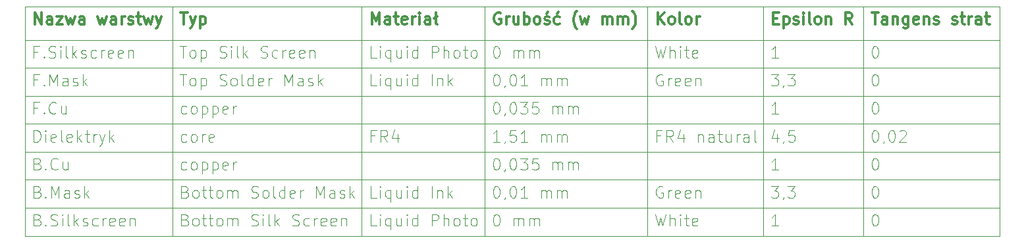
<source format=gbr>
%TF.GenerationSoftware,KiCad,Pcbnew,9.0.1-9.0.1-0~ubuntu24.04.1*%
%TF.CreationDate,2025-05-07T20:50:56+02:00*%
%TF.ProjectId,OOS - optyczny odbiornik sygnalow,4f4f5320-2d20-46f7-9074-79637a6e7920,0.0.3*%
%TF.SameCoordinates,Original*%
%TF.FileFunction,Other,User*%
%FSLAX46Y46*%
G04 Gerber Fmt 4.6, Leading zero omitted, Abs format (unit mm)*
G04 Created by KiCad (PCBNEW 9.0.1-9.0.1-0~ubuntu24.04.1) date 2025-05-07 20:50:56*
%MOMM*%
%LPD*%
G01*
G04 APERTURE LIST*
%ADD10C,0.100000*%
%ADD11C,0.300000*%
G04 APERTURE END LIST*
D10*
X115792935Y-26004228D02*
X114935792Y-26004228D01*
X115364363Y-26004228D02*
X115364363Y-24504228D01*
X115364363Y-24504228D02*
X115221506Y-24718514D01*
X115221506Y-24718514D02*
X115078649Y-24861371D01*
X115078649Y-24861371D02*
X114935792Y-24932800D01*
D11*
X115138799Y-20900114D02*
X115638799Y-20900114D01*
X115853085Y-21685828D02*
X115138799Y-21685828D01*
X115138799Y-21685828D02*
X115138799Y-20185828D01*
X115138799Y-20185828D02*
X115853085Y-20185828D01*
X116495942Y-20685828D02*
X116495942Y-22185828D01*
X116495942Y-20757257D02*
X116638800Y-20685828D01*
X116638800Y-20685828D02*
X116924514Y-20685828D01*
X116924514Y-20685828D02*
X117067371Y-20757257D01*
X117067371Y-20757257D02*
X117138800Y-20828685D01*
X117138800Y-20828685D02*
X117210228Y-20971542D01*
X117210228Y-20971542D02*
X117210228Y-21400114D01*
X117210228Y-21400114D02*
X117138800Y-21542971D01*
X117138800Y-21542971D02*
X117067371Y-21614400D01*
X117067371Y-21614400D02*
X116924514Y-21685828D01*
X116924514Y-21685828D02*
X116638800Y-21685828D01*
X116638800Y-21685828D02*
X116495942Y-21614400D01*
X117781657Y-21614400D02*
X117924514Y-21685828D01*
X117924514Y-21685828D02*
X118210228Y-21685828D01*
X118210228Y-21685828D02*
X118353085Y-21614400D01*
X118353085Y-21614400D02*
X118424514Y-21471542D01*
X118424514Y-21471542D02*
X118424514Y-21400114D01*
X118424514Y-21400114D02*
X118353085Y-21257257D01*
X118353085Y-21257257D02*
X118210228Y-21185828D01*
X118210228Y-21185828D02*
X117995943Y-21185828D01*
X117995943Y-21185828D02*
X117853085Y-21114400D01*
X117853085Y-21114400D02*
X117781657Y-20971542D01*
X117781657Y-20971542D02*
X117781657Y-20900114D01*
X117781657Y-20900114D02*
X117853085Y-20757257D01*
X117853085Y-20757257D02*
X117995943Y-20685828D01*
X117995943Y-20685828D02*
X118210228Y-20685828D01*
X118210228Y-20685828D02*
X118353085Y-20757257D01*
X119067371Y-21685828D02*
X119067371Y-20685828D01*
X119067371Y-20185828D02*
X118995943Y-20257257D01*
X118995943Y-20257257D02*
X119067371Y-20328685D01*
X119067371Y-20328685D02*
X119138800Y-20257257D01*
X119138800Y-20257257D02*
X119067371Y-20185828D01*
X119067371Y-20185828D02*
X119067371Y-20328685D01*
X119995943Y-21685828D02*
X119853086Y-21614400D01*
X119853086Y-21614400D02*
X119781657Y-21471542D01*
X119781657Y-21471542D02*
X119781657Y-20185828D01*
X120781657Y-21685828D02*
X120638800Y-21614400D01*
X120638800Y-21614400D02*
X120567371Y-21542971D01*
X120567371Y-21542971D02*
X120495943Y-21400114D01*
X120495943Y-21400114D02*
X120495943Y-20971542D01*
X120495943Y-20971542D02*
X120567371Y-20828685D01*
X120567371Y-20828685D02*
X120638800Y-20757257D01*
X120638800Y-20757257D02*
X120781657Y-20685828D01*
X120781657Y-20685828D02*
X120995943Y-20685828D01*
X120995943Y-20685828D02*
X121138800Y-20757257D01*
X121138800Y-20757257D02*
X121210229Y-20828685D01*
X121210229Y-20828685D02*
X121281657Y-20971542D01*
X121281657Y-20971542D02*
X121281657Y-21400114D01*
X121281657Y-21400114D02*
X121210229Y-21542971D01*
X121210229Y-21542971D02*
X121138800Y-21614400D01*
X121138800Y-21614400D02*
X120995943Y-21685828D01*
X120995943Y-21685828D02*
X120781657Y-21685828D01*
X121924514Y-20685828D02*
X121924514Y-21685828D01*
X121924514Y-20828685D02*
X121995943Y-20757257D01*
X121995943Y-20757257D02*
X122138800Y-20685828D01*
X122138800Y-20685828D02*
X122353086Y-20685828D01*
X122353086Y-20685828D02*
X122495943Y-20757257D01*
X122495943Y-20757257D02*
X122567372Y-20900114D01*
X122567372Y-20900114D02*
X122567372Y-21685828D01*
X125281657Y-21685828D02*
X124781657Y-20971542D01*
X124424514Y-21685828D02*
X124424514Y-20185828D01*
X124424514Y-20185828D02*
X124995943Y-20185828D01*
X124995943Y-20185828D02*
X125138800Y-20257257D01*
X125138800Y-20257257D02*
X125210229Y-20328685D01*
X125210229Y-20328685D02*
X125281657Y-20471542D01*
X125281657Y-20471542D02*
X125281657Y-20685828D01*
X125281657Y-20685828D02*
X125210229Y-20828685D01*
X125210229Y-20828685D02*
X125138800Y-20900114D01*
X125138800Y-20900114D02*
X124995943Y-20971542D01*
X124995943Y-20971542D02*
X124424514Y-20971542D01*
D10*
X18920000Y-19380000D02*
X144248576Y-19380000D01*
X100650078Y-36036514D02*
X100150078Y-36036514D01*
X100150078Y-36822228D02*
X100150078Y-35322228D01*
X100150078Y-35322228D02*
X100864364Y-35322228D01*
X102292935Y-36822228D02*
X101792935Y-36107942D01*
X101435792Y-36822228D02*
X101435792Y-35322228D01*
X101435792Y-35322228D02*
X102007221Y-35322228D01*
X102007221Y-35322228D02*
X102150078Y-35393657D01*
X102150078Y-35393657D02*
X102221507Y-35465085D01*
X102221507Y-35465085D02*
X102292935Y-35607942D01*
X102292935Y-35607942D02*
X102292935Y-35822228D01*
X102292935Y-35822228D02*
X102221507Y-35965085D01*
X102221507Y-35965085D02*
X102150078Y-36036514D01*
X102150078Y-36036514D02*
X102007221Y-36107942D01*
X102007221Y-36107942D02*
X101435792Y-36107942D01*
X103578650Y-35822228D02*
X103578650Y-36822228D01*
X103221507Y-35250800D02*
X102864364Y-36322228D01*
X102864364Y-36322228D02*
X103792935Y-36322228D01*
X105507220Y-35822228D02*
X105507220Y-36822228D01*
X105507220Y-35965085D02*
X105578649Y-35893657D01*
X105578649Y-35893657D02*
X105721506Y-35822228D01*
X105721506Y-35822228D02*
X105935792Y-35822228D01*
X105935792Y-35822228D02*
X106078649Y-35893657D01*
X106078649Y-35893657D02*
X106150078Y-36036514D01*
X106150078Y-36036514D02*
X106150078Y-36822228D01*
X107507221Y-36822228D02*
X107507221Y-36036514D01*
X107507221Y-36036514D02*
X107435792Y-35893657D01*
X107435792Y-35893657D02*
X107292935Y-35822228D01*
X107292935Y-35822228D02*
X107007221Y-35822228D01*
X107007221Y-35822228D02*
X106864363Y-35893657D01*
X107507221Y-36750800D02*
X107364363Y-36822228D01*
X107364363Y-36822228D02*
X107007221Y-36822228D01*
X107007221Y-36822228D02*
X106864363Y-36750800D01*
X106864363Y-36750800D02*
X106792935Y-36607942D01*
X106792935Y-36607942D02*
X106792935Y-36465085D01*
X106792935Y-36465085D02*
X106864363Y-36322228D01*
X106864363Y-36322228D02*
X107007221Y-36250800D01*
X107007221Y-36250800D02*
X107364363Y-36250800D01*
X107364363Y-36250800D02*
X107507221Y-36179371D01*
X108007221Y-35822228D02*
X108578649Y-35822228D01*
X108221506Y-35322228D02*
X108221506Y-36607942D01*
X108221506Y-36607942D02*
X108292935Y-36750800D01*
X108292935Y-36750800D02*
X108435792Y-36822228D01*
X108435792Y-36822228D02*
X108578649Y-36822228D01*
X109721507Y-35822228D02*
X109721507Y-36822228D01*
X109078649Y-35822228D02*
X109078649Y-36607942D01*
X109078649Y-36607942D02*
X109150078Y-36750800D01*
X109150078Y-36750800D02*
X109292935Y-36822228D01*
X109292935Y-36822228D02*
X109507221Y-36822228D01*
X109507221Y-36822228D02*
X109650078Y-36750800D01*
X109650078Y-36750800D02*
X109721507Y-36679371D01*
X110435792Y-36822228D02*
X110435792Y-35822228D01*
X110435792Y-36107942D02*
X110507221Y-35965085D01*
X110507221Y-35965085D02*
X110578650Y-35893657D01*
X110578650Y-35893657D02*
X110721507Y-35822228D01*
X110721507Y-35822228D02*
X110864364Y-35822228D01*
X112007221Y-36822228D02*
X112007221Y-36036514D01*
X112007221Y-36036514D02*
X111935792Y-35893657D01*
X111935792Y-35893657D02*
X111792935Y-35822228D01*
X111792935Y-35822228D02*
X111507221Y-35822228D01*
X111507221Y-35822228D02*
X111364363Y-35893657D01*
X112007221Y-36750800D02*
X111864363Y-36822228D01*
X111864363Y-36822228D02*
X111507221Y-36822228D01*
X111507221Y-36822228D02*
X111364363Y-36750800D01*
X111364363Y-36750800D02*
X111292935Y-36607942D01*
X111292935Y-36607942D02*
X111292935Y-36465085D01*
X111292935Y-36465085D02*
X111364363Y-36322228D01*
X111364363Y-36322228D02*
X111507221Y-36250800D01*
X111507221Y-36250800D02*
X111864363Y-36250800D01*
X111864363Y-36250800D02*
X112007221Y-36179371D01*
X112935792Y-36822228D02*
X112792935Y-36750800D01*
X112792935Y-36750800D02*
X112721506Y-36607942D01*
X112721506Y-36607942D02*
X112721506Y-35322228D01*
X38835791Y-28110228D02*
X39692934Y-28110228D01*
X39264362Y-29610228D02*
X39264362Y-28110228D01*
X40407219Y-29610228D02*
X40264362Y-29538800D01*
X40264362Y-29538800D02*
X40192933Y-29467371D01*
X40192933Y-29467371D02*
X40121505Y-29324514D01*
X40121505Y-29324514D02*
X40121505Y-28895942D01*
X40121505Y-28895942D02*
X40192933Y-28753085D01*
X40192933Y-28753085D02*
X40264362Y-28681657D01*
X40264362Y-28681657D02*
X40407219Y-28610228D01*
X40407219Y-28610228D02*
X40621505Y-28610228D01*
X40621505Y-28610228D02*
X40764362Y-28681657D01*
X40764362Y-28681657D02*
X40835791Y-28753085D01*
X40835791Y-28753085D02*
X40907219Y-28895942D01*
X40907219Y-28895942D02*
X40907219Y-29324514D01*
X40907219Y-29324514D02*
X40835791Y-29467371D01*
X40835791Y-29467371D02*
X40764362Y-29538800D01*
X40764362Y-29538800D02*
X40621505Y-29610228D01*
X40621505Y-29610228D02*
X40407219Y-29610228D01*
X41550076Y-28610228D02*
X41550076Y-30110228D01*
X41550076Y-28681657D02*
X41692934Y-28610228D01*
X41692934Y-28610228D02*
X41978648Y-28610228D01*
X41978648Y-28610228D02*
X42121505Y-28681657D01*
X42121505Y-28681657D02*
X42192934Y-28753085D01*
X42192934Y-28753085D02*
X42264362Y-28895942D01*
X42264362Y-28895942D02*
X42264362Y-29324514D01*
X42264362Y-29324514D02*
X42192934Y-29467371D01*
X42192934Y-29467371D02*
X42121505Y-29538800D01*
X42121505Y-29538800D02*
X41978648Y-29610228D01*
X41978648Y-29610228D02*
X41692934Y-29610228D01*
X41692934Y-29610228D02*
X41550076Y-29538800D01*
X43978648Y-29538800D02*
X44192934Y-29610228D01*
X44192934Y-29610228D02*
X44550076Y-29610228D01*
X44550076Y-29610228D02*
X44692934Y-29538800D01*
X44692934Y-29538800D02*
X44764362Y-29467371D01*
X44764362Y-29467371D02*
X44835791Y-29324514D01*
X44835791Y-29324514D02*
X44835791Y-29181657D01*
X44835791Y-29181657D02*
X44764362Y-29038800D01*
X44764362Y-29038800D02*
X44692934Y-28967371D01*
X44692934Y-28967371D02*
X44550076Y-28895942D01*
X44550076Y-28895942D02*
X44264362Y-28824514D01*
X44264362Y-28824514D02*
X44121505Y-28753085D01*
X44121505Y-28753085D02*
X44050076Y-28681657D01*
X44050076Y-28681657D02*
X43978648Y-28538800D01*
X43978648Y-28538800D02*
X43978648Y-28395942D01*
X43978648Y-28395942D02*
X44050076Y-28253085D01*
X44050076Y-28253085D02*
X44121505Y-28181657D01*
X44121505Y-28181657D02*
X44264362Y-28110228D01*
X44264362Y-28110228D02*
X44621505Y-28110228D01*
X44621505Y-28110228D02*
X44835791Y-28181657D01*
X45692933Y-29610228D02*
X45550076Y-29538800D01*
X45550076Y-29538800D02*
X45478647Y-29467371D01*
X45478647Y-29467371D02*
X45407219Y-29324514D01*
X45407219Y-29324514D02*
X45407219Y-28895942D01*
X45407219Y-28895942D02*
X45478647Y-28753085D01*
X45478647Y-28753085D02*
X45550076Y-28681657D01*
X45550076Y-28681657D02*
X45692933Y-28610228D01*
X45692933Y-28610228D02*
X45907219Y-28610228D01*
X45907219Y-28610228D02*
X46050076Y-28681657D01*
X46050076Y-28681657D02*
X46121505Y-28753085D01*
X46121505Y-28753085D02*
X46192933Y-28895942D01*
X46192933Y-28895942D02*
X46192933Y-29324514D01*
X46192933Y-29324514D02*
X46121505Y-29467371D01*
X46121505Y-29467371D02*
X46050076Y-29538800D01*
X46050076Y-29538800D02*
X45907219Y-29610228D01*
X45907219Y-29610228D02*
X45692933Y-29610228D01*
X47050076Y-29610228D02*
X46907219Y-29538800D01*
X46907219Y-29538800D02*
X46835790Y-29395942D01*
X46835790Y-29395942D02*
X46835790Y-28110228D01*
X48264362Y-29610228D02*
X48264362Y-28110228D01*
X48264362Y-29538800D02*
X48121504Y-29610228D01*
X48121504Y-29610228D02*
X47835790Y-29610228D01*
X47835790Y-29610228D02*
X47692933Y-29538800D01*
X47692933Y-29538800D02*
X47621504Y-29467371D01*
X47621504Y-29467371D02*
X47550076Y-29324514D01*
X47550076Y-29324514D02*
X47550076Y-28895942D01*
X47550076Y-28895942D02*
X47621504Y-28753085D01*
X47621504Y-28753085D02*
X47692933Y-28681657D01*
X47692933Y-28681657D02*
X47835790Y-28610228D01*
X47835790Y-28610228D02*
X48121504Y-28610228D01*
X48121504Y-28610228D02*
X48264362Y-28681657D01*
X49550076Y-29538800D02*
X49407219Y-29610228D01*
X49407219Y-29610228D02*
X49121505Y-29610228D01*
X49121505Y-29610228D02*
X48978647Y-29538800D01*
X48978647Y-29538800D02*
X48907219Y-29395942D01*
X48907219Y-29395942D02*
X48907219Y-28824514D01*
X48907219Y-28824514D02*
X48978647Y-28681657D01*
X48978647Y-28681657D02*
X49121505Y-28610228D01*
X49121505Y-28610228D02*
X49407219Y-28610228D01*
X49407219Y-28610228D02*
X49550076Y-28681657D01*
X49550076Y-28681657D02*
X49621505Y-28824514D01*
X49621505Y-28824514D02*
X49621505Y-28967371D01*
X49621505Y-28967371D02*
X48907219Y-29110228D01*
X50264361Y-29610228D02*
X50264361Y-28610228D01*
X50264361Y-28895942D02*
X50335790Y-28753085D01*
X50335790Y-28753085D02*
X50407219Y-28681657D01*
X50407219Y-28681657D02*
X50550076Y-28610228D01*
X50550076Y-28610228D02*
X50692933Y-28610228D01*
X52335789Y-29610228D02*
X52335789Y-28110228D01*
X52335789Y-28110228D02*
X52835789Y-29181657D01*
X52835789Y-29181657D02*
X53335789Y-28110228D01*
X53335789Y-28110228D02*
X53335789Y-29610228D01*
X54692933Y-29610228D02*
X54692933Y-28824514D01*
X54692933Y-28824514D02*
X54621504Y-28681657D01*
X54621504Y-28681657D02*
X54478647Y-28610228D01*
X54478647Y-28610228D02*
X54192933Y-28610228D01*
X54192933Y-28610228D02*
X54050075Y-28681657D01*
X54692933Y-29538800D02*
X54550075Y-29610228D01*
X54550075Y-29610228D02*
X54192933Y-29610228D01*
X54192933Y-29610228D02*
X54050075Y-29538800D01*
X54050075Y-29538800D02*
X53978647Y-29395942D01*
X53978647Y-29395942D02*
X53978647Y-29253085D01*
X53978647Y-29253085D02*
X54050075Y-29110228D01*
X54050075Y-29110228D02*
X54192933Y-29038800D01*
X54192933Y-29038800D02*
X54550075Y-29038800D01*
X54550075Y-29038800D02*
X54692933Y-28967371D01*
X55335790Y-29538800D02*
X55478647Y-29610228D01*
X55478647Y-29610228D02*
X55764361Y-29610228D01*
X55764361Y-29610228D02*
X55907218Y-29538800D01*
X55907218Y-29538800D02*
X55978647Y-29395942D01*
X55978647Y-29395942D02*
X55978647Y-29324514D01*
X55978647Y-29324514D02*
X55907218Y-29181657D01*
X55907218Y-29181657D02*
X55764361Y-29110228D01*
X55764361Y-29110228D02*
X55550076Y-29110228D01*
X55550076Y-29110228D02*
X55407218Y-29038800D01*
X55407218Y-29038800D02*
X55335790Y-28895942D01*
X55335790Y-28895942D02*
X55335790Y-28824514D01*
X55335790Y-28824514D02*
X55407218Y-28681657D01*
X55407218Y-28681657D02*
X55550076Y-28610228D01*
X55550076Y-28610228D02*
X55764361Y-28610228D01*
X55764361Y-28610228D02*
X55907218Y-28681657D01*
X56621504Y-29610228D02*
X56621504Y-28110228D01*
X56764362Y-29038800D02*
X57192933Y-29610228D01*
X57192933Y-28610228D02*
X56621504Y-29181657D01*
D11*
X127810229Y-20185828D02*
X128667372Y-20185828D01*
X128238800Y-21685828D02*
X128238800Y-20185828D01*
X129810229Y-21685828D02*
X129810229Y-20900114D01*
X129810229Y-20900114D02*
X129738800Y-20757257D01*
X129738800Y-20757257D02*
X129595943Y-20685828D01*
X129595943Y-20685828D02*
X129310229Y-20685828D01*
X129310229Y-20685828D02*
X129167371Y-20757257D01*
X129810229Y-21614400D02*
X129667371Y-21685828D01*
X129667371Y-21685828D02*
X129310229Y-21685828D01*
X129310229Y-21685828D02*
X129167371Y-21614400D01*
X129167371Y-21614400D02*
X129095943Y-21471542D01*
X129095943Y-21471542D02*
X129095943Y-21328685D01*
X129095943Y-21328685D02*
X129167371Y-21185828D01*
X129167371Y-21185828D02*
X129310229Y-21114400D01*
X129310229Y-21114400D02*
X129667371Y-21114400D01*
X129667371Y-21114400D02*
X129810229Y-21042971D01*
X130524514Y-20685828D02*
X130524514Y-21685828D01*
X130524514Y-20828685D02*
X130595943Y-20757257D01*
X130595943Y-20757257D02*
X130738800Y-20685828D01*
X130738800Y-20685828D02*
X130953086Y-20685828D01*
X130953086Y-20685828D02*
X131095943Y-20757257D01*
X131095943Y-20757257D02*
X131167372Y-20900114D01*
X131167372Y-20900114D02*
X131167372Y-21685828D01*
X132524515Y-20685828D02*
X132524515Y-21900114D01*
X132524515Y-21900114D02*
X132453086Y-22042971D01*
X132453086Y-22042971D02*
X132381657Y-22114400D01*
X132381657Y-22114400D02*
X132238800Y-22185828D01*
X132238800Y-22185828D02*
X132024515Y-22185828D01*
X132024515Y-22185828D02*
X131881657Y-22114400D01*
X132524515Y-21614400D02*
X132381657Y-21685828D01*
X132381657Y-21685828D02*
X132095943Y-21685828D01*
X132095943Y-21685828D02*
X131953086Y-21614400D01*
X131953086Y-21614400D02*
X131881657Y-21542971D01*
X131881657Y-21542971D02*
X131810229Y-21400114D01*
X131810229Y-21400114D02*
X131810229Y-20971542D01*
X131810229Y-20971542D02*
X131881657Y-20828685D01*
X131881657Y-20828685D02*
X131953086Y-20757257D01*
X131953086Y-20757257D02*
X132095943Y-20685828D01*
X132095943Y-20685828D02*
X132381657Y-20685828D01*
X132381657Y-20685828D02*
X132524515Y-20757257D01*
X133810229Y-21614400D02*
X133667372Y-21685828D01*
X133667372Y-21685828D02*
X133381658Y-21685828D01*
X133381658Y-21685828D02*
X133238800Y-21614400D01*
X133238800Y-21614400D02*
X133167372Y-21471542D01*
X133167372Y-21471542D02*
X133167372Y-20900114D01*
X133167372Y-20900114D02*
X133238800Y-20757257D01*
X133238800Y-20757257D02*
X133381658Y-20685828D01*
X133381658Y-20685828D02*
X133667372Y-20685828D01*
X133667372Y-20685828D02*
X133810229Y-20757257D01*
X133810229Y-20757257D02*
X133881658Y-20900114D01*
X133881658Y-20900114D02*
X133881658Y-21042971D01*
X133881658Y-21042971D02*
X133167372Y-21185828D01*
X134524514Y-20685828D02*
X134524514Y-21685828D01*
X134524514Y-20828685D02*
X134595943Y-20757257D01*
X134595943Y-20757257D02*
X134738800Y-20685828D01*
X134738800Y-20685828D02*
X134953086Y-20685828D01*
X134953086Y-20685828D02*
X135095943Y-20757257D01*
X135095943Y-20757257D02*
X135167372Y-20900114D01*
X135167372Y-20900114D02*
X135167372Y-21685828D01*
X135810229Y-21614400D02*
X135953086Y-21685828D01*
X135953086Y-21685828D02*
X136238800Y-21685828D01*
X136238800Y-21685828D02*
X136381657Y-21614400D01*
X136381657Y-21614400D02*
X136453086Y-21471542D01*
X136453086Y-21471542D02*
X136453086Y-21400114D01*
X136453086Y-21400114D02*
X136381657Y-21257257D01*
X136381657Y-21257257D02*
X136238800Y-21185828D01*
X136238800Y-21185828D02*
X136024515Y-21185828D01*
X136024515Y-21185828D02*
X135881657Y-21114400D01*
X135881657Y-21114400D02*
X135810229Y-20971542D01*
X135810229Y-20971542D02*
X135810229Y-20900114D01*
X135810229Y-20900114D02*
X135881657Y-20757257D01*
X135881657Y-20757257D02*
X136024515Y-20685828D01*
X136024515Y-20685828D02*
X136238800Y-20685828D01*
X136238800Y-20685828D02*
X136381657Y-20757257D01*
X138167372Y-21614400D02*
X138310229Y-21685828D01*
X138310229Y-21685828D02*
X138595943Y-21685828D01*
X138595943Y-21685828D02*
X138738800Y-21614400D01*
X138738800Y-21614400D02*
X138810229Y-21471542D01*
X138810229Y-21471542D02*
X138810229Y-21400114D01*
X138810229Y-21400114D02*
X138738800Y-21257257D01*
X138738800Y-21257257D02*
X138595943Y-21185828D01*
X138595943Y-21185828D02*
X138381658Y-21185828D01*
X138381658Y-21185828D02*
X138238800Y-21114400D01*
X138238800Y-21114400D02*
X138167372Y-20971542D01*
X138167372Y-20971542D02*
X138167372Y-20900114D01*
X138167372Y-20900114D02*
X138238800Y-20757257D01*
X138238800Y-20757257D02*
X138381658Y-20685828D01*
X138381658Y-20685828D02*
X138595943Y-20685828D01*
X138595943Y-20685828D02*
X138738800Y-20757257D01*
X139238801Y-20685828D02*
X139810229Y-20685828D01*
X139453086Y-20185828D02*
X139453086Y-21471542D01*
X139453086Y-21471542D02*
X139524515Y-21614400D01*
X139524515Y-21614400D02*
X139667372Y-21685828D01*
X139667372Y-21685828D02*
X139810229Y-21685828D01*
X140310229Y-21685828D02*
X140310229Y-20685828D01*
X140310229Y-20971542D02*
X140381658Y-20828685D01*
X140381658Y-20828685D02*
X140453087Y-20757257D01*
X140453087Y-20757257D02*
X140595944Y-20685828D01*
X140595944Y-20685828D02*
X140738801Y-20685828D01*
X141881658Y-21685828D02*
X141881658Y-20900114D01*
X141881658Y-20900114D02*
X141810229Y-20757257D01*
X141810229Y-20757257D02*
X141667372Y-20685828D01*
X141667372Y-20685828D02*
X141381658Y-20685828D01*
X141381658Y-20685828D02*
X141238800Y-20757257D01*
X141881658Y-21614400D02*
X141738800Y-21685828D01*
X141738800Y-21685828D02*
X141381658Y-21685828D01*
X141381658Y-21685828D02*
X141238800Y-21614400D01*
X141238800Y-21614400D02*
X141167372Y-21471542D01*
X141167372Y-21471542D02*
X141167372Y-21328685D01*
X141167372Y-21328685D02*
X141238800Y-21185828D01*
X141238800Y-21185828D02*
X141381658Y-21114400D01*
X141381658Y-21114400D02*
X141738800Y-21114400D01*
X141738800Y-21114400D02*
X141881658Y-21042971D01*
X142381658Y-20685828D02*
X142953086Y-20685828D01*
X142595943Y-20185828D02*
X142595943Y-21471542D01*
X142595943Y-21471542D02*
X142667372Y-21614400D01*
X142667372Y-21614400D02*
X142810229Y-21685828D01*
X142810229Y-21685828D02*
X142953086Y-21685828D01*
D10*
X100935793Y-28181657D02*
X100792936Y-28110228D01*
X100792936Y-28110228D02*
X100578650Y-28110228D01*
X100578650Y-28110228D02*
X100364364Y-28181657D01*
X100364364Y-28181657D02*
X100221507Y-28324514D01*
X100221507Y-28324514D02*
X100150078Y-28467371D01*
X100150078Y-28467371D02*
X100078650Y-28753085D01*
X100078650Y-28753085D02*
X100078650Y-28967371D01*
X100078650Y-28967371D02*
X100150078Y-29253085D01*
X100150078Y-29253085D02*
X100221507Y-29395942D01*
X100221507Y-29395942D02*
X100364364Y-29538800D01*
X100364364Y-29538800D02*
X100578650Y-29610228D01*
X100578650Y-29610228D02*
X100721507Y-29610228D01*
X100721507Y-29610228D02*
X100935793Y-29538800D01*
X100935793Y-29538800D02*
X101007221Y-29467371D01*
X101007221Y-29467371D02*
X101007221Y-28967371D01*
X101007221Y-28967371D02*
X100721507Y-28967371D01*
X101650078Y-29610228D02*
X101650078Y-28610228D01*
X101650078Y-28895942D02*
X101721507Y-28753085D01*
X101721507Y-28753085D02*
X101792936Y-28681657D01*
X101792936Y-28681657D02*
X101935793Y-28610228D01*
X101935793Y-28610228D02*
X102078650Y-28610228D01*
X103150078Y-29538800D02*
X103007221Y-29610228D01*
X103007221Y-29610228D02*
X102721507Y-29610228D01*
X102721507Y-29610228D02*
X102578649Y-29538800D01*
X102578649Y-29538800D02*
X102507221Y-29395942D01*
X102507221Y-29395942D02*
X102507221Y-28824514D01*
X102507221Y-28824514D02*
X102578649Y-28681657D01*
X102578649Y-28681657D02*
X102721507Y-28610228D01*
X102721507Y-28610228D02*
X103007221Y-28610228D01*
X103007221Y-28610228D02*
X103150078Y-28681657D01*
X103150078Y-28681657D02*
X103221507Y-28824514D01*
X103221507Y-28824514D02*
X103221507Y-28967371D01*
X103221507Y-28967371D02*
X102507221Y-29110228D01*
X104435792Y-29538800D02*
X104292935Y-29610228D01*
X104292935Y-29610228D02*
X104007221Y-29610228D01*
X104007221Y-29610228D02*
X103864363Y-29538800D01*
X103864363Y-29538800D02*
X103792935Y-29395942D01*
X103792935Y-29395942D02*
X103792935Y-28824514D01*
X103792935Y-28824514D02*
X103864363Y-28681657D01*
X103864363Y-28681657D02*
X104007221Y-28610228D01*
X104007221Y-28610228D02*
X104292935Y-28610228D01*
X104292935Y-28610228D02*
X104435792Y-28681657D01*
X104435792Y-28681657D02*
X104507221Y-28824514D01*
X104507221Y-28824514D02*
X104507221Y-28967371D01*
X104507221Y-28967371D02*
X103792935Y-29110228D01*
X105150077Y-28610228D02*
X105150077Y-29610228D01*
X105150077Y-28753085D02*
X105221506Y-28681657D01*
X105221506Y-28681657D02*
X105364363Y-28610228D01*
X105364363Y-28610228D02*
X105578649Y-28610228D01*
X105578649Y-28610228D02*
X105721506Y-28681657D01*
X105721506Y-28681657D02*
X105792935Y-28824514D01*
X105792935Y-28824514D02*
X105792935Y-29610228D01*
D11*
X100281657Y-21685828D02*
X100281657Y-20185828D01*
X101138800Y-21685828D02*
X100495943Y-20828685D01*
X101138800Y-20185828D02*
X100281657Y-21042971D01*
X101995943Y-21685828D02*
X101853086Y-21614400D01*
X101853086Y-21614400D02*
X101781657Y-21542971D01*
X101781657Y-21542971D02*
X101710229Y-21400114D01*
X101710229Y-21400114D02*
X101710229Y-20971542D01*
X101710229Y-20971542D02*
X101781657Y-20828685D01*
X101781657Y-20828685D02*
X101853086Y-20757257D01*
X101853086Y-20757257D02*
X101995943Y-20685828D01*
X101995943Y-20685828D02*
X102210229Y-20685828D01*
X102210229Y-20685828D02*
X102353086Y-20757257D01*
X102353086Y-20757257D02*
X102424515Y-20828685D01*
X102424515Y-20828685D02*
X102495943Y-20971542D01*
X102495943Y-20971542D02*
X102495943Y-21400114D01*
X102495943Y-21400114D02*
X102424515Y-21542971D01*
X102424515Y-21542971D02*
X102353086Y-21614400D01*
X102353086Y-21614400D02*
X102210229Y-21685828D01*
X102210229Y-21685828D02*
X101995943Y-21685828D01*
X103353086Y-21685828D02*
X103210229Y-21614400D01*
X103210229Y-21614400D02*
X103138800Y-21471542D01*
X103138800Y-21471542D02*
X103138800Y-20185828D01*
X104138800Y-21685828D02*
X103995943Y-21614400D01*
X103995943Y-21614400D02*
X103924514Y-21542971D01*
X103924514Y-21542971D02*
X103853086Y-21400114D01*
X103853086Y-21400114D02*
X103853086Y-20971542D01*
X103853086Y-20971542D02*
X103924514Y-20828685D01*
X103924514Y-20828685D02*
X103995943Y-20757257D01*
X103995943Y-20757257D02*
X104138800Y-20685828D01*
X104138800Y-20685828D02*
X104353086Y-20685828D01*
X104353086Y-20685828D02*
X104495943Y-20757257D01*
X104495943Y-20757257D02*
X104567372Y-20828685D01*
X104567372Y-20828685D02*
X104638800Y-20971542D01*
X104638800Y-20971542D02*
X104638800Y-21400114D01*
X104638800Y-21400114D02*
X104567372Y-21542971D01*
X104567372Y-21542971D02*
X104495943Y-21614400D01*
X104495943Y-21614400D02*
X104353086Y-21685828D01*
X104353086Y-21685828D02*
X104138800Y-21685828D01*
X105281657Y-21685828D02*
X105281657Y-20685828D01*
X105281657Y-20971542D02*
X105353086Y-20828685D01*
X105353086Y-20828685D02*
X105424515Y-20757257D01*
X105424515Y-20757257D02*
X105567372Y-20685828D01*
X105567372Y-20685828D02*
X105710229Y-20685828D01*
D10*
X79478650Y-46140228D02*
X79621507Y-46140228D01*
X79621507Y-46140228D02*
X79764364Y-46211657D01*
X79764364Y-46211657D02*
X79835793Y-46283085D01*
X79835793Y-46283085D02*
X79907221Y-46425942D01*
X79907221Y-46425942D02*
X79978650Y-46711657D01*
X79978650Y-46711657D02*
X79978650Y-47068800D01*
X79978650Y-47068800D02*
X79907221Y-47354514D01*
X79907221Y-47354514D02*
X79835793Y-47497371D01*
X79835793Y-47497371D02*
X79764364Y-47568800D01*
X79764364Y-47568800D02*
X79621507Y-47640228D01*
X79621507Y-47640228D02*
X79478650Y-47640228D01*
X79478650Y-47640228D02*
X79335793Y-47568800D01*
X79335793Y-47568800D02*
X79264364Y-47497371D01*
X79264364Y-47497371D02*
X79192935Y-47354514D01*
X79192935Y-47354514D02*
X79121507Y-47068800D01*
X79121507Y-47068800D02*
X79121507Y-46711657D01*
X79121507Y-46711657D02*
X79192935Y-46425942D01*
X79192935Y-46425942D02*
X79264364Y-46283085D01*
X79264364Y-46283085D02*
X79335793Y-46211657D01*
X79335793Y-46211657D02*
X79478650Y-46140228D01*
X81764363Y-47640228D02*
X81764363Y-46640228D01*
X81764363Y-46783085D02*
X81835792Y-46711657D01*
X81835792Y-46711657D02*
X81978649Y-46640228D01*
X81978649Y-46640228D02*
X82192935Y-46640228D01*
X82192935Y-46640228D02*
X82335792Y-46711657D01*
X82335792Y-46711657D02*
X82407221Y-46854514D01*
X82407221Y-46854514D02*
X82407221Y-47640228D01*
X82407221Y-46854514D02*
X82478649Y-46711657D01*
X82478649Y-46711657D02*
X82621506Y-46640228D01*
X82621506Y-46640228D02*
X82835792Y-46640228D01*
X82835792Y-46640228D02*
X82978649Y-46711657D01*
X82978649Y-46711657D02*
X83050078Y-46854514D01*
X83050078Y-46854514D02*
X83050078Y-47640228D01*
X83764363Y-47640228D02*
X83764363Y-46640228D01*
X83764363Y-46783085D02*
X83835792Y-46711657D01*
X83835792Y-46711657D02*
X83978649Y-46640228D01*
X83978649Y-46640228D02*
X84192935Y-46640228D01*
X84192935Y-46640228D02*
X84335792Y-46711657D01*
X84335792Y-46711657D02*
X84407221Y-46854514D01*
X84407221Y-46854514D02*
X84407221Y-47640228D01*
X84407221Y-46854514D02*
X84478649Y-46711657D01*
X84478649Y-46711657D02*
X84621506Y-46640228D01*
X84621506Y-46640228D02*
X84835792Y-46640228D01*
X84835792Y-46640228D02*
X84978649Y-46711657D01*
X84978649Y-46711657D02*
X85050078Y-46854514D01*
X85050078Y-46854514D02*
X85050078Y-47640228D01*
X79478650Y-42534228D02*
X79621507Y-42534228D01*
X79621507Y-42534228D02*
X79764364Y-42605657D01*
X79764364Y-42605657D02*
X79835793Y-42677085D01*
X79835793Y-42677085D02*
X79907221Y-42819942D01*
X79907221Y-42819942D02*
X79978650Y-43105657D01*
X79978650Y-43105657D02*
X79978650Y-43462800D01*
X79978650Y-43462800D02*
X79907221Y-43748514D01*
X79907221Y-43748514D02*
X79835793Y-43891371D01*
X79835793Y-43891371D02*
X79764364Y-43962800D01*
X79764364Y-43962800D02*
X79621507Y-44034228D01*
X79621507Y-44034228D02*
X79478650Y-44034228D01*
X79478650Y-44034228D02*
X79335793Y-43962800D01*
X79335793Y-43962800D02*
X79264364Y-43891371D01*
X79264364Y-43891371D02*
X79192935Y-43748514D01*
X79192935Y-43748514D02*
X79121507Y-43462800D01*
X79121507Y-43462800D02*
X79121507Y-43105657D01*
X79121507Y-43105657D02*
X79192935Y-42819942D01*
X79192935Y-42819942D02*
X79264364Y-42677085D01*
X79264364Y-42677085D02*
X79335793Y-42605657D01*
X79335793Y-42605657D02*
X79478650Y-42534228D01*
X80692935Y-43962800D02*
X80692935Y-44034228D01*
X80692935Y-44034228D02*
X80621506Y-44177085D01*
X80621506Y-44177085D02*
X80550078Y-44248514D01*
X81621507Y-42534228D02*
X81764364Y-42534228D01*
X81764364Y-42534228D02*
X81907221Y-42605657D01*
X81907221Y-42605657D02*
X81978650Y-42677085D01*
X81978650Y-42677085D02*
X82050078Y-42819942D01*
X82050078Y-42819942D02*
X82121507Y-43105657D01*
X82121507Y-43105657D02*
X82121507Y-43462800D01*
X82121507Y-43462800D02*
X82050078Y-43748514D01*
X82050078Y-43748514D02*
X81978650Y-43891371D01*
X81978650Y-43891371D02*
X81907221Y-43962800D01*
X81907221Y-43962800D02*
X81764364Y-44034228D01*
X81764364Y-44034228D02*
X81621507Y-44034228D01*
X81621507Y-44034228D02*
X81478650Y-43962800D01*
X81478650Y-43962800D02*
X81407221Y-43891371D01*
X81407221Y-43891371D02*
X81335792Y-43748514D01*
X81335792Y-43748514D02*
X81264364Y-43462800D01*
X81264364Y-43462800D02*
X81264364Y-43105657D01*
X81264364Y-43105657D02*
X81335792Y-42819942D01*
X81335792Y-42819942D02*
X81407221Y-42677085D01*
X81407221Y-42677085D02*
X81478650Y-42605657D01*
X81478650Y-42605657D02*
X81621507Y-42534228D01*
X83550078Y-44034228D02*
X82692935Y-44034228D01*
X83121506Y-44034228D02*
X83121506Y-42534228D01*
X83121506Y-42534228D02*
X82978649Y-42748514D01*
X82978649Y-42748514D02*
X82835792Y-42891371D01*
X82835792Y-42891371D02*
X82692935Y-42962800D01*
X85335791Y-44034228D02*
X85335791Y-43034228D01*
X85335791Y-43177085D02*
X85407220Y-43105657D01*
X85407220Y-43105657D02*
X85550077Y-43034228D01*
X85550077Y-43034228D02*
X85764363Y-43034228D01*
X85764363Y-43034228D02*
X85907220Y-43105657D01*
X85907220Y-43105657D02*
X85978649Y-43248514D01*
X85978649Y-43248514D02*
X85978649Y-44034228D01*
X85978649Y-43248514D02*
X86050077Y-43105657D01*
X86050077Y-43105657D02*
X86192934Y-43034228D01*
X86192934Y-43034228D02*
X86407220Y-43034228D01*
X86407220Y-43034228D02*
X86550077Y-43105657D01*
X86550077Y-43105657D02*
X86621506Y-43248514D01*
X86621506Y-43248514D02*
X86621506Y-44034228D01*
X87335791Y-44034228D02*
X87335791Y-43034228D01*
X87335791Y-43177085D02*
X87407220Y-43105657D01*
X87407220Y-43105657D02*
X87550077Y-43034228D01*
X87550077Y-43034228D02*
X87764363Y-43034228D01*
X87764363Y-43034228D02*
X87907220Y-43105657D01*
X87907220Y-43105657D02*
X87978649Y-43248514D01*
X87978649Y-43248514D02*
X87978649Y-44034228D01*
X87978649Y-43248514D02*
X88050077Y-43105657D01*
X88050077Y-43105657D02*
X88192934Y-43034228D01*
X88192934Y-43034228D02*
X88407220Y-43034228D01*
X88407220Y-43034228D02*
X88550077Y-43105657D01*
X88550077Y-43105657D02*
X88621506Y-43248514D01*
X88621506Y-43248514D02*
X88621506Y-44034228D01*
X79978650Y-36822228D02*
X79121507Y-36822228D01*
X79550078Y-36822228D02*
X79550078Y-35322228D01*
X79550078Y-35322228D02*
X79407221Y-35536514D01*
X79407221Y-35536514D02*
X79264364Y-35679371D01*
X79264364Y-35679371D02*
X79121507Y-35750800D01*
X80692935Y-36750800D02*
X80692935Y-36822228D01*
X80692935Y-36822228D02*
X80621506Y-36965085D01*
X80621506Y-36965085D02*
X80550078Y-37036514D01*
X82050078Y-35322228D02*
X81335792Y-35322228D01*
X81335792Y-35322228D02*
X81264364Y-36036514D01*
X81264364Y-36036514D02*
X81335792Y-35965085D01*
X81335792Y-35965085D02*
X81478650Y-35893657D01*
X81478650Y-35893657D02*
X81835792Y-35893657D01*
X81835792Y-35893657D02*
X81978650Y-35965085D01*
X81978650Y-35965085D02*
X82050078Y-36036514D01*
X82050078Y-36036514D02*
X82121507Y-36179371D01*
X82121507Y-36179371D02*
X82121507Y-36536514D01*
X82121507Y-36536514D02*
X82050078Y-36679371D01*
X82050078Y-36679371D02*
X81978650Y-36750800D01*
X81978650Y-36750800D02*
X81835792Y-36822228D01*
X81835792Y-36822228D02*
X81478650Y-36822228D01*
X81478650Y-36822228D02*
X81335792Y-36750800D01*
X81335792Y-36750800D02*
X81264364Y-36679371D01*
X83550078Y-36822228D02*
X82692935Y-36822228D01*
X83121506Y-36822228D02*
X83121506Y-35322228D01*
X83121506Y-35322228D02*
X82978649Y-35536514D01*
X82978649Y-35536514D02*
X82835792Y-35679371D01*
X82835792Y-35679371D02*
X82692935Y-35750800D01*
X85335791Y-36822228D02*
X85335791Y-35822228D01*
X85335791Y-35965085D02*
X85407220Y-35893657D01*
X85407220Y-35893657D02*
X85550077Y-35822228D01*
X85550077Y-35822228D02*
X85764363Y-35822228D01*
X85764363Y-35822228D02*
X85907220Y-35893657D01*
X85907220Y-35893657D02*
X85978649Y-36036514D01*
X85978649Y-36036514D02*
X85978649Y-36822228D01*
X85978649Y-36036514D02*
X86050077Y-35893657D01*
X86050077Y-35893657D02*
X86192934Y-35822228D01*
X86192934Y-35822228D02*
X86407220Y-35822228D01*
X86407220Y-35822228D02*
X86550077Y-35893657D01*
X86550077Y-35893657D02*
X86621506Y-36036514D01*
X86621506Y-36036514D02*
X86621506Y-36822228D01*
X87335791Y-36822228D02*
X87335791Y-35822228D01*
X87335791Y-35965085D02*
X87407220Y-35893657D01*
X87407220Y-35893657D02*
X87550077Y-35822228D01*
X87550077Y-35822228D02*
X87764363Y-35822228D01*
X87764363Y-35822228D02*
X87907220Y-35893657D01*
X87907220Y-35893657D02*
X87978649Y-36036514D01*
X87978649Y-36036514D02*
X87978649Y-36822228D01*
X87978649Y-36036514D02*
X88050077Y-35893657D01*
X88050077Y-35893657D02*
X88192934Y-35822228D01*
X88192934Y-35822228D02*
X88407220Y-35822228D01*
X88407220Y-35822228D02*
X88550077Y-35893657D01*
X88550077Y-35893657D02*
X88621506Y-36036514D01*
X88621506Y-36036514D02*
X88621506Y-36822228D01*
X18920000Y-27294000D02*
X144248576Y-27294000D01*
X79478650Y-31716228D02*
X79621507Y-31716228D01*
X79621507Y-31716228D02*
X79764364Y-31787657D01*
X79764364Y-31787657D02*
X79835793Y-31859085D01*
X79835793Y-31859085D02*
X79907221Y-32001942D01*
X79907221Y-32001942D02*
X79978650Y-32287657D01*
X79978650Y-32287657D02*
X79978650Y-32644800D01*
X79978650Y-32644800D02*
X79907221Y-32930514D01*
X79907221Y-32930514D02*
X79835793Y-33073371D01*
X79835793Y-33073371D02*
X79764364Y-33144800D01*
X79764364Y-33144800D02*
X79621507Y-33216228D01*
X79621507Y-33216228D02*
X79478650Y-33216228D01*
X79478650Y-33216228D02*
X79335793Y-33144800D01*
X79335793Y-33144800D02*
X79264364Y-33073371D01*
X79264364Y-33073371D02*
X79192935Y-32930514D01*
X79192935Y-32930514D02*
X79121507Y-32644800D01*
X79121507Y-32644800D02*
X79121507Y-32287657D01*
X79121507Y-32287657D02*
X79192935Y-32001942D01*
X79192935Y-32001942D02*
X79264364Y-31859085D01*
X79264364Y-31859085D02*
X79335793Y-31787657D01*
X79335793Y-31787657D02*
X79478650Y-31716228D01*
X80692935Y-33144800D02*
X80692935Y-33216228D01*
X80692935Y-33216228D02*
X80621506Y-33359085D01*
X80621506Y-33359085D02*
X80550078Y-33430514D01*
X81621507Y-31716228D02*
X81764364Y-31716228D01*
X81764364Y-31716228D02*
X81907221Y-31787657D01*
X81907221Y-31787657D02*
X81978650Y-31859085D01*
X81978650Y-31859085D02*
X82050078Y-32001942D01*
X82050078Y-32001942D02*
X82121507Y-32287657D01*
X82121507Y-32287657D02*
X82121507Y-32644800D01*
X82121507Y-32644800D02*
X82050078Y-32930514D01*
X82050078Y-32930514D02*
X81978650Y-33073371D01*
X81978650Y-33073371D02*
X81907221Y-33144800D01*
X81907221Y-33144800D02*
X81764364Y-33216228D01*
X81764364Y-33216228D02*
X81621507Y-33216228D01*
X81621507Y-33216228D02*
X81478650Y-33144800D01*
X81478650Y-33144800D02*
X81407221Y-33073371D01*
X81407221Y-33073371D02*
X81335792Y-32930514D01*
X81335792Y-32930514D02*
X81264364Y-32644800D01*
X81264364Y-32644800D02*
X81264364Y-32287657D01*
X81264364Y-32287657D02*
X81335792Y-32001942D01*
X81335792Y-32001942D02*
X81407221Y-31859085D01*
X81407221Y-31859085D02*
X81478650Y-31787657D01*
X81478650Y-31787657D02*
X81621507Y-31716228D01*
X82621506Y-31716228D02*
X83550078Y-31716228D01*
X83550078Y-31716228D02*
X83050078Y-32287657D01*
X83050078Y-32287657D02*
X83264363Y-32287657D01*
X83264363Y-32287657D02*
X83407221Y-32359085D01*
X83407221Y-32359085D02*
X83478649Y-32430514D01*
X83478649Y-32430514D02*
X83550078Y-32573371D01*
X83550078Y-32573371D02*
X83550078Y-32930514D01*
X83550078Y-32930514D02*
X83478649Y-33073371D01*
X83478649Y-33073371D02*
X83407221Y-33144800D01*
X83407221Y-33144800D02*
X83264363Y-33216228D01*
X83264363Y-33216228D02*
X82835792Y-33216228D01*
X82835792Y-33216228D02*
X82692935Y-33144800D01*
X82692935Y-33144800D02*
X82621506Y-33073371D01*
X84907220Y-31716228D02*
X84192934Y-31716228D01*
X84192934Y-31716228D02*
X84121506Y-32430514D01*
X84121506Y-32430514D02*
X84192934Y-32359085D01*
X84192934Y-32359085D02*
X84335792Y-32287657D01*
X84335792Y-32287657D02*
X84692934Y-32287657D01*
X84692934Y-32287657D02*
X84835792Y-32359085D01*
X84835792Y-32359085D02*
X84907220Y-32430514D01*
X84907220Y-32430514D02*
X84978649Y-32573371D01*
X84978649Y-32573371D02*
X84978649Y-32930514D01*
X84978649Y-32930514D02*
X84907220Y-33073371D01*
X84907220Y-33073371D02*
X84835792Y-33144800D01*
X84835792Y-33144800D02*
X84692934Y-33216228D01*
X84692934Y-33216228D02*
X84335792Y-33216228D01*
X84335792Y-33216228D02*
X84192934Y-33144800D01*
X84192934Y-33144800D02*
X84121506Y-33073371D01*
X86764362Y-33216228D02*
X86764362Y-32216228D01*
X86764362Y-32359085D02*
X86835791Y-32287657D01*
X86835791Y-32287657D02*
X86978648Y-32216228D01*
X86978648Y-32216228D02*
X87192934Y-32216228D01*
X87192934Y-32216228D02*
X87335791Y-32287657D01*
X87335791Y-32287657D02*
X87407220Y-32430514D01*
X87407220Y-32430514D02*
X87407220Y-33216228D01*
X87407220Y-32430514D02*
X87478648Y-32287657D01*
X87478648Y-32287657D02*
X87621505Y-32216228D01*
X87621505Y-32216228D02*
X87835791Y-32216228D01*
X87835791Y-32216228D02*
X87978648Y-32287657D01*
X87978648Y-32287657D02*
X88050077Y-32430514D01*
X88050077Y-32430514D02*
X88050077Y-33216228D01*
X88764362Y-33216228D02*
X88764362Y-32216228D01*
X88764362Y-32359085D02*
X88835791Y-32287657D01*
X88835791Y-32287657D02*
X88978648Y-32216228D01*
X88978648Y-32216228D02*
X89192934Y-32216228D01*
X89192934Y-32216228D02*
X89335791Y-32287657D01*
X89335791Y-32287657D02*
X89407220Y-32430514D01*
X89407220Y-32430514D02*
X89407220Y-33216228D01*
X89407220Y-32430514D02*
X89478648Y-32287657D01*
X89478648Y-32287657D02*
X89621505Y-32216228D01*
X89621505Y-32216228D02*
X89835791Y-32216228D01*
X89835791Y-32216228D02*
X89978648Y-32287657D01*
X89978648Y-32287657D02*
X90050077Y-32430514D01*
X90050077Y-32430514D02*
X90050077Y-33216228D01*
X64121505Y-47640228D02*
X63407219Y-47640228D01*
X63407219Y-47640228D02*
X63407219Y-46140228D01*
X64621505Y-47640228D02*
X64621505Y-46640228D01*
X64621505Y-46140228D02*
X64550077Y-46211657D01*
X64550077Y-46211657D02*
X64621505Y-46283085D01*
X64621505Y-46283085D02*
X64692934Y-46211657D01*
X64692934Y-46211657D02*
X64621505Y-46140228D01*
X64621505Y-46140228D02*
X64621505Y-46283085D01*
X65978649Y-46640228D02*
X65978649Y-48140228D01*
X65978649Y-47568800D02*
X65835791Y-47640228D01*
X65835791Y-47640228D02*
X65550077Y-47640228D01*
X65550077Y-47640228D02*
X65407220Y-47568800D01*
X65407220Y-47568800D02*
X65335791Y-47497371D01*
X65335791Y-47497371D02*
X65264363Y-47354514D01*
X65264363Y-47354514D02*
X65264363Y-46925942D01*
X65264363Y-46925942D02*
X65335791Y-46783085D01*
X65335791Y-46783085D02*
X65407220Y-46711657D01*
X65407220Y-46711657D02*
X65550077Y-46640228D01*
X65550077Y-46640228D02*
X65835791Y-46640228D01*
X65835791Y-46640228D02*
X65978649Y-46711657D01*
X67335792Y-46640228D02*
X67335792Y-47640228D01*
X66692934Y-46640228D02*
X66692934Y-47425942D01*
X66692934Y-47425942D02*
X66764363Y-47568800D01*
X66764363Y-47568800D02*
X66907220Y-47640228D01*
X66907220Y-47640228D02*
X67121506Y-47640228D01*
X67121506Y-47640228D02*
X67264363Y-47568800D01*
X67264363Y-47568800D02*
X67335792Y-47497371D01*
X68050077Y-47640228D02*
X68050077Y-46640228D01*
X68050077Y-46140228D02*
X67978649Y-46211657D01*
X67978649Y-46211657D02*
X68050077Y-46283085D01*
X68050077Y-46283085D02*
X68121506Y-46211657D01*
X68121506Y-46211657D02*
X68050077Y-46140228D01*
X68050077Y-46140228D02*
X68050077Y-46283085D01*
X69407221Y-47640228D02*
X69407221Y-46140228D01*
X69407221Y-47568800D02*
X69264363Y-47640228D01*
X69264363Y-47640228D02*
X68978649Y-47640228D01*
X68978649Y-47640228D02*
X68835792Y-47568800D01*
X68835792Y-47568800D02*
X68764363Y-47497371D01*
X68764363Y-47497371D02*
X68692935Y-47354514D01*
X68692935Y-47354514D02*
X68692935Y-46925942D01*
X68692935Y-46925942D02*
X68764363Y-46783085D01*
X68764363Y-46783085D02*
X68835792Y-46711657D01*
X68835792Y-46711657D02*
X68978649Y-46640228D01*
X68978649Y-46640228D02*
X69264363Y-46640228D01*
X69264363Y-46640228D02*
X69407221Y-46711657D01*
X71264363Y-47640228D02*
X71264363Y-46140228D01*
X71264363Y-46140228D02*
X71835792Y-46140228D01*
X71835792Y-46140228D02*
X71978649Y-46211657D01*
X71978649Y-46211657D02*
X72050078Y-46283085D01*
X72050078Y-46283085D02*
X72121506Y-46425942D01*
X72121506Y-46425942D02*
X72121506Y-46640228D01*
X72121506Y-46640228D02*
X72050078Y-46783085D01*
X72050078Y-46783085D02*
X71978649Y-46854514D01*
X71978649Y-46854514D02*
X71835792Y-46925942D01*
X71835792Y-46925942D02*
X71264363Y-46925942D01*
X72764363Y-47640228D02*
X72764363Y-46140228D01*
X73407221Y-47640228D02*
X73407221Y-46854514D01*
X73407221Y-46854514D02*
X73335792Y-46711657D01*
X73335792Y-46711657D02*
X73192935Y-46640228D01*
X73192935Y-46640228D02*
X72978649Y-46640228D01*
X72978649Y-46640228D02*
X72835792Y-46711657D01*
X72835792Y-46711657D02*
X72764363Y-46783085D01*
X74335792Y-47640228D02*
X74192935Y-47568800D01*
X74192935Y-47568800D02*
X74121506Y-47497371D01*
X74121506Y-47497371D02*
X74050078Y-47354514D01*
X74050078Y-47354514D02*
X74050078Y-46925942D01*
X74050078Y-46925942D02*
X74121506Y-46783085D01*
X74121506Y-46783085D02*
X74192935Y-46711657D01*
X74192935Y-46711657D02*
X74335792Y-46640228D01*
X74335792Y-46640228D02*
X74550078Y-46640228D01*
X74550078Y-46640228D02*
X74692935Y-46711657D01*
X74692935Y-46711657D02*
X74764364Y-46783085D01*
X74764364Y-46783085D02*
X74835792Y-46925942D01*
X74835792Y-46925942D02*
X74835792Y-47354514D01*
X74835792Y-47354514D02*
X74764364Y-47497371D01*
X74764364Y-47497371D02*
X74692935Y-47568800D01*
X74692935Y-47568800D02*
X74550078Y-47640228D01*
X74550078Y-47640228D02*
X74335792Y-47640228D01*
X75264364Y-46640228D02*
X75835792Y-46640228D01*
X75478649Y-46140228D02*
X75478649Y-47425942D01*
X75478649Y-47425942D02*
X75550078Y-47568800D01*
X75550078Y-47568800D02*
X75692935Y-47640228D01*
X75692935Y-47640228D02*
X75835792Y-47640228D01*
X76550078Y-47640228D02*
X76407221Y-47568800D01*
X76407221Y-47568800D02*
X76335792Y-47497371D01*
X76335792Y-47497371D02*
X76264364Y-47354514D01*
X76264364Y-47354514D02*
X76264364Y-46925942D01*
X76264364Y-46925942D02*
X76335792Y-46783085D01*
X76335792Y-46783085D02*
X76407221Y-46711657D01*
X76407221Y-46711657D02*
X76550078Y-46640228D01*
X76550078Y-46640228D02*
X76764364Y-46640228D01*
X76764364Y-46640228D02*
X76907221Y-46711657D01*
X76907221Y-46711657D02*
X76978650Y-46783085D01*
X76978650Y-46783085D02*
X77050078Y-46925942D01*
X77050078Y-46925942D02*
X77050078Y-47354514D01*
X77050078Y-47354514D02*
X76978650Y-47497371D01*
X76978650Y-47497371D02*
X76907221Y-47568800D01*
X76907221Y-47568800D02*
X76764364Y-47640228D01*
X76764364Y-47640228D02*
X76550078Y-47640228D01*
X79478650Y-24504228D02*
X79621507Y-24504228D01*
X79621507Y-24504228D02*
X79764364Y-24575657D01*
X79764364Y-24575657D02*
X79835793Y-24647085D01*
X79835793Y-24647085D02*
X79907221Y-24789942D01*
X79907221Y-24789942D02*
X79978650Y-25075657D01*
X79978650Y-25075657D02*
X79978650Y-25432800D01*
X79978650Y-25432800D02*
X79907221Y-25718514D01*
X79907221Y-25718514D02*
X79835793Y-25861371D01*
X79835793Y-25861371D02*
X79764364Y-25932800D01*
X79764364Y-25932800D02*
X79621507Y-26004228D01*
X79621507Y-26004228D02*
X79478650Y-26004228D01*
X79478650Y-26004228D02*
X79335793Y-25932800D01*
X79335793Y-25932800D02*
X79264364Y-25861371D01*
X79264364Y-25861371D02*
X79192935Y-25718514D01*
X79192935Y-25718514D02*
X79121507Y-25432800D01*
X79121507Y-25432800D02*
X79121507Y-25075657D01*
X79121507Y-25075657D02*
X79192935Y-24789942D01*
X79192935Y-24789942D02*
X79264364Y-24647085D01*
X79264364Y-24647085D02*
X79335793Y-24575657D01*
X79335793Y-24575657D02*
X79478650Y-24504228D01*
X81764363Y-26004228D02*
X81764363Y-25004228D01*
X81764363Y-25147085D02*
X81835792Y-25075657D01*
X81835792Y-25075657D02*
X81978649Y-25004228D01*
X81978649Y-25004228D02*
X82192935Y-25004228D01*
X82192935Y-25004228D02*
X82335792Y-25075657D01*
X82335792Y-25075657D02*
X82407221Y-25218514D01*
X82407221Y-25218514D02*
X82407221Y-26004228D01*
X82407221Y-25218514D02*
X82478649Y-25075657D01*
X82478649Y-25075657D02*
X82621506Y-25004228D01*
X82621506Y-25004228D02*
X82835792Y-25004228D01*
X82835792Y-25004228D02*
X82978649Y-25075657D01*
X82978649Y-25075657D02*
X83050078Y-25218514D01*
X83050078Y-25218514D02*
X83050078Y-26004228D01*
X83764363Y-26004228D02*
X83764363Y-25004228D01*
X83764363Y-25147085D02*
X83835792Y-25075657D01*
X83835792Y-25075657D02*
X83978649Y-25004228D01*
X83978649Y-25004228D02*
X84192935Y-25004228D01*
X84192935Y-25004228D02*
X84335792Y-25075657D01*
X84335792Y-25075657D02*
X84407221Y-25218514D01*
X84407221Y-25218514D02*
X84407221Y-26004228D01*
X84407221Y-25218514D02*
X84478649Y-25075657D01*
X84478649Y-25075657D02*
X84621506Y-25004228D01*
X84621506Y-25004228D02*
X84835792Y-25004228D01*
X84835792Y-25004228D02*
X84978649Y-25075657D01*
X84978649Y-25075657D02*
X85050078Y-25218514D01*
X85050078Y-25218514D02*
X85050078Y-26004228D01*
X64121505Y-44034228D02*
X63407219Y-44034228D01*
X63407219Y-44034228D02*
X63407219Y-42534228D01*
X64621505Y-44034228D02*
X64621505Y-43034228D01*
X64621505Y-42534228D02*
X64550077Y-42605657D01*
X64550077Y-42605657D02*
X64621505Y-42677085D01*
X64621505Y-42677085D02*
X64692934Y-42605657D01*
X64692934Y-42605657D02*
X64621505Y-42534228D01*
X64621505Y-42534228D02*
X64621505Y-42677085D01*
X65978649Y-43034228D02*
X65978649Y-44534228D01*
X65978649Y-43962800D02*
X65835791Y-44034228D01*
X65835791Y-44034228D02*
X65550077Y-44034228D01*
X65550077Y-44034228D02*
X65407220Y-43962800D01*
X65407220Y-43962800D02*
X65335791Y-43891371D01*
X65335791Y-43891371D02*
X65264363Y-43748514D01*
X65264363Y-43748514D02*
X65264363Y-43319942D01*
X65264363Y-43319942D02*
X65335791Y-43177085D01*
X65335791Y-43177085D02*
X65407220Y-43105657D01*
X65407220Y-43105657D02*
X65550077Y-43034228D01*
X65550077Y-43034228D02*
X65835791Y-43034228D01*
X65835791Y-43034228D02*
X65978649Y-43105657D01*
X67335792Y-43034228D02*
X67335792Y-44034228D01*
X66692934Y-43034228D02*
X66692934Y-43819942D01*
X66692934Y-43819942D02*
X66764363Y-43962800D01*
X66764363Y-43962800D02*
X66907220Y-44034228D01*
X66907220Y-44034228D02*
X67121506Y-44034228D01*
X67121506Y-44034228D02*
X67264363Y-43962800D01*
X67264363Y-43962800D02*
X67335792Y-43891371D01*
X68050077Y-44034228D02*
X68050077Y-43034228D01*
X68050077Y-42534228D02*
X67978649Y-42605657D01*
X67978649Y-42605657D02*
X68050077Y-42677085D01*
X68050077Y-42677085D02*
X68121506Y-42605657D01*
X68121506Y-42605657D02*
X68050077Y-42534228D01*
X68050077Y-42534228D02*
X68050077Y-42677085D01*
X69407221Y-44034228D02*
X69407221Y-42534228D01*
X69407221Y-43962800D02*
X69264363Y-44034228D01*
X69264363Y-44034228D02*
X68978649Y-44034228D01*
X68978649Y-44034228D02*
X68835792Y-43962800D01*
X68835792Y-43962800D02*
X68764363Y-43891371D01*
X68764363Y-43891371D02*
X68692935Y-43748514D01*
X68692935Y-43748514D02*
X68692935Y-43319942D01*
X68692935Y-43319942D02*
X68764363Y-43177085D01*
X68764363Y-43177085D02*
X68835792Y-43105657D01*
X68835792Y-43105657D02*
X68978649Y-43034228D01*
X68978649Y-43034228D02*
X69264363Y-43034228D01*
X69264363Y-43034228D02*
X69407221Y-43105657D01*
X71264363Y-44034228D02*
X71264363Y-42534228D01*
X71978649Y-43034228D02*
X71978649Y-44034228D01*
X71978649Y-43177085D02*
X72050078Y-43105657D01*
X72050078Y-43105657D02*
X72192935Y-43034228D01*
X72192935Y-43034228D02*
X72407221Y-43034228D01*
X72407221Y-43034228D02*
X72550078Y-43105657D01*
X72550078Y-43105657D02*
X72621507Y-43248514D01*
X72621507Y-43248514D02*
X72621507Y-44034228D01*
X73335792Y-44034228D02*
X73335792Y-42534228D01*
X73478650Y-43462800D02*
X73907221Y-44034228D01*
X73907221Y-43034228D02*
X73335792Y-43605657D01*
X100007221Y-24504228D02*
X100364364Y-26004228D01*
X100364364Y-26004228D02*
X100650078Y-24932800D01*
X100650078Y-24932800D02*
X100935793Y-26004228D01*
X100935793Y-26004228D02*
X101292936Y-24504228D01*
X101864364Y-26004228D02*
X101864364Y-24504228D01*
X102507222Y-26004228D02*
X102507222Y-25218514D01*
X102507222Y-25218514D02*
X102435793Y-25075657D01*
X102435793Y-25075657D02*
X102292936Y-25004228D01*
X102292936Y-25004228D02*
X102078650Y-25004228D01*
X102078650Y-25004228D02*
X101935793Y-25075657D01*
X101935793Y-25075657D02*
X101864364Y-25147085D01*
X103221507Y-26004228D02*
X103221507Y-25004228D01*
X103221507Y-24504228D02*
X103150079Y-24575657D01*
X103150079Y-24575657D02*
X103221507Y-24647085D01*
X103221507Y-24647085D02*
X103292936Y-24575657D01*
X103292936Y-24575657D02*
X103221507Y-24504228D01*
X103221507Y-24504228D02*
X103221507Y-24647085D01*
X103721508Y-25004228D02*
X104292936Y-25004228D01*
X103935793Y-24504228D02*
X103935793Y-25789942D01*
X103935793Y-25789942D02*
X104007222Y-25932800D01*
X104007222Y-25932800D02*
X104150079Y-26004228D01*
X104150079Y-26004228D02*
X104292936Y-26004228D01*
X105364365Y-25932800D02*
X105221508Y-26004228D01*
X105221508Y-26004228D02*
X104935794Y-26004228D01*
X104935794Y-26004228D02*
X104792936Y-25932800D01*
X104792936Y-25932800D02*
X104721508Y-25789942D01*
X104721508Y-25789942D02*
X104721508Y-25218514D01*
X104721508Y-25218514D02*
X104792936Y-25075657D01*
X104792936Y-25075657D02*
X104935794Y-25004228D01*
X104935794Y-25004228D02*
X105221508Y-25004228D01*
X105221508Y-25004228D02*
X105364365Y-25075657D01*
X105364365Y-25075657D02*
X105435794Y-25218514D01*
X105435794Y-25218514D02*
X105435794Y-25361371D01*
X105435794Y-25361371D02*
X104721508Y-25504228D01*
X64121505Y-29610228D02*
X63407219Y-29610228D01*
X63407219Y-29610228D02*
X63407219Y-28110228D01*
X64621505Y-29610228D02*
X64621505Y-28610228D01*
X64621505Y-28110228D02*
X64550077Y-28181657D01*
X64550077Y-28181657D02*
X64621505Y-28253085D01*
X64621505Y-28253085D02*
X64692934Y-28181657D01*
X64692934Y-28181657D02*
X64621505Y-28110228D01*
X64621505Y-28110228D02*
X64621505Y-28253085D01*
X65978649Y-28610228D02*
X65978649Y-30110228D01*
X65978649Y-29538800D02*
X65835791Y-29610228D01*
X65835791Y-29610228D02*
X65550077Y-29610228D01*
X65550077Y-29610228D02*
X65407220Y-29538800D01*
X65407220Y-29538800D02*
X65335791Y-29467371D01*
X65335791Y-29467371D02*
X65264363Y-29324514D01*
X65264363Y-29324514D02*
X65264363Y-28895942D01*
X65264363Y-28895942D02*
X65335791Y-28753085D01*
X65335791Y-28753085D02*
X65407220Y-28681657D01*
X65407220Y-28681657D02*
X65550077Y-28610228D01*
X65550077Y-28610228D02*
X65835791Y-28610228D01*
X65835791Y-28610228D02*
X65978649Y-28681657D01*
X67335792Y-28610228D02*
X67335792Y-29610228D01*
X66692934Y-28610228D02*
X66692934Y-29395942D01*
X66692934Y-29395942D02*
X66764363Y-29538800D01*
X66764363Y-29538800D02*
X66907220Y-29610228D01*
X66907220Y-29610228D02*
X67121506Y-29610228D01*
X67121506Y-29610228D02*
X67264363Y-29538800D01*
X67264363Y-29538800D02*
X67335792Y-29467371D01*
X68050077Y-29610228D02*
X68050077Y-28610228D01*
X68050077Y-28110228D02*
X67978649Y-28181657D01*
X67978649Y-28181657D02*
X68050077Y-28253085D01*
X68050077Y-28253085D02*
X68121506Y-28181657D01*
X68121506Y-28181657D02*
X68050077Y-28110228D01*
X68050077Y-28110228D02*
X68050077Y-28253085D01*
X69407221Y-29610228D02*
X69407221Y-28110228D01*
X69407221Y-29538800D02*
X69264363Y-29610228D01*
X69264363Y-29610228D02*
X68978649Y-29610228D01*
X68978649Y-29610228D02*
X68835792Y-29538800D01*
X68835792Y-29538800D02*
X68764363Y-29467371D01*
X68764363Y-29467371D02*
X68692935Y-29324514D01*
X68692935Y-29324514D02*
X68692935Y-28895942D01*
X68692935Y-28895942D02*
X68764363Y-28753085D01*
X68764363Y-28753085D02*
X68835792Y-28681657D01*
X68835792Y-28681657D02*
X68978649Y-28610228D01*
X68978649Y-28610228D02*
X69264363Y-28610228D01*
X69264363Y-28610228D02*
X69407221Y-28681657D01*
X71264363Y-29610228D02*
X71264363Y-28110228D01*
X71978649Y-28610228D02*
X71978649Y-29610228D01*
X71978649Y-28753085D02*
X72050078Y-28681657D01*
X72050078Y-28681657D02*
X72192935Y-28610228D01*
X72192935Y-28610228D02*
X72407221Y-28610228D01*
X72407221Y-28610228D02*
X72550078Y-28681657D01*
X72550078Y-28681657D02*
X72621507Y-28824514D01*
X72621507Y-28824514D02*
X72621507Y-29610228D01*
X73335792Y-29610228D02*
X73335792Y-28110228D01*
X73478650Y-29038800D02*
X73907221Y-29610228D01*
X73907221Y-28610228D02*
X73335792Y-29181657D01*
D11*
X63538798Y-21685828D02*
X63538798Y-20185828D01*
X63538798Y-20185828D02*
X64038798Y-21257257D01*
X64038798Y-21257257D02*
X64538798Y-20185828D01*
X64538798Y-20185828D02*
X64538798Y-21685828D01*
X65895942Y-21685828D02*
X65895942Y-20900114D01*
X65895942Y-20900114D02*
X65824513Y-20757257D01*
X65824513Y-20757257D02*
X65681656Y-20685828D01*
X65681656Y-20685828D02*
X65395942Y-20685828D01*
X65395942Y-20685828D02*
X65253084Y-20757257D01*
X65895942Y-21614400D02*
X65753084Y-21685828D01*
X65753084Y-21685828D02*
X65395942Y-21685828D01*
X65395942Y-21685828D02*
X65253084Y-21614400D01*
X65253084Y-21614400D02*
X65181656Y-21471542D01*
X65181656Y-21471542D02*
X65181656Y-21328685D01*
X65181656Y-21328685D02*
X65253084Y-21185828D01*
X65253084Y-21185828D02*
X65395942Y-21114400D01*
X65395942Y-21114400D02*
X65753084Y-21114400D01*
X65753084Y-21114400D02*
X65895942Y-21042971D01*
X66395942Y-20685828D02*
X66967370Y-20685828D01*
X66610227Y-20185828D02*
X66610227Y-21471542D01*
X66610227Y-21471542D02*
X66681656Y-21614400D01*
X66681656Y-21614400D02*
X66824513Y-21685828D01*
X66824513Y-21685828D02*
X66967370Y-21685828D01*
X68038799Y-21614400D02*
X67895942Y-21685828D01*
X67895942Y-21685828D02*
X67610228Y-21685828D01*
X67610228Y-21685828D02*
X67467370Y-21614400D01*
X67467370Y-21614400D02*
X67395942Y-21471542D01*
X67395942Y-21471542D02*
X67395942Y-20900114D01*
X67395942Y-20900114D02*
X67467370Y-20757257D01*
X67467370Y-20757257D02*
X67610228Y-20685828D01*
X67610228Y-20685828D02*
X67895942Y-20685828D01*
X67895942Y-20685828D02*
X68038799Y-20757257D01*
X68038799Y-20757257D02*
X68110228Y-20900114D01*
X68110228Y-20900114D02*
X68110228Y-21042971D01*
X68110228Y-21042971D02*
X67395942Y-21185828D01*
X68753084Y-21685828D02*
X68753084Y-20685828D01*
X68753084Y-20971542D02*
X68824513Y-20828685D01*
X68824513Y-20828685D02*
X68895942Y-20757257D01*
X68895942Y-20757257D02*
X69038799Y-20685828D01*
X69038799Y-20685828D02*
X69181656Y-20685828D01*
X69681655Y-21685828D02*
X69681655Y-20685828D01*
X69681655Y-20185828D02*
X69610227Y-20257257D01*
X69610227Y-20257257D02*
X69681655Y-20328685D01*
X69681655Y-20328685D02*
X69753084Y-20257257D01*
X69753084Y-20257257D02*
X69681655Y-20185828D01*
X69681655Y-20185828D02*
X69681655Y-20328685D01*
X71038799Y-21685828D02*
X71038799Y-20900114D01*
X71038799Y-20900114D02*
X70967370Y-20757257D01*
X70967370Y-20757257D02*
X70824513Y-20685828D01*
X70824513Y-20685828D02*
X70538799Y-20685828D01*
X70538799Y-20685828D02*
X70395941Y-20757257D01*
X71038799Y-21614400D02*
X70895941Y-21685828D01*
X70895941Y-21685828D02*
X70538799Y-21685828D01*
X70538799Y-21685828D02*
X70395941Y-21614400D01*
X70395941Y-21614400D02*
X70324513Y-21471542D01*
X70324513Y-21471542D02*
X70324513Y-21328685D01*
X70324513Y-21328685D02*
X70395941Y-21185828D01*
X70395941Y-21185828D02*
X70538799Y-21114400D01*
X70538799Y-21114400D02*
X70895941Y-21114400D01*
X70895941Y-21114400D02*
X71038799Y-21042971D01*
X71967370Y-21685828D02*
X71824513Y-21614400D01*
X71824513Y-21614400D02*
X71753084Y-21471542D01*
X71753084Y-21471542D02*
X71753084Y-20185828D01*
X71538799Y-20971542D02*
X71967370Y-20685828D01*
D10*
X114864363Y-42534228D02*
X115792935Y-42534228D01*
X115792935Y-42534228D02*
X115292935Y-43105657D01*
X115292935Y-43105657D02*
X115507220Y-43105657D01*
X115507220Y-43105657D02*
X115650078Y-43177085D01*
X115650078Y-43177085D02*
X115721506Y-43248514D01*
X115721506Y-43248514D02*
X115792935Y-43391371D01*
X115792935Y-43391371D02*
X115792935Y-43748514D01*
X115792935Y-43748514D02*
X115721506Y-43891371D01*
X115721506Y-43891371D02*
X115650078Y-43962800D01*
X115650078Y-43962800D02*
X115507220Y-44034228D01*
X115507220Y-44034228D02*
X115078649Y-44034228D01*
X115078649Y-44034228D02*
X114935792Y-43962800D01*
X114935792Y-43962800D02*
X114864363Y-43891371D01*
X116507220Y-43962800D02*
X116507220Y-44034228D01*
X116507220Y-44034228D02*
X116435791Y-44177085D01*
X116435791Y-44177085D02*
X116364363Y-44248514D01*
X117007220Y-42534228D02*
X117935792Y-42534228D01*
X117935792Y-42534228D02*
X117435792Y-43105657D01*
X117435792Y-43105657D02*
X117650077Y-43105657D01*
X117650077Y-43105657D02*
X117792935Y-43177085D01*
X117792935Y-43177085D02*
X117864363Y-43248514D01*
X117864363Y-43248514D02*
X117935792Y-43391371D01*
X117935792Y-43391371D02*
X117935792Y-43748514D01*
X117935792Y-43748514D02*
X117864363Y-43891371D01*
X117864363Y-43891371D02*
X117792935Y-43962800D01*
X117792935Y-43962800D02*
X117650077Y-44034228D01*
X117650077Y-44034228D02*
X117221506Y-44034228D01*
X117221506Y-44034228D02*
X117078649Y-43962800D01*
X117078649Y-43962800D02*
X117007220Y-43891371D01*
X39550076Y-46854514D02*
X39764362Y-46925942D01*
X39764362Y-46925942D02*
X39835791Y-46997371D01*
X39835791Y-46997371D02*
X39907219Y-47140228D01*
X39907219Y-47140228D02*
X39907219Y-47354514D01*
X39907219Y-47354514D02*
X39835791Y-47497371D01*
X39835791Y-47497371D02*
X39764362Y-47568800D01*
X39764362Y-47568800D02*
X39621505Y-47640228D01*
X39621505Y-47640228D02*
X39050076Y-47640228D01*
X39050076Y-47640228D02*
X39050076Y-46140228D01*
X39050076Y-46140228D02*
X39550076Y-46140228D01*
X39550076Y-46140228D02*
X39692934Y-46211657D01*
X39692934Y-46211657D02*
X39764362Y-46283085D01*
X39764362Y-46283085D02*
X39835791Y-46425942D01*
X39835791Y-46425942D02*
X39835791Y-46568800D01*
X39835791Y-46568800D02*
X39764362Y-46711657D01*
X39764362Y-46711657D02*
X39692934Y-46783085D01*
X39692934Y-46783085D02*
X39550076Y-46854514D01*
X39550076Y-46854514D02*
X39050076Y-46854514D01*
X40764362Y-47640228D02*
X40621505Y-47568800D01*
X40621505Y-47568800D02*
X40550076Y-47497371D01*
X40550076Y-47497371D02*
X40478648Y-47354514D01*
X40478648Y-47354514D02*
X40478648Y-46925942D01*
X40478648Y-46925942D02*
X40550076Y-46783085D01*
X40550076Y-46783085D02*
X40621505Y-46711657D01*
X40621505Y-46711657D02*
X40764362Y-46640228D01*
X40764362Y-46640228D02*
X40978648Y-46640228D01*
X40978648Y-46640228D02*
X41121505Y-46711657D01*
X41121505Y-46711657D02*
X41192934Y-46783085D01*
X41192934Y-46783085D02*
X41264362Y-46925942D01*
X41264362Y-46925942D02*
X41264362Y-47354514D01*
X41264362Y-47354514D02*
X41192934Y-47497371D01*
X41192934Y-47497371D02*
X41121505Y-47568800D01*
X41121505Y-47568800D02*
X40978648Y-47640228D01*
X40978648Y-47640228D02*
X40764362Y-47640228D01*
X41692934Y-46640228D02*
X42264362Y-46640228D01*
X41907219Y-46140228D02*
X41907219Y-47425942D01*
X41907219Y-47425942D02*
X41978648Y-47568800D01*
X41978648Y-47568800D02*
X42121505Y-47640228D01*
X42121505Y-47640228D02*
X42264362Y-47640228D01*
X42550077Y-46640228D02*
X43121505Y-46640228D01*
X42764362Y-46140228D02*
X42764362Y-47425942D01*
X42764362Y-47425942D02*
X42835791Y-47568800D01*
X42835791Y-47568800D02*
X42978648Y-47640228D01*
X42978648Y-47640228D02*
X43121505Y-47640228D01*
X43835791Y-47640228D02*
X43692934Y-47568800D01*
X43692934Y-47568800D02*
X43621505Y-47497371D01*
X43621505Y-47497371D02*
X43550077Y-47354514D01*
X43550077Y-47354514D02*
X43550077Y-46925942D01*
X43550077Y-46925942D02*
X43621505Y-46783085D01*
X43621505Y-46783085D02*
X43692934Y-46711657D01*
X43692934Y-46711657D02*
X43835791Y-46640228D01*
X43835791Y-46640228D02*
X44050077Y-46640228D01*
X44050077Y-46640228D02*
X44192934Y-46711657D01*
X44192934Y-46711657D02*
X44264363Y-46783085D01*
X44264363Y-46783085D02*
X44335791Y-46925942D01*
X44335791Y-46925942D02*
X44335791Y-47354514D01*
X44335791Y-47354514D02*
X44264363Y-47497371D01*
X44264363Y-47497371D02*
X44192934Y-47568800D01*
X44192934Y-47568800D02*
X44050077Y-47640228D01*
X44050077Y-47640228D02*
X43835791Y-47640228D01*
X44978648Y-47640228D02*
X44978648Y-46640228D01*
X44978648Y-46783085D02*
X45050077Y-46711657D01*
X45050077Y-46711657D02*
X45192934Y-46640228D01*
X45192934Y-46640228D02*
X45407220Y-46640228D01*
X45407220Y-46640228D02*
X45550077Y-46711657D01*
X45550077Y-46711657D02*
X45621506Y-46854514D01*
X45621506Y-46854514D02*
X45621506Y-47640228D01*
X45621506Y-46854514D02*
X45692934Y-46711657D01*
X45692934Y-46711657D02*
X45835791Y-46640228D01*
X45835791Y-46640228D02*
X46050077Y-46640228D01*
X46050077Y-46640228D02*
X46192934Y-46711657D01*
X46192934Y-46711657D02*
X46264363Y-46854514D01*
X46264363Y-46854514D02*
X46264363Y-47640228D01*
X48050077Y-47568800D02*
X48264363Y-47640228D01*
X48264363Y-47640228D02*
X48621505Y-47640228D01*
X48621505Y-47640228D02*
X48764363Y-47568800D01*
X48764363Y-47568800D02*
X48835791Y-47497371D01*
X48835791Y-47497371D02*
X48907220Y-47354514D01*
X48907220Y-47354514D02*
X48907220Y-47211657D01*
X48907220Y-47211657D02*
X48835791Y-47068800D01*
X48835791Y-47068800D02*
X48764363Y-46997371D01*
X48764363Y-46997371D02*
X48621505Y-46925942D01*
X48621505Y-46925942D02*
X48335791Y-46854514D01*
X48335791Y-46854514D02*
X48192934Y-46783085D01*
X48192934Y-46783085D02*
X48121505Y-46711657D01*
X48121505Y-46711657D02*
X48050077Y-46568800D01*
X48050077Y-46568800D02*
X48050077Y-46425942D01*
X48050077Y-46425942D02*
X48121505Y-46283085D01*
X48121505Y-46283085D02*
X48192934Y-46211657D01*
X48192934Y-46211657D02*
X48335791Y-46140228D01*
X48335791Y-46140228D02*
X48692934Y-46140228D01*
X48692934Y-46140228D02*
X48907220Y-46211657D01*
X49550076Y-47640228D02*
X49550076Y-46640228D01*
X49550076Y-46140228D02*
X49478648Y-46211657D01*
X49478648Y-46211657D02*
X49550076Y-46283085D01*
X49550076Y-46283085D02*
X49621505Y-46211657D01*
X49621505Y-46211657D02*
X49550076Y-46140228D01*
X49550076Y-46140228D02*
X49550076Y-46283085D01*
X50478648Y-47640228D02*
X50335791Y-47568800D01*
X50335791Y-47568800D02*
X50264362Y-47425942D01*
X50264362Y-47425942D02*
X50264362Y-46140228D01*
X51050076Y-47640228D02*
X51050076Y-46140228D01*
X51192934Y-47068800D02*
X51621505Y-47640228D01*
X51621505Y-46640228D02*
X51050076Y-47211657D01*
X53335791Y-47568800D02*
X53550077Y-47640228D01*
X53550077Y-47640228D02*
X53907219Y-47640228D01*
X53907219Y-47640228D02*
X54050077Y-47568800D01*
X54050077Y-47568800D02*
X54121505Y-47497371D01*
X54121505Y-47497371D02*
X54192934Y-47354514D01*
X54192934Y-47354514D02*
X54192934Y-47211657D01*
X54192934Y-47211657D02*
X54121505Y-47068800D01*
X54121505Y-47068800D02*
X54050077Y-46997371D01*
X54050077Y-46997371D02*
X53907219Y-46925942D01*
X53907219Y-46925942D02*
X53621505Y-46854514D01*
X53621505Y-46854514D02*
X53478648Y-46783085D01*
X53478648Y-46783085D02*
X53407219Y-46711657D01*
X53407219Y-46711657D02*
X53335791Y-46568800D01*
X53335791Y-46568800D02*
X53335791Y-46425942D01*
X53335791Y-46425942D02*
X53407219Y-46283085D01*
X53407219Y-46283085D02*
X53478648Y-46211657D01*
X53478648Y-46211657D02*
X53621505Y-46140228D01*
X53621505Y-46140228D02*
X53978648Y-46140228D01*
X53978648Y-46140228D02*
X54192934Y-46211657D01*
X55478648Y-47568800D02*
X55335790Y-47640228D01*
X55335790Y-47640228D02*
X55050076Y-47640228D01*
X55050076Y-47640228D02*
X54907219Y-47568800D01*
X54907219Y-47568800D02*
X54835790Y-47497371D01*
X54835790Y-47497371D02*
X54764362Y-47354514D01*
X54764362Y-47354514D02*
X54764362Y-46925942D01*
X54764362Y-46925942D02*
X54835790Y-46783085D01*
X54835790Y-46783085D02*
X54907219Y-46711657D01*
X54907219Y-46711657D02*
X55050076Y-46640228D01*
X55050076Y-46640228D02*
X55335790Y-46640228D01*
X55335790Y-46640228D02*
X55478648Y-46711657D01*
X56121504Y-47640228D02*
X56121504Y-46640228D01*
X56121504Y-46925942D02*
X56192933Y-46783085D01*
X56192933Y-46783085D02*
X56264362Y-46711657D01*
X56264362Y-46711657D02*
X56407219Y-46640228D01*
X56407219Y-46640228D02*
X56550076Y-46640228D01*
X57621504Y-47568800D02*
X57478647Y-47640228D01*
X57478647Y-47640228D02*
X57192933Y-47640228D01*
X57192933Y-47640228D02*
X57050075Y-47568800D01*
X57050075Y-47568800D02*
X56978647Y-47425942D01*
X56978647Y-47425942D02*
X56978647Y-46854514D01*
X56978647Y-46854514D02*
X57050075Y-46711657D01*
X57050075Y-46711657D02*
X57192933Y-46640228D01*
X57192933Y-46640228D02*
X57478647Y-46640228D01*
X57478647Y-46640228D02*
X57621504Y-46711657D01*
X57621504Y-46711657D02*
X57692933Y-46854514D01*
X57692933Y-46854514D02*
X57692933Y-46997371D01*
X57692933Y-46997371D02*
X56978647Y-47140228D01*
X58907218Y-47568800D02*
X58764361Y-47640228D01*
X58764361Y-47640228D02*
X58478647Y-47640228D01*
X58478647Y-47640228D02*
X58335789Y-47568800D01*
X58335789Y-47568800D02*
X58264361Y-47425942D01*
X58264361Y-47425942D02*
X58264361Y-46854514D01*
X58264361Y-46854514D02*
X58335789Y-46711657D01*
X58335789Y-46711657D02*
X58478647Y-46640228D01*
X58478647Y-46640228D02*
X58764361Y-46640228D01*
X58764361Y-46640228D02*
X58907218Y-46711657D01*
X58907218Y-46711657D02*
X58978647Y-46854514D01*
X58978647Y-46854514D02*
X58978647Y-46997371D01*
X58978647Y-46997371D02*
X58264361Y-47140228D01*
X59621503Y-46640228D02*
X59621503Y-47640228D01*
X59621503Y-46783085D02*
X59692932Y-46711657D01*
X59692932Y-46711657D02*
X59835789Y-46640228D01*
X59835789Y-46640228D02*
X60050075Y-46640228D01*
X60050075Y-46640228D02*
X60192932Y-46711657D01*
X60192932Y-46711657D02*
X60264361Y-46854514D01*
X60264361Y-46854514D02*
X60264361Y-47640228D01*
X39550076Y-43248514D02*
X39764362Y-43319942D01*
X39764362Y-43319942D02*
X39835791Y-43391371D01*
X39835791Y-43391371D02*
X39907219Y-43534228D01*
X39907219Y-43534228D02*
X39907219Y-43748514D01*
X39907219Y-43748514D02*
X39835791Y-43891371D01*
X39835791Y-43891371D02*
X39764362Y-43962800D01*
X39764362Y-43962800D02*
X39621505Y-44034228D01*
X39621505Y-44034228D02*
X39050076Y-44034228D01*
X39050076Y-44034228D02*
X39050076Y-42534228D01*
X39050076Y-42534228D02*
X39550076Y-42534228D01*
X39550076Y-42534228D02*
X39692934Y-42605657D01*
X39692934Y-42605657D02*
X39764362Y-42677085D01*
X39764362Y-42677085D02*
X39835791Y-42819942D01*
X39835791Y-42819942D02*
X39835791Y-42962800D01*
X39835791Y-42962800D02*
X39764362Y-43105657D01*
X39764362Y-43105657D02*
X39692934Y-43177085D01*
X39692934Y-43177085D02*
X39550076Y-43248514D01*
X39550076Y-43248514D02*
X39050076Y-43248514D01*
X40764362Y-44034228D02*
X40621505Y-43962800D01*
X40621505Y-43962800D02*
X40550076Y-43891371D01*
X40550076Y-43891371D02*
X40478648Y-43748514D01*
X40478648Y-43748514D02*
X40478648Y-43319942D01*
X40478648Y-43319942D02*
X40550076Y-43177085D01*
X40550076Y-43177085D02*
X40621505Y-43105657D01*
X40621505Y-43105657D02*
X40764362Y-43034228D01*
X40764362Y-43034228D02*
X40978648Y-43034228D01*
X40978648Y-43034228D02*
X41121505Y-43105657D01*
X41121505Y-43105657D02*
X41192934Y-43177085D01*
X41192934Y-43177085D02*
X41264362Y-43319942D01*
X41264362Y-43319942D02*
X41264362Y-43748514D01*
X41264362Y-43748514D02*
X41192934Y-43891371D01*
X41192934Y-43891371D02*
X41121505Y-43962800D01*
X41121505Y-43962800D02*
X40978648Y-44034228D01*
X40978648Y-44034228D02*
X40764362Y-44034228D01*
X41692934Y-43034228D02*
X42264362Y-43034228D01*
X41907219Y-42534228D02*
X41907219Y-43819942D01*
X41907219Y-43819942D02*
X41978648Y-43962800D01*
X41978648Y-43962800D02*
X42121505Y-44034228D01*
X42121505Y-44034228D02*
X42264362Y-44034228D01*
X42550077Y-43034228D02*
X43121505Y-43034228D01*
X42764362Y-42534228D02*
X42764362Y-43819942D01*
X42764362Y-43819942D02*
X42835791Y-43962800D01*
X42835791Y-43962800D02*
X42978648Y-44034228D01*
X42978648Y-44034228D02*
X43121505Y-44034228D01*
X43835791Y-44034228D02*
X43692934Y-43962800D01*
X43692934Y-43962800D02*
X43621505Y-43891371D01*
X43621505Y-43891371D02*
X43550077Y-43748514D01*
X43550077Y-43748514D02*
X43550077Y-43319942D01*
X43550077Y-43319942D02*
X43621505Y-43177085D01*
X43621505Y-43177085D02*
X43692934Y-43105657D01*
X43692934Y-43105657D02*
X43835791Y-43034228D01*
X43835791Y-43034228D02*
X44050077Y-43034228D01*
X44050077Y-43034228D02*
X44192934Y-43105657D01*
X44192934Y-43105657D02*
X44264363Y-43177085D01*
X44264363Y-43177085D02*
X44335791Y-43319942D01*
X44335791Y-43319942D02*
X44335791Y-43748514D01*
X44335791Y-43748514D02*
X44264363Y-43891371D01*
X44264363Y-43891371D02*
X44192934Y-43962800D01*
X44192934Y-43962800D02*
X44050077Y-44034228D01*
X44050077Y-44034228D02*
X43835791Y-44034228D01*
X44978648Y-44034228D02*
X44978648Y-43034228D01*
X44978648Y-43177085D02*
X45050077Y-43105657D01*
X45050077Y-43105657D02*
X45192934Y-43034228D01*
X45192934Y-43034228D02*
X45407220Y-43034228D01*
X45407220Y-43034228D02*
X45550077Y-43105657D01*
X45550077Y-43105657D02*
X45621506Y-43248514D01*
X45621506Y-43248514D02*
X45621506Y-44034228D01*
X45621506Y-43248514D02*
X45692934Y-43105657D01*
X45692934Y-43105657D02*
X45835791Y-43034228D01*
X45835791Y-43034228D02*
X46050077Y-43034228D01*
X46050077Y-43034228D02*
X46192934Y-43105657D01*
X46192934Y-43105657D02*
X46264363Y-43248514D01*
X46264363Y-43248514D02*
X46264363Y-44034228D01*
X48050077Y-43962800D02*
X48264363Y-44034228D01*
X48264363Y-44034228D02*
X48621505Y-44034228D01*
X48621505Y-44034228D02*
X48764363Y-43962800D01*
X48764363Y-43962800D02*
X48835791Y-43891371D01*
X48835791Y-43891371D02*
X48907220Y-43748514D01*
X48907220Y-43748514D02*
X48907220Y-43605657D01*
X48907220Y-43605657D02*
X48835791Y-43462800D01*
X48835791Y-43462800D02*
X48764363Y-43391371D01*
X48764363Y-43391371D02*
X48621505Y-43319942D01*
X48621505Y-43319942D02*
X48335791Y-43248514D01*
X48335791Y-43248514D02*
X48192934Y-43177085D01*
X48192934Y-43177085D02*
X48121505Y-43105657D01*
X48121505Y-43105657D02*
X48050077Y-42962800D01*
X48050077Y-42962800D02*
X48050077Y-42819942D01*
X48050077Y-42819942D02*
X48121505Y-42677085D01*
X48121505Y-42677085D02*
X48192934Y-42605657D01*
X48192934Y-42605657D02*
X48335791Y-42534228D01*
X48335791Y-42534228D02*
X48692934Y-42534228D01*
X48692934Y-42534228D02*
X48907220Y-42605657D01*
X49764362Y-44034228D02*
X49621505Y-43962800D01*
X49621505Y-43962800D02*
X49550076Y-43891371D01*
X49550076Y-43891371D02*
X49478648Y-43748514D01*
X49478648Y-43748514D02*
X49478648Y-43319942D01*
X49478648Y-43319942D02*
X49550076Y-43177085D01*
X49550076Y-43177085D02*
X49621505Y-43105657D01*
X49621505Y-43105657D02*
X49764362Y-43034228D01*
X49764362Y-43034228D02*
X49978648Y-43034228D01*
X49978648Y-43034228D02*
X50121505Y-43105657D01*
X50121505Y-43105657D02*
X50192934Y-43177085D01*
X50192934Y-43177085D02*
X50264362Y-43319942D01*
X50264362Y-43319942D02*
X50264362Y-43748514D01*
X50264362Y-43748514D02*
X50192934Y-43891371D01*
X50192934Y-43891371D02*
X50121505Y-43962800D01*
X50121505Y-43962800D02*
X49978648Y-44034228D01*
X49978648Y-44034228D02*
X49764362Y-44034228D01*
X51121505Y-44034228D02*
X50978648Y-43962800D01*
X50978648Y-43962800D02*
X50907219Y-43819942D01*
X50907219Y-43819942D02*
X50907219Y-42534228D01*
X52335791Y-44034228D02*
X52335791Y-42534228D01*
X52335791Y-43962800D02*
X52192933Y-44034228D01*
X52192933Y-44034228D02*
X51907219Y-44034228D01*
X51907219Y-44034228D02*
X51764362Y-43962800D01*
X51764362Y-43962800D02*
X51692933Y-43891371D01*
X51692933Y-43891371D02*
X51621505Y-43748514D01*
X51621505Y-43748514D02*
X51621505Y-43319942D01*
X51621505Y-43319942D02*
X51692933Y-43177085D01*
X51692933Y-43177085D02*
X51764362Y-43105657D01*
X51764362Y-43105657D02*
X51907219Y-43034228D01*
X51907219Y-43034228D02*
X52192933Y-43034228D01*
X52192933Y-43034228D02*
X52335791Y-43105657D01*
X53621505Y-43962800D02*
X53478648Y-44034228D01*
X53478648Y-44034228D02*
X53192934Y-44034228D01*
X53192934Y-44034228D02*
X53050076Y-43962800D01*
X53050076Y-43962800D02*
X52978648Y-43819942D01*
X52978648Y-43819942D02*
X52978648Y-43248514D01*
X52978648Y-43248514D02*
X53050076Y-43105657D01*
X53050076Y-43105657D02*
X53192934Y-43034228D01*
X53192934Y-43034228D02*
X53478648Y-43034228D01*
X53478648Y-43034228D02*
X53621505Y-43105657D01*
X53621505Y-43105657D02*
X53692934Y-43248514D01*
X53692934Y-43248514D02*
X53692934Y-43391371D01*
X53692934Y-43391371D02*
X52978648Y-43534228D01*
X54335790Y-44034228D02*
X54335790Y-43034228D01*
X54335790Y-43319942D02*
X54407219Y-43177085D01*
X54407219Y-43177085D02*
X54478648Y-43105657D01*
X54478648Y-43105657D02*
X54621505Y-43034228D01*
X54621505Y-43034228D02*
X54764362Y-43034228D01*
X56407218Y-44034228D02*
X56407218Y-42534228D01*
X56407218Y-42534228D02*
X56907218Y-43605657D01*
X56907218Y-43605657D02*
X57407218Y-42534228D01*
X57407218Y-42534228D02*
X57407218Y-44034228D01*
X58764362Y-44034228D02*
X58764362Y-43248514D01*
X58764362Y-43248514D02*
X58692933Y-43105657D01*
X58692933Y-43105657D02*
X58550076Y-43034228D01*
X58550076Y-43034228D02*
X58264362Y-43034228D01*
X58264362Y-43034228D02*
X58121504Y-43105657D01*
X58764362Y-43962800D02*
X58621504Y-44034228D01*
X58621504Y-44034228D02*
X58264362Y-44034228D01*
X58264362Y-44034228D02*
X58121504Y-43962800D01*
X58121504Y-43962800D02*
X58050076Y-43819942D01*
X58050076Y-43819942D02*
X58050076Y-43677085D01*
X58050076Y-43677085D02*
X58121504Y-43534228D01*
X58121504Y-43534228D02*
X58264362Y-43462800D01*
X58264362Y-43462800D02*
X58621504Y-43462800D01*
X58621504Y-43462800D02*
X58764362Y-43391371D01*
X59407219Y-43962800D02*
X59550076Y-44034228D01*
X59550076Y-44034228D02*
X59835790Y-44034228D01*
X59835790Y-44034228D02*
X59978647Y-43962800D01*
X59978647Y-43962800D02*
X60050076Y-43819942D01*
X60050076Y-43819942D02*
X60050076Y-43748514D01*
X60050076Y-43748514D02*
X59978647Y-43605657D01*
X59978647Y-43605657D02*
X59835790Y-43534228D01*
X59835790Y-43534228D02*
X59621505Y-43534228D01*
X59621505Y-43534228D02*
X59478647Y-43462800D01*
X59478647Y-43462800D02*
X59407219Y-43319942D01*
X59407219Y-43319942D02*
X59407219Y-43248514D01*
X59407219Y-43248514D02*
X59478647Y-43105657D01*
X59478647Y-43105657D02*
X59621505Y-43034228D01*
X59621505Y-43034228D02*
X59835790Y-43034228D01*
X59835790Y-43034228D02*
X59978647Y-43105657D01*
X60692933Y-44034228D02*
X60692933Y-42534228D01*
X60835791Y-43462800D02*
X61264362Y-44034228D01*
X61264362Y-43034228D02*
X60692933Y-43605657D01*
X39692934Y-40356800D02*
X39550076Y-40428228D01*
X39550076Y-40428228D02*
X39264362Y-40428228D01*
X39264362Y-40428228D02*
X39121505Y-40356800D01*
X39121505Y-40356800D02*
X39050076Y-40285371D01*
X39050076Y-40285371D02*
X38978648Y-40142514D01*
X38978648Y-40142514D02*
X38978648Y-39713942D01*
X38978648Y-39713942D02*
X39050076Y-39571085D01*
X39050076Y-39571085D02*
X39121505Y-39499657D01*
X39121505Y-39499657D02*
X39264362Y-39428228D01*
X39264362Y-39428228D02*
X39550076Y-39428228D01*
X39550076Y-39428228D02*
X39692934Y-39499657D01*
X40550076Y-40428228D02*
X40407219Y-40356800D01*
X40407219Y-40356800D02*
X40335790Y-40285371D01*
X40335790Y-40285371D02*
X40264362Y-40142514D01*
X40264362Y-40142514D02*
X40264362Y-39713942D01*
X40264362Y-39713942D02*
X40335790Y-39571085D01*
X40335790Y-39571085D02*
X40407219Y-39499657D01*
X40407219Y-39499657D02*
X40550076Y-39428228D01*
X40550076Y-39428228D02*
X40764362Y-39428228D01*
X40764362Y-39428228D02*
X40907219Y-39499657D01*
X40907219Y-39499657D02*
X40978648Y-39571085D01*
X40978648Y-39571085D02*
X41050076Y-39713942D01*
X41050076Y-39713942D02*
X41050076Y-40142514D01*
X41050076Y-40142514D02*
X40978648Y-40285371D01*
X40978648Y-40285371D02*
X40907219Y-40356800D01*
X40907219Y-40356800D02*
X40764362Y-40428228D01*
X40764362Y-40428228D02*
X40550076Y-40428228D01*
X41692933Y-39428228D02*
X41692933Y-40928228D01*
X41692933Y-39499657D02*
X41835791Y-39428228D01*
X41835791Y-39428228D02*
X42121505Y-39428228D01*
X42121505Y-39428228D02*
X42264362Y-39499657D01*
X42264362Y-39499657D02*
X42335791Y-39571085D01*
X42335791Y-39571085D02*
X42407219Y-39713942D01*
X42407219Y-39713942D02*
X42407219Y-40142514D01*
X42407219Y-40142514D02*
X42335791Y-40285371D01*
X42335791Y-40285371D02*
X42264362Y-40356800D01*
X42264362Y-40356800D02*
X42121505Y-40428228D01*
X42121505Y-40428228D02*
X41835791Y-40428228D01*
X41835791Y-40428228D02*
X41692933Y-40356800D01*
X43050076Y-39428228D02*
X43050076Y-40928228D01*
X43050076Y-39499657D02*
X43192934Y-39428228D01*
X43192934Y-39428228D02*
X43478648Y-39428228D01*
X43478648Y-39428228D02*
X43621505Y-39499657D01*
X43621505Y-39499657D02*
X43692934Y-39571085D01*
X43692934Y-39571085D02*
X43764362Y-39713942D01*
X43764362Y-39713942D02*
X43764362Y-40142514D01*
X43764362Y-40142514D02*
X43692934Y-40285371D01*
X43692934Y-40285371D02*
X43621505Y-40356800D01*
X43621505Y-40356800D02*
X43478648Y-40428228D01*
X43478648Y-40428228D02*
X43192934Y-40428228D01*
X43192934Y-40428228D02*
X43050076Y-40356800D01*
X44978648Y-40356800D02*
X44835791Y-40428228D01*
X44835791Y-40428228D02*
X44550077Y-40428228D01*
X44550077Y-40428228D02*
X44407219Y-40356800D01*
X44407219Y-40356800D02*
X44335791Y-40213942D01*
X44335791Y-40213942D02*
X44335791Y-39642514D01*
X44335791Y-39642514D02*
X44407219Y-39499657D01*
X44407219Y-39499657D02*
X44550077Y-39428228D01*
X44550077Y-39428228D02*
X44835791Y-39428228D01*
X44835791Y-39428228D02*
X44978648Y-39499657D01*
X44978648Y-39499657D02*
X45050077Y-39642514D01*
X45050077Y-39642514D02*
X45050077Y-39785371D01*
X45050077Y-39785371D02*
X44335791Y-39928228D01*
X45692933Y-40428228D02*
X45692933Y-39428228D01*
X45692933Y-39713942D02*
X45764362Y-39571085D01*
X45764362Y-39571085D02*
X45835791Y-39499657D01*
X45835791Y-39499657D02*
X45978648Y-39428228D01*
X45978648Y-39428228D02*
X46121505Y-39428228D01*
X62234288Y-19380000D02*
X62234288Y-48930000D01*
X115792935Y-33216228D02*
X114935792Y-33216228D01*
X115364363Y-33216228D02*
X115364363Y-31716228D01*
X115364363Y-31716228D02*
X115221506Y-31930514D01*
X115221506Y-31930514D02*
X115078649Y-32073371D01*
X115078649Y-32073371D02*
X114935792Y-32144800D01*
X20592931Y-32430514D02*
X20092931Y-32430514D01*
X20092931Y-33216228D02*
X20092931Y-31716228D01*
X20092931Y-31716228D02*
X20807217Y-31716228D01*
X21378645Y-33073371D02*
X21450074Y-33144800D01*
X21450074Y-33144800D02*
X21378645Y-33216228D01*
X21378645Y-33216228D02*
X21307217Y-33144800D01*
X21307217Y-33144800D02*
X21378645Y-33073371D01*
X21378645Y-33073371D02*
X21378645Y-33216228D01*
X22950074Y-33073371D02*
X22878646Y-33144800D01*
X22878646Y-33144800D02*
X22664360Y-33216228D01*
X22664360Y-33216228D02*
X22521503Y-33216228D01*
X22521503Y-33216228D02*
X22307217Y-33144800D01*
X22307217Y-33144800D02*
X22164360Y-33001942D01*
X22164360Y-33001942D02*
X22092931Y-32859085D01*
X22092931Y-32859085D02*
X22021503Y-32573371D01*
X22021503Y-32573371D02*
X22021503Y-32359085D01*
X22021503Y-32359085D02*
X22092931Y-32073371D01*
X22092931Y-32073371D02*
X22164360Y-31930514D01*
X22164360Y-31930514D02*
X22307217Y-31787657D01*
X22307217Y-31787657D02*
X22521503Y-31716228D01*
X22521503Y-31716228D02*
X22664360Y-31716228D01*
X22664360Y-31716228D02*
X22878646Y-31787657D01*
X22878646Y-31787657D02*
X22950074Y-31859085D01*
X24235789Y-32216228D02*
X24235789Y-33216228D01*
X23592931Y-32216228D02*
X23592931Y-33001942D01*
X23592931Y-33001942D02*
X23664360Y-33144800D01*
X23664360Y-33144800D02*
X23807217Y-33216228D01*
X23807217Y-33216228D02*
X24021503Y-33216228D01*
X24021503Y-33216228D02*
X24164360Y-33144800D01*
X24164360Y-33144800D02*
X24235789Y-33073371D01*
X37877145Y-19380000D02*
X37877145Y-48930000D01*
X18920000Y-34506000D02*
X144248576Y-34506000D01*
X18920000Y-48930000D02*
X144248576Y-48930000D01*
X20592931Y-25218514D02*
X20092931Y-25218514D01*
X20092931Y-26004228D02*
X20092931Y-24504228D01*
X20092931Y-24504228D02*
X20807217Y-24504228D01*
X21378645Y-25861371D02*
X21450074Y-25932800D01*
X21450074Y-25932800D02*
X21378645Y-26004228D01*
X21378645Y-26004228D02*
X21307217Y-25932800D01*
X21307217Y-25932800D02*
X21378645Y-25861371D01*
X21378645Y-25861371D02*
X21378645Y-26004228D01*
X22021503Y-25932800D02*
X22235789Y-26004228D01*
X22235789Y-26004228D02*
X22592931Y-26004228D01*
X22592931Y-26004228D02*
X22735789Y-25932800D01*
X22735789Y-25932800D02*
X22807217Y-25861371D01*
X22807217Y-25861371D02*
X22878646Y-25718514D01*
X22878646Y-25718514D02*
X22878646Y-25575657D01*
X22878646Y-25575657D02*
X22807217Y-25432800D01*
X22807217Y-25432800D02*
X22735789Y-25361371D01*
X22735789Y-25361371D02*
X22592931Y-25289942D01*
X22592931Y-25289942D02*
X22307217Y-25218514D01*
X22307217Y-25218514D02*
X22164360Y-25147085D01*
X22164360Y-25147085D02*
X22092931Y-25075657D01*
X22092931Y-25075657D02*
X22021503Y-24932800D01*
X22021503Y-24932800D02*
X22021503Y-24789942D01*
X22021503Y-24789942D02*
X22092931Y-24647085D01*
X22092931Y-24647085D02*
X22164360Y-24575657D01*
X22164360Y-24575657D02*
X22307217Y-24504228D01*
X22307217Y-24504228D02*
X22664360Y-24504228D01*
X22664360Y-24504228D02*
X22878646Y-24575657D01*
X23521502Y-26004228D02*
X23521502Y-25004228D01*
X23521502Y-24504228D02*
X23450074Y-24575657D01*
X23450074Y-24575657D02*
X23521502Y-24647085D01*
X23521502Y-24647085D02*
X23592931Y-24575657D01*
X23592931Y-24575657D02*
X23521502Y-24504228D01*
X23521502Y-24504228D02*
X23521502Y-24647085D01*
X24450074Y-26004228D02*
X24307217Y-25932800D01*
X24307217Y-25932800D02*
X24235788Y-25789942D01*
X24235788Y-25789942D02*
X24235788Y-24504228D01*
X25021502Y-26004228D02*
X25021502Y-24504228D01*
X25164360Y-25432800D02*
X25592931Y-26004228D01*
X25592931Y-25004228D02*
X25021502Y-25575657D01*
X26164360Y-25932800D02*
X26307217Y-26004228D01*
X26307217Y-26004228D02*
X26592931Y-26004228D01*
X26592931Y-26004228D02*
X26735788Y-25932800D01*
X26735788Y-25932800D02*
X26807217Y-25789942D01*
X26807217Y-25789942D02*
X26807217Y-25718514D01*
X26807217Y-25718514D02*
X26735788Y-25575657D01*
X26735788Y-25575657D02*
X26592931Y-25504228D01*
X26592931Y-25504228D02*
X26378646Y-25504228D01*
X26378646Y-25504228D02*
X26235788Y-25432800D01*
X26235788Y-25432800D02*
X26164360Y-25289942D01*
X26164360Y-25289942D02*
X26164360Y-25218514D01*
X26164360Y-25218514D02*
X26235788Y-25075657D01*
X26235788Y-25075657D02*
X26378646Y-25004228D01*
X26378646Y-25004228D02*
X26592931Y-25004228D01*
X26592931Y-25004228D02*
X26735788Y-25075657D01*
X28092932Y-25932800D02*
X27950074Y-26004228D01*
X27950074Y-26004228D02*
X27664360Y-26004228D01*
X27664360Y-26004228D02*
X27521503Y-25932800D01*
X27521503Y-25932800D02*
X27450074Y-25861371D01*
X27450074Y-25861371D02*
X27378646Y-25718514D01*
X27378646Y-25718514D02*
X27378646Y-25289942D01*
X27378646Y-25289942D02*
X27450074Y-25147085D01*
X27450074Y-25147085D02*
X27521503Y-25075657D01*
X27521503Y-25075657D02*
X27664360Y-25004228D01*
X27664360Y-25004228D02*
X27950074Y-25004228D01*
X27950074Y-25004228D02*
X28092932Y-25075657D01*
X28735788Y-26004228D02*
X28735788Y-25004228D01*
X28735788Y-25289942D02*
X28807217Y-25147085D01*
X28807217Y-25147085D02*
X28878646Y-25075657D01*
X28878646Y-25075657D02*
X29021503Y-25004228D01*
X29021503Y-25004228D02*
X29164360Y-25004228D01*
X30235788Y-25932800D02*
X30092931Y-26004228D01*
X30092931Y-26004228D02*
X29807217Y-26004228D01*
X29807217Y-26004228D02*
X29664359Y-25932800D01*
X29664359Y-25932800D02*
X29592931Y-25789942D01*
X29592931Y-25789942D02*
X29592931Y-25218514D01*
X29592931Y-25218514D02*
X29664359Y-25075657D01*
X29664359Y-25075657D02*
X29807217Y-25004228D01*
X29807217Y-25004228D02*
X30092931Y-25004228D01*
X30092931Y-25004228D02*
X30235788Y-25075657D01*
X30235788Y-25075657D02*
X30307217Y-25218514D01*
X30307217Y-25218514D02*
X30307217Y-25361371D01*
X30307217Y-25361371D02*
X29592931Y-25504228D01*
X31521502Y-25932800D02*
X31378645Y-26004228D01*
X31378645Y-26004228D02*
X31092931Y-26004228D01*
X31092931Y-26004228D02*
X30950073Y-25932800D01*
X30950073Y-25932800D02*
X30878645Y-25789942D01*
X30878645Y-25789942D02*
X30878645Y-25218514D01*
X30878645Y-25218514D02*
X30950073Y-25075657D01*
X30950073Y-25075657D02*
X31092931Y-25004228D01*
X31092931Y-25004228D02*
X31378645Y-25004228D01*
X31378645Y-25004228D02*
X31521502Y-25075657D01*
X31521502Y-25075657D02*
X31592931Y-25218514D01*
X31592931Y-25218514D02*
X31592931Y-25361371D01*
X31592931Y-25361371D02*
X30878645Y-25504228D01*
X32235787Y-25004228D02*
X32235787Y-26004228D01*
X32235787Y-25147085D02*
X32307216Y-25075657D01*
X32307216Y-25075657D02*
X32450073Y-25004228D01*
X32450073Y-25004228D02*
X32664359Y-25004228D01*
X32664359Y-25004228D02*
X32807216Y-25075657D01*
X32807216Y-25075657D02*
X32878645Y-25218514D01*
X32878645Y-25218514D02*
X32878645Y-26004228D01*
X79478650Y-38928228D02*
X79621507Y-38928228D01*
X79621507Y-38928228D02*
X79764364Y-38999657D01*
X79764364Y-38999657D02*
X79835793Y-39071085D01*
X79835793Y-39071085D02*
X79907221Y-39213942D01*
X79907221Y-39213942D02*
X79978650Y-39499657D01*
X79978650Y-39499657D02*
X79978650Y-39856800D01*
X79978650Y-39856800D02*
X79907221Y-40142514D01*
X79907221Y-40142514D02*
X79835793Y-40285371D01*
X79835793Y-40285371D02*
X79764364Y-40356800D01*
X79764364Y-40356800D02*
X79621507Y-40428228D01*
X79621507Y-40428228D02*
X79478650Y-40428228D01*
X79478650Y-40428228D02*
X79335793Y-40356800D01*
X79335793Y-40356800D02*
X79264364Y-40285371D01*
X79264364Y-40285371D02*
X79192935Y-40142514D01*
X79192935Y-40142514D02*
X79121507Y-39856800D01*
X79121507Y-39856800D02*
X79121507Y-39499657D01*
X79121507Y-39499657D02*
X79192935Y-39213942D01*
X79192935Y-39213942D02*
X79264364Y-39071085D01*
X79264364Y-39071085D02*
X79335793Y-38999657D01*
X79335793Y-38999657D02*
X79478650Y-38928228D01*
X80692935Y-40356800D02*
X80692935Y-40428228D01*
X80692935Y-40428228D02*
X80621506Y-40571085D01*
X80621506Y-40571085D02*
X80550078Y-40642514D01*
X81621507Y-38928228D02*
X81764364Y-38928228D01*
X81764364Y-38928228D02*
X81907221Y-38999657D01*
X81907221Y-38999657D02*
X81978650Y-39071085D01*
X81978650Y-39071085D02*
X82050078Y-39213942D01*
X82050078Y-39213942D02*
X82121507Y-39499657D01*
X82121507Y-39499657D02*
X82121507Y-39856800D01*
X82121507Y-39856800D02*
X82050078Y-40142514D01*
X82050078Y-40142514D02*
X81978650Y-40285371D01*
X81978650Y-40285371D02*
X81907221Y-40356800D01*
X81907221Y-40356800D02*
X81764364Y-40428228D01*
X81764364Y-40428228D02*
X81621507Y-40428228D01*
X81621507Y-40428228D02*
X81478650Y-40356800D01*
X81478650Y-40356800D02*
X81407221Y-40285371D01*
X81407221Y-40285371D02*
X81335792Y-40142514D01*
X81335792Y-40142514D02*
X81264364Y-39856800D01*
X81264364Y-39856800D02*
X81264364Y-39499657D01*
X81264364Y-39499657D02*
X81335792Y-39213942D01*
X81335792Y-39213942D02*
X81407221Y-39071085D01*
X81407221Y-39071085D02*
X81478650Y-38999657D01*
X81478650Y-38999657D02*
X81621507Y-38928228D01*
X82621506Y-38928228D02*
X83550078Y-38928228D01*
X83550078Y-38928228D02*
X83050078Y-39499657D01*
X83050078Y-39499657D02*
X83264363Y-39499657D01*
X83264363Y-39499657D02*
X83407221Y-39571085D01*
X83407221Y-39571085D02*
X83478649Y-39642514D01*
X83478649Y-39642514D02*
X83550078Y-39785371D01*
X83550078Y-39785371D02*
X83550078Y-40142514D01*
X83550078Y-40142514D02*
X83478649Y-40285371D01*
X83478649Y-40285371D02*
X83407221Y-40356800D01*
X83407221Y-40356800D02*
X83264363Y-40428228D01*
X83264363Y-40428228D02*
X82835792Y-40428228D01*
X82835792Y-40428228D02*
X82692935Y-40356800D01*
X82692935Y-40356800D02*
X82621506Y-40285371D01*
X84907220Y-38928228D02*
X84192934Y-38928228D01*
X84192934Y-38928228D02*
X84121506Y-39642514D01*
X84121506Y-39642514D02*
X84192934Y-39571085D01*
X84192934Y-39571085D02*
X84335792Y-39499657D01*
X84335792Y-39499657D02*
X84692934Y-39499657D01*
X84692934Y-39499657D02*
X84835792Y-39571085D01*
X84835792Y-39571085D02*
X84907220Y-39642514D01*
X84907220Y-39642514D02*
X84978649Y-39785371D01*
X84978649Y-39785371D02*
X84978649Y-40142514D01*
X84978649Y-40142514D02*
X84907220Y-40285371D01*
X84907220Y-40285371D02*
X84835792Y-40356800D01*
X84835792Y-40356800D02*
X84692934Y-40428228D01*
X84692934Y-40428228D02*
X84335792Y-40428228D01*
X84335792Y-40428228D02*
X84192934Y-40356800D01*
X84192934Y-40356800D02*
X84121506Y-40285371D01*
X86764362Y-40428228D02*
X86764362Y-39428228D01*
X86764362Y-39571085D02*
X86835791Y-39499657D01*
X86835791Y-39499657D02*
X86978648Y-39428228D01*
X86978648Y-39428228D02*
X87192934Y-39428228D01*
X87192934Y-39428228D02*
X87335791Y-39499657D01*
X87335791Y-39499657D02*
X87407220Y-39642514D01*
X87407220Y-39642514D02*
X87407220Y-40428228D01*
X87407220Y-39642514D02*
X87478648Y-39499657D01*
X87478648Y-39499657D02*
X87621505Y-39428228D01*
X87621505Y-39428228D02*
X87835791Y-39428228D01*
X87835791Y-39428228D02*
X87978648Y-39499657D01*
X87978648Y-39499657D02*
X88050077Y-39642514D01*
X88050077Y-39642514D02*
X88050077Y-40428228D01*
X88764362Y-40428228D02*
X88764362Y-39428228D01*
X88764362Y-39571085D02*
X88835791Y-39499657D01*
X88835791Y-39499657D02*
X88978648Y-39428228D01*
X88978648Y-39428228D02*
X89192934Y-39428228D01*
X89192934Y-39428228D02*
X89335791Y-39499657D01*
X89335791Y-39499657D02*
X89407220Y-39642514D01*
X89407220Y-39642514D02*
X89407220Y-40428228D01*
X89407220Y-39642514D02*
X89478648Y-39499657D01*
X89478648Y-39499657D02*
X89621505Y-39428228D01*
X89621505Y-39428228D02*
X89835791Y-39428228D01*
X89835791Y-39428228D02*
X89978648Y-39499657D01*
X89978648Y-39499657D02*
X90050077Y-39642514D01*
X90050077Y-39642514D02*
X90050077Y-40428228D01*
X18920000Y-38112000D02*
X144248576Y-38112000D01*
X98977147Y-19380000D02*
X98977147Y-48930000D01*
X18920000Y-41718000D02*
X144248576Y-41718000D01*
X38835791Y-24504228D02*
X39692934Y-24504228D01*
X39264362Y-26004228D02*
X39264362Y-24504228D01*
X40407219Y-26004228D02*
X40264362Y-25932800D01*
X40264362Y-25932800D02*
X40192933Y-25861371D01*
X40192933Y-25861371D02*
X40121505Y-25718514D01*
X40121505Y-25718514D02*
X40121505Y-25289942D01*
X40121505Y-25289942D02*
X40192933Y-25147085D01*
X40192933Y-25147085D02*
X40264362Y-25075657D01*
X40264362Y-25075657D02*
X40407219Y-25004228D01*
X40407219Y-25004228D02*
X40621505Y-25004228D01*
X40621505Y-25004228D02*
X40764362Y-25075657D01*
X40764362Y-25075657D02*
X40835791Y-25147085D01*
X40835791Y-25147085D02*
X40907219Y-25289942D01*
X40907219Y-25289942D02*
X40907219Y-25718514D01*
X40907219Y-25718514D02*
X40835791Y-25861371D01*
X40835791Y-25861371D02*
X40764362Y-25932800D01*
X40764362Y-25932800D02*
X40621505Y-26004228D01*
X40621505Y-26004228D02*
X40407219Y-26004228D01*
X41550076Y-25004228D02*
X41550076Y-26504228D01*
X41550076Y-25075657D02*
X41692934Y-25004228D01*
X41692934Y-25004228D02*
X41978648Y-25004228D01*
X41978648Y-25004228D02*
X42121505Y-25075657D01*
X42121505Y-25075657D02*
X42192934Y-25147085D01*
X42192934Y-25147085D02*
X42264362Y-25289942D01*
X42264362Y-25289942D02*
X42264362Y-25718514D01*
X42264362Y-25718514D02*
X42192934Y-25861371D01*
X42192934Y-25861371D02*
X42121505Y-25932800D01*
X42121505Y-25932800D02*
X41978648Y-26004228D01*
X41978648Y-26004228D02*
X41692934Y-26004228D01*
X41692934Y-26004228D02*
X41550076Y-25932800D01*
X43978648Y-25932800D02*
X44192934Y-26004228D01*
X44192934Y-26004228D02*
X44550076Y-26004228D01*
X44550076Y-26004228D02*
X44692934Y-25932800D01*
X44692934Y-25932800D02*
X44764362Y-25861371D01*
X44764362Y-25861371D02*
X44835791Y-25718514D01*
X44835791Y-25718514D02*
X44835791Y-25575657D01*
X44835791Y-25575657D02*
X44764362Y-25432800D01*
X44764362Y-25432800D02*
X44692934Y-25361371D01*
X44692934Y-25361371D02*
X44550076Y-25289942D01*
X44550076Y-25289942D02*
X44264362Y-25218514D01*
X44264362Y-25218514D02*
X44121505Y-25147085D01*
X44121505Y-25147085D02*
X44050076Y-25075657D01*
X44050076Y-25075657D02*
X43978648Y-24932800D01*
X43978648Y-24932800D02*
X43978648Y-24789942D01*
X43978648Y-24789942D02*
X44050076Y-24647085D01*
X44050076Y-24647085D02*
X44121505Y-24575657D01*
X44121505Y-24575657D02*
X44264362Y-24504228D01*
X44264362Y-24504228D02*
X44621505Y-24504228D01*
X44621505Y-24504228D02*
X44835791Y-24575657D01*
X45478647Y-26004228D02*
X45478647Y-25004228D01*
X45478647Y-24504228D02*
X45407219Y-24575657D01*
X45407219Y-24575657D02*
X45478647Y-24647085D01*
X45478647Y-24647085D02*
X45550076Y-24575657D01*
X45550076Y-24575657D02*
X45478647Y-24504228D01*
X45478647Y-24504228D02*
X45478647Y-24647085D01*
X46407219Y-26004228D02*
X46264362Y-25932800D01*
X46264362Y-25932800D02*
X46192933Y-25789942D01*
X46192933Y-25789942D02*
X46192933Y-24504228D01*
X46978647Y-26004228D02*
X46978647Y-24504228D01*
X47121505Y-25432800D02*
X47550076Y-26004228D01*
X47550076Y-25004228D02*
X46978647Y-25575657D01*
X49264362Y-25932800D02*
X49478648Y-26004228D01*
X49478648Y-26004228D02*
X49835790Y-26004228D01*
X49835790Y-26004228D02*
X49978648Y-25932800D01*
X49978648Y-25932800D02*
X50050076Y-25861371D01*
X50050076Y-25861371D02*
X50121505Y-25718514D01*
X50121505Y-25718514D02*
X50121505Y-25575657D01*
X50121505Y-25575657D02*
X50050076Y-25432800D01*
X50050076Y-25432800D02*
X49978648Y-25361371D01*
X49978648Y-25361371D02*
X49835790Y-25289942D01*
X49835790Y-25289942D02*
X49550076Y-25218514D01*
X49550076Y-25218514D02*
X49407219Y-25147085D01*
X49407219Y-25147085D02*
X49335790Y-25075657D01*
X49335790Y-25075657D02*
X49264362Y-24932800D01*
X49264362Y-24932800D02*
X49264362Y-24789942D01*
X49264362Y-24789942D02*
X49335790Y-24647085D01*
X49335790Y-24647085D02*
X49407219Y-24575657D01*
X49407219Y-24575657D02*
X49550076Y-24504228D01*
X49550076Y-24504228D02*
X49907219Y-24504228D01*
X49907219Y-24504228D02*
X50121505Y-24575657D01*
X51407219Y-25932800D02*
X51264361Y-26004228D01*
X51264361Y-26004228D02*
X50978647Y-26004228D01*
X50978647Y-26004228D02*
X50835790Y-25932800D01*
X50835790Y-25932800D02*
X50764361Y-25861371D01*
X50764361Y-25861371D02*
X50692933Y-25718514D01*
X50692933Y-25718514D02*
X50692933Y-25289942D01*
X50692933Y-25289942D02*
X50764361Y-25147085D01*
X50764361Y-25147085D02*
X50835790Y-25075657D01*
X50835790Y-25075657D02*
X50978647Y-25004228D01*
X50978647Y-25004228D02*
X51264361Y-25004228D01*
X51264361Y-25004228D02*
X51407219Y-25075657D01*
X52050075Y-26004228D02*
X52050075Y-25004228D01*
X52050075Y-25289942D02*
X52121504Y-25147085D01*
X52121504Y-25147085D02*
X52192933Y-25075657D01*
X52192933Y-25075657D02*
X52335790Y-25004228D01*
X52335790Y-25004228D02*
X52478647Y-25004228D01*
X53550075Y-25932800D02*
X53407218Y-26004228D01*
X53407218Y-26004228D02*
X53121504Y-26004228D01*
X53121504Y-26004228D02*
X52978646Y-25932800D01*
X52978646Y-25932800D02*
X52907218Y-25789942D01*
X52907218Y-25789942D02*
X52907218Y-25218514D01*
X52907218Y-25218514D02*
X52978646Y-25075657D01*
X52978646Y-25075657D02*
X53121504Y-25004228D01*
X53121504Y-25004228D02*
X53407218Y-25004228D01*
X53407218Y-25004228D02*
X53550075Y-25075657D01*
X53550075Y-25075657D02*
X53621504Y-25218514D01*
X53621504Y-25218514D02*
X53621504Y-25361371D01*
X53621504Y-25361371D02*
X52907218Y-25504228D01*
X54835789Y-25932800D02*
X54692932Y-26004228D01*
X54692932Y-26004228D02*
X54407218Y-26004228D01*
X54407218Y-26004228D02*
X54264360Y-25932800D01*
X54264360Y-25932800D02*
X54192932Y-25789942D01*
X54192932Y-25789942D02*
X54192932Y-25218514D01*
X54192932Y-25218514D02*
X54264360Y-25075657D01*
X54264360Y-25075657D02*
X54407218Y-25004228D01*
X54407218Y-25004228D02*
X54692932Y-25004228D01*
X54692932Y-25004228D02*
X54835789Y-25075657D01*
X54835789Y-25075657D02*
X54907218Y-25218514D01*
X54907218Y-25218514D02*
X54907218Y-25361371D01*
X54907218Y-25361371D02*
X54192932Y-25504228D01*
X55550074Y-25004228D02*
X55550074Y-26004228D01*
X55550074Y-25147085D02*
X55621503Y-25075657D01*
X55621503Y-25075657D02*
X55764360Y-25004228D01*
X55764360Y-25004228D02*
X55978646Y-25004228D01*
X55978646Y-25004228D02*
X56121503Y-25075657D01*
X56121503Y-25075657D02*
X56192932Y-25218514D01*
X56192932Y-25218514D02*
X56192932Y-26004228D01*
D11*
X80110229Y-20257257D02*
X79967372Y-20185828D01*
X79967372Y-20185828D02*
X79753086Y-20185828D01*
X79753086Y-20185828D02*
X79538800Y-20257257D01*
X79538800Y-20257257D02*
X79395943Y-20400114D01*
X79395943Y-20400114D02*
X79324514Y-20542971D01*
X79324514Y-20542971D02*
X79253086Y-20828685D01*
X79253086Y-20828685D02*
X79253086Y-21042971D01*
X79253086Y-21042971D02*
X79324514Y-21328685D01*
X79324514Y-21328685D02*
X79395943Y-21471542D01*
X79395943Y-21471542D02*
X79538800Y-21614400D01*
X79538800Y-21614400D02*
X79753086Y-21685828D01*
X79753086Y-21685828D02*
X79895943Y-21685828D01*
X79895943Y-21685828D02*
X80110229Y-21614400D01*
X80110229Y-21614400D02*
X80181657Y-21542971D01*
X80181657Y-21542971D02*
X80181657Y-21042971D01*
X80181657Y-21042971D02*
X79895943Y-21042971D01*
X80824514Y-21685828D02*
X80824514Y-20685828D01*
X80824514Y-20971542D02*
X80895943Y-20828685D01*
X80895943Y-20828685D02*
X80967372Y-20757257D01*
X80967372Y-20757257D02*
X81110229Y-20685828D01*
X81110229Y-20685828D02*
X81253086Y-20685828D01*
X82395943Y-20685828D02*
X82395943Y-21685828D01*
X81753085Y-20685828D02*
X81753085Y-21471542D01*
X81753085Y-21471542D02*
X81824514Y-21614400D01*
X81824514Y-21614400D02*
X81967371Y-21685828D01*
X81967371Y-21685828D02*
X82181657Y-21685828D01*
X82181657Y-21685828D02*
X82324514Y-21614400D01*
X82324514Y-21614400D02*
X82395943Y-21542971D01*
X83110228Y-21685828D02*
X83110228Y-20185828D01*
X83110228Y-20757257D02*
X83253086Y-20685828D01*
X83253086Y-20685828D02*
X83538800Y-20685828D01*
X83538800Y-20685828D02*
X83681657Y-20757257D01*
X83681657Y-20757257D02*
X83753086Y-20828685D01*
X83753086Y-20828685D02*
X83824514Y-20971542D01*
X83824514Y-20971542D02*
X83824514Y-21400114D01*
X83824514Y-21400114D02*
X83753086Y-21542971D01*
X83753086Y-21542971D02*
X83681657Y-21614400D01*
X83681657Y-21614400D02*
X83538800Y-21685828D01*
X83538800Y-21685828D02*
X83253086Y-21685828D01*
X83253086Y-21685828D02*
X83110228Y-21614400D01*
X84681657Y-21685828D02*
X84538800Y-21614400D01*
X84538800Y-21614400D02*
X84467371Y-21542971D01*
X84467371Y-21542971D02*
X84395943Y-21400114D01*
X84395943Y-21400114D02*
X84395943Y-20971542D01*
X84395943Y-20971542D02*
X84467371Y-20828685D01*
X84467371Y-20828685D02*
X84538800Y-20757257D01*
X84538800Y-20757257D02*
X84681657Y-20685828D01*
X84681657Y-20685828D02*
X84895943Y-20685828D01*
X84895943Y-20685828D02*
X85038800Y-20757257D01*
X85038800Y-20757257D02*
X85110229Y-20828685D01*
X85110229Y-20828685D02*
X85181657Y-20971542D01*
X85181657Y-20971542D02*
X85181657Y-21400114D01*
X85181657Y-21400114D02*
X85110229Y-21542971D01*
X85110229Y-21542971D02*
X85038800Y-21614400D01*
X85038800Y-21614400D02*
X84895943Y-21685828D01*
X84895943Y-21685828D02*
X84681657Y-21685828D01*
X85753086Y-21614400D02*
X85895943Y-21685828D01*
X85895943Y-21685828D02*
X86181657Y-21685828D01*
X86181657Y-21685828D02*
X86324514Y-21614400D01*
X86324514Y-21614400D02*
X86395943Y-21471542D01*
X86395943Y-21471542D02*
X86395943Y-21400114D01*
X86395943Y-21400114D02*
X86324514Y-21257257D01*
X86324514Y-21257257D02*
X86181657Y-21185828D01*
X86181657Y-21185828D02*
X85967372Y-21185828D01*
X85967372Y-21185828D02*
X85824514Y-21114400D01*
X85824514Y-21114400D02*
X85753086Y-20971542D01*
X85753086Y-20971542D02*
X85753086Y-20900114D01*
X85753086Y-20900114D02*
X85824514Y-20757257D01*
X85824514Y-20757257D02*
X85967372Y-20685828D01*
X85967372Y-20685828D02*
X86181657Y-20685828D01*
X86181657Y-20685828D02*
X86324514Y-20757257D01*
X86181657Y-20114400D02*
X85967372Y-20328685D01*
X87681658Y-21614400D02*
X87538800Y-21685828D01*
X87538800Y-21685828D02*
X87253086Y-21685828D01*
X87253086Y-21685828D02*
X87110229Y-21614400D01*
X87110229Y-21614400D02*
X87038800Y-21542971D01*
X87038800Y-21542971D02*
X86967372Y-21400114D01*
X86967372Y-21400114D02*
X86967372Y-20971542D01*
X86967372Y-20971542D02*
X87038800Y-20828685D01*
X87038800Y-20828685D02*
X87110229Y-20757257D01*
X87110229Y-20757257D02*
X87253086Y-20685828D01*
X87253086Y-20685828D02*
X87538800Y-20685828D01*
X87538800Y-20685828D02*
X87681658Y-20757257D01*
X87538800Y-20114400D02*
X87324515Y-20328685D01*
X89895943Y-22257257D02*
X89824514Y-22185828D01*
X89824514Y-22185828D02*
X89681657Y-21971542D01*
X89681657Y-21971542D02*
X89610229Y-21828685D01*
X89610229Y-21828685D02*
X89538800Y-21614400D01*
X89538800Y-21614400D02*
X89467371Y-21257257D01*
X89467371Y-21257257D02*
X89467371Y-20971542D01*
X89467371Y-20971542D02*
X89538800Y-20614400D01*
X89538800Y-20614400D02*
X89610229Y-20400114D01*
X89610229Y-20400114D02*
X89681657Y-20257257D01*
X89681657Y-20257257D02*
X89824514Y-20042971D01*
X89824514Y-20042971D02*
X89895943Y-19971542D01*
X90324514Y-20685828D02*
X90610229Y-21685828D01*
X90610229Y-21685828D02*
X90895943Y-20971542D01*
X90895943Y-20971542D02*
X91181657Y-21685828D01*
X91181657Y-21685828D02*
X91467371Y-20685828D01*
X93181657Y-21685828D02*
X93181657Y-20685828D01*
X93181657Y-20828685D02*
X93253086Y-20757257D01*
X93253086Y-20757257D02*
X93395943Y-20685828D01*
X93395943Y-20685828D02*
X93610229Y-20685828D01*
X93610229Y-20685828D02*
X93753086Y-20757257D01*
X93753086Y-20757257D02*
X93824515Y-20900114D01*
X93824515Y-20900114D02*
X93824515Y-21685828D01*
X93824515Y-20900114D02*
X93895943Y-20757257D01*
X93895943Y-20757257D02*
X94038800Y-20685828D01*
X94038800Y-20685828D02*
X94253086Y-20685828D01*
X94253086Y-20685828D02*
X94395943Y-20757257D01*
X94395943Y-20757257D02*
X94467372Y-20900114D01*
X94467372Y-20900114D02*
X94467372Y-21685828D01*
X95181657Y-21685828D02*
X95181657Y-20685828D01*
X95181657Y-20828685D02*
X95253086Y-20757257D01*
X95253086Y-20757257D02*
X95395943Y-20685828D01*
X95395943Y-20685828D02*
X95610229Y-20685828D01*
X95610229Y-20685828D02*
X95753086Y-20757257D01*
X95753086Y-20757257D02*
X95824515Y-20900114D01*
X95824515Y-20900114D02*
X95824515Y-21685828D01*
X95824515Y-20900114D02*
X95895943Y-20757257D01*
X95895943Y-20757257D02*
X96038800Y-20685828D01*
X96038800Y-20685828D02*
X96253086Y-20685828D01*
X96253086Y-20685828D02*
X96395943Y-20757257D01*
X96395943Y-20757257D02*
X96467372Y-20900114D01*
X96467372Y-20900114D02*
X96467372Y-21685828D01*
X97038800Y-22257257D02*
X97110229Y-22185828D01*
X97110229Y-22185828D02*
X97253086Y-21971542D01*
X97253086Y-21971542D02*
X97324515Y-21828685D01*
X97324515Y-21828685D02*
X97395943Y-21614400D01*
X97395943Y-21614400D02*
X97467372Y-21257257D01*
X97467372Y-21257257D02*
X97467372Y-20971542D01*
X97467372Y-20971542D02*
X97395943Y-20614400D01*
X97395943Y-20614400D02*
X97324515Y-20400114D01*
X97324515Y-20400114D02*
X97253086Y-20257257D01*
X97253086Y-20257257D02*
X97110229Y-20042971D01*
X97110229Y-20042971D02*
X97038800Y-19971542D01*
D10*
X18920000Y-23688000D02*
X144248576Y-23688000D01*
X18920000Y-45324000D02*
X144248576Y-45324000D01*
X39692934Y-33144800D02*
X39550076Y-33216228D01*
X39550076Y-33216228D02*
X39264362Y-33216228D01*
X39264362Y-33216228D02*
X39121505Y-33144800D01*
X39121505Y-33144800D02*
X39050076Y-33073371D01*
X39050076Y-33073371D02*
X38978648Y-32930514D01*
X38978648Y-32930514D02*
X38978648Y-32501942D01*
X38978648Y-32501942D02*
X39050076Y-32359085D01*
X39050076Y-32359085D02*
X39121505Y-32287657D01*
X39121505Y-32287657D02*
X39264362Y-32216228D01*
X39264362Y-32216228D02*
X39550076Y-32216228D01*
X39550076Y-32216228D02*
X39692934Y-32287657D01*
X40550076Y-33216228D02*
X40407219Y-33144800D01*
X40407219Y-33144800D02*
X40335790Y-33073371D01*
X40335790Y-33073371D02*
X40264362Y-32930514D01*
X40264362Y-32930514D02*
X40264362Y-32501942D01*
X40264362Y-32501942D02*
X40335790Y-32359085D01*
X40335790Y-32359085D02*
X40407219Y-32287657D01*
X40407219Y-32287657D02*
X40550076Y-32216228D01*
X40550076Y-32216228D02*
X40764362Y-32216228D01*
X40764362Y-32216228D02*
X40907219Y-32287657D01*
X40907219Y-32287657D02*
X40978648Y-32359085D01*
X40978648Y-32359085D02*
X41050076Y-32501942D01*
X41050076Y-32501942D02*
X41050076Y-32930514D01*
X41050076Y-32930514D02*
X40978648Y-33073371D01*
X40978648Y-33073371D02*
X40907219Y-33144800D01*
X40907219Y-33144800D02*
X40764362Y-33216228D01*
X40764362Y-33216228D02*
X40550076Y-33216228D01*
X41692933Y-32216228D02*
X41692933Y-33716228D01*
X41692933Y-32287657D02*
X41835791Y-32216228D01*
X41835791Y-32216228D02*
X42121505Y-32216228D01*
X42121505Y-32216228D02*
X42264362Y-32287657D01*
X42264362Y-32287657D02*
X42335791Y-32359085D01*
X42335791Y-32359085D02*
X42407219Y-32501942D01*
X42407219Y-32501942D02*
X42407219Y-32930514D01*
X42407219Y-32930514D02*
X42335791Y-33073371D01*
X42335791Y-33073371D02*
X42264362Y-33144800D01*
X42264362Y-33144800D02*
X42121505Y-33216228D01*
X42121505Y-33216228D02*
X41835791Y-33216228D01*
X41835791Y-33216228D02*
X41692933Y-33144800D01*
X43050076Y-32216228D02*
X43050076Y-33716228D01*
X43050076Y-32287657D02*
X43192934Y-32216228D01*
X43192934Y-32216228D02*
X43478648Y-32216228D01*
X43478648Y-32216228D02*
X43621505Y-32287657D01*
X43621505Y-32287657D02*
X43692934Y-32359085D01*
X43692934Y-32359085D02*
X43764362Y-32501942D01*
X43764362Y-32501942D02*
X43764362Y-32930514D01*
X43764362Y-32930514D02*
X43692934Y-33073371D01*
X43692934Y-33073371D02*
X43621505Y-33144800D01*
X43621505Y-33144800D02*
X43478648Y-33216228D01*
X43478648Y-33216228D02*
X43192934Y-33216228D01*
X43192934Y-33216228D02*
X43050076Y-33144800D01*
X44978648Y-33144800D02*
X44835791Y-33216228D01*
X44835791Y-33216228D02*
X44550077Y-33216228D01*
X44550077Y-33216228D02*
X44407219Y-33144800D01*
X44407219Y-33144800D02*
X44335791Y-33001942D01*
X44335791Y-33001942D02*
X44335791Y-32430514D01*
X44335791Y-32430514D02*
X44407219Y-32287657D01*
X44407219Y-32287657D02*
X44550077Y-32216228D01*
X44550077Y-32216228D02*
X44835791Y-32216228D01*
X44835791Y-32216228D02*
X44978648Y-32287657D01*
X44978648Y-32287657D02*
X45050077Y-32430514D01*
X45050077Y-32430514D02*
X45050077Y-32573371D01*
X45050077Y-32573371D02*
X44335791Y-32716228D01*
X45692933Y-33216228D02*
X45692933Y-32216228D01*
X45692933Y-32501942D02*
X45764362Y-32359085D01*
X45764362Y-32359085D02*
X45835791Y-32287657D01*
X45835791Y-32287657D02*
X45978648Y-32216228D01*
X45978648Y-32216228D02*
X46121505Y-32216228D01*
X115792935Y-40428228D02*
X114935792Y-40428228D01*
X115364363Y-40428228D02*
X115364363Y-38928228D01*
X115364363Y-38928228D02*
X115221506Y-39142514D01*
X115221506Y-39142514D02*
X115078649Y-39285371D01*
X115078649Y-39285371D02*
X114935792Y-39356800D01*
X79478650Y-28110228D02*
X79621507Y-28110228D01*
X79621507Y-28110228D02*
X79764364Y-28181657D01*
X79764364Y-28181657D02*
X79835793Y-28253085D01*
X79835793Y-28253085D02*
X79907221Y-28395942D01*
X79907221Y-28395942D02*
X79978650Y-28681657D01*
X79978650Y-28681657D02*
X79978650Y-29038800D01*
X79978650Y-29038800D02*
X79907221Y-29324514D01*
X79907221Y-29324514D02*
X79835793Y-29467371D01*
X79835793Y-29467371D02*
X79764364Y-29538800D01*
X79764364Y-29538800D02*
X79621507Y-29610228D01*
X79621507Y-29610228D02*
X79478650Y-29610228D01*
X79478650Y-29610228D02*
X79335793Y-29538800D01*
X79335793Y-29538800D02*
X79264364Y-29467371D01*
X79264364Y-29467371D02*
X79192935Y-29324514D01*
X79192935Y-29324514D02*
X79121507Y-29038800D01*
X79121507Y-29038800D02*
X79121507Y-28681657D01*
X79121507Y-28681657D02*
X79192935Y-28395942D01*
X79192935Y-28395942D02*
X79264364Y-28253085D01*
X79264364Y-28253085D02*
X79335793Y-28181657D01*
X79335793Y-28181657D02*
X79478650Y-28110228D01*
X80692935Y-29538800D02*
X80692935Y-29610228D01*
X80692935Y-29610228D02*
X80621506Y-29753085D01*
X80621506Y-29753085D02*
X80550078Y-29824514D01*
X81621507Y-28110228D02*
X81764364Y-28110228D01*
X81764364Y-28110228D02*
X81907221Y-28181657D01*
X81907221Y-28181657D02*
X81978650Y-28253085D01*
X81978650Y-28253085D02*
X82050078Y-28395942D01*
X82050078Y-28395942D02*
X82121507Y-28681657D01*
X82121507Y-28681657D02*
X82121507Y-29038800D01*
X82121507Y-29038800D02*
X82050078Y-29324514D01*
X82050078Y-29324514D02*
X81978650Y-29467371D01*
X81978650Y-29467371D02*
X81907221Y-29538800D01*
X81907221Y-29538800D02*
X81764364Y-29610228D01*
X81764364Y-29610228D02*
X81621507Y-29610228D01*
X81621507Y-29610228D02*
X81478650Y-29538800D01*
X81478650Y-29538800D02*
X81407221Y-29467371D01*
X81407221Y-29467371D02*
X81335792Y-29324514D01*
X81335792Y-29324514D02*
X81264364Y-29038800D01*
X81264364Y-29038800D02*
X81264364Y-28681657D01*
X81264364Y-28681657D02*
X81335792Y-28395942D01*
X81335792Y-28395942D02*
X81407221Y-28253085D01*
X81407221Y-28253085D02*
X81478650Y-28181657D01*
X81478650Y-28181657D02*
X81621507Y-28110228D01*
X83550078Y-29610228D02*
X82692935Y-29610228D01*
X83121506Y-29610228D02*
X83121506Y-28110228D01*
X83121506Y-28110228D02*
X82978649Y-28324514D01*
X82978649Y-28324514D02*
X82835792Y-28467371D01*
X82835792Y-28467371D02*
X82692935Y-28538800D01*
X85335791Y-29610228D02*
X85335791Y-28610228D01*
X85335791Y-28753085D02*
X85407220Y-28681657D01*
X85407220Y-28681657D02*
X85550077Y-28610228D01*
X85550077Y-28610228D02*
X85764363Y-28610228D01*
X85764363Y-28610228D02*
X85907220Y-28681657D01*
X85907220Y-28681657D02*
X85978649Y-28824514D01*
X85978649Y-28824514D02*
X85978649Y-29610228D01*
X85978649Y-28824514D02*
X86050077Y-28681657D01*
X86050077Y-28681657D02*
X86192934Y-28610228D01*
X86192934Y-28610228D02*
X86407220Y-28610228D01*
X86407220Y-28610228D02*
X86550077Y-28681657D01*
X86550077Y-28681657D02*
X86621506Y-28824514D01*
X86621506Y-28824514D02*
X86621506Y-29610228D01*
X87335791Y-29610228D02*
X87335791Y-28610228D01*
X87335791Y-28753085D02*
X87407220Y-28681657D01*
X87407220Y-28681657D02*
X87550077Y-28610228D01*
X87550077Y-28610228D02*
X87764363Y-28610228D01*
X87764363Y-28610228D02*
X87907220Y-28681657D01*
X87907220Y-28681657D02*
X87978649Y-28824514D01*
X87978649Y-28824514D02*
X87978649Y-29610228D01*
X87978649Y-28824514D02*
X88050077Y-28681657D01*
X88050077Y-28681657D02*
X88192934Y-28610228D01*
X88192934Y-28610228D02*
X88407220Y-28610228D01*
X88407220Y-28610228D02*
X88550077Y-28681657D01*
X88550077Y-28681657D02*
X88621506Y-28824514D01*
X88621506Y-28824514D02*
X88621506Y-29610228D01*
X20592931Y-28824514D02*
X20092931Y-28824514D01*
X20092931Y-29610228D02*
X20092931Y-28110228D01*
X20092931Y-28110228D02*
X20807217Y-28110228D01*
X21378645Y-29467371D02*
X21450074Y-29538800D01*
X21450074Y-29538800D02*
X21378645Y-29610228D01*
X21378645Y-29610228D02*
X21307217Y-29538800D01*
X21307217Y-29538800D02*
X21378645Y-29467371D01*
X21378645Y-29467371D02*
X21378645Y-29610228D01*
X22092931Y-29610228D02*
X22092931Y-28110228D01*
X22092931Y-28110228D02*
X22592931Y-29181657D01*
X22592931Y-29181657D02*
X23092931Y-28110228D01*
X23092931Y-28110228D02*
X23092931Y-29610228D01*
X24450075Y-29610228D02*
X24450075Y-28824514D01*
X24450075Y-28824514D02*
X24378646Y-28681657D01*
X24378646Y-28681657D02*
X24235789Y-28610228D01*
X24235789Y-28610228D02*
X23950075Y-28610228D01*
X23950075Y-28610228D02*
X23807217Y-28681657D01*
X24450075Y-29538800D02*
X24307217Y-29610228D01*
X24307217Y-29610228D02*
X23950075Y-29610228D01*
X23950075Y-29610228D02*
X23807217Y-29538800D01*
X23807217Y-29538800D02*
X23735789Y-29395942D01*
X23735789Y-29395942D02*
X23735789Y-29253085D01*
X23735789Y-29253085D02*
X23807217Y-29110228D01*
X23807217Y-29110228D02*
X23950075Y-29038800D01*
X23950075Y-29038800D02*
X24307217Y-29038800D01*
X24307217Y-29038800D02*
X24450075Y-28967371D01*
X25092932Y-29538800D02*
X25235789Y-29610228D01*
X25235789Y-29610228D02*
X25521503Y-29610228D01*
X25521503Y-29610228D02*
X25664360Y-29538800D01*
X25664360Y-29538800D02*
X25735789Y-29395942D01*
X25735789Y-29395942D02*
X25735789Y-29324514D01*
X25735789Y-29324514D02*
X25664360Y-29181657D01*
X25664360Y-29181657D02*
X25521503Y-29110228D01*
X25521503Y-29110228D02*
X25307218Y-29110228D01*
X25307218Y-29110228D02*
X25164360Y-29038800D01*
X25164360Y-29038800D02*
X25092932Y-28895942D01*
X25092932Y-28895942D02*
X25092932Y-28824514D01*
X25092932Y-28824514D02*
X25164360Y-28681657D01*
X25164360Y-28681657D02*
X25307218Y-28610228D01*
X25307218Y-28610228D02*
X25521503Y-28610228D01*
X25521503Y-28610228D02*
X25664360Y-28681657D01*
X26378646Y-29610228D02*
X26378646Y-28110228D01*
X26521504Y-29038800D02*
X26950075Y-29610228D01*
X26950075Y-28610228D02*
X26378646Y-29181657D01*
X39692934Y-36750800D02*
X39550076Y-36822228D01*
X39550076Y-36822228D02*
X39264362Y-36822228D01*
X39264362Y-36822228D02*
X39121505Y-36750800D01*
X39121505Y-36750800D02*
X39050076Y-36679371D01*
X39050076Y-36679371D02*
X38978648Y-36536514D01*
X38978648Y-36536514D02*
X38978648Y-36107942D01*
X38978648Y-36107942D02*
X39050076Y-35965085D01*
X39050076Y-35965085D02*
X39121505Y-35893657D01*
X39121505Y-35893657D02*
X39264362Y-35822228D01*
X39264362Y-35822228D02*
X39550076Y-35822228D01*
X39550076Y-35822228D02*
X39692934Y-35893657D01*
X40550076Y-36822228D02*
X40407219Y-36750800D01*
X40407219Y-36750800D02*
X40335790Y-36679371D01*
X40335790Y-36679371D02*
X40264362Y-36536514D01*
X40264362Y-36536514D02*
X40264362Y-36107942D01*
X40264362Y-36107942D02*
X40335790Y-35965085D01*
X40335790Y-35965085D02*
X40407219Y-35893657D01*
X40407219Y-35893657D02*
X40550076Y-35822228D01*
X40550076Y-35822228D02*
X40764362Y-35822228D01*
X40764362Y-35822228D02*
X40907219Y-35893657D01*
X40907219Y-35893657D02*
X40978648Y-35965085D01*
X40978648Y-35965085D02*
X41050076Y-36107942D01*
X41050076Y-36107942D02*
X41050076Y-36536514D01*
X41050076Y-36536514D02*
X40978648Y-36679371D01*
X40978648Y-36679371D02*
X40907219Y-36750800D01*
X40907219Y-36750800D02*
X40764362Y-36822228D01*
X40764362Y-36822228D02*
X40550076Y-36822228D01*
X41692933Y-36822228D02*
X41692933Y-35822228D01*
X41692933Y-36107942D02*
X41764362Y-35965085D01*
X41764362Y-35965085D02*
X41835791Y-35893657D01*
X41835791Y-35893657D02*
X41978648Y-35822228D01*
X41978648Y-35822228D02*
X42121505Y-35822228D01*
X43192933Y-36750800D02*
X43050076Y-36822228D01*
X43050076Y-36822228D02*
X42764362Y-36822228D01*
X42764362Y-36822228D02*
X42621504Y-36750800D01*
X42621504Y-36750800D02*
X42550076Y-36607942D01*
X42550076Y-36607942D02*
X42550076Y-36036514D01*
X42550076Y-36036514D02*
X42621504Y-35893657D01*
X42621504Y-35893657D02*
X42764362Y-35822228D01*
X42764362Y-35822228D02*
X43050076Y-35822228D01*
X43050076Y-35822228D02*
X43192933Y-35893657D01*
X43192933Y-35893657D02*
X43264362Y-36036514D01*
X43264362Y-36036514D02*
X43264362Y-36179371D01*
X43264362Y-36179371D02*
X42550076Y-36322228D01*
X113834289Y-19380000D02*
X113834289Y-48930000D01*
X128178650Y-24504228D02*
X128321507Y-24504228D01*
X128321507Y-24504228D02*
X128464364Y-24575657D01*
X128464364Y-24575657D02*
X128535793Y-24647085D01*
X128535793Y-24647085D02*
X128607221Y-24789942D01*
X128607221Y-24789942D02*
X128678650Y-25075657D01*
X128678650Y-25075657D02*
X128678650Y-25432800D01*
X128678650Y-25432800D02*
X128607221Y-25718514D01*
X128607221Y-25718514D02*
X128535793Y-25861371D01*
X128535793Y-25861371D02*
X128464364Y-25932800D01*
X128464364Y-25932800D02*
X128321507Y-26004228D01*
X128321507Y-26004228D02*
X128178650Y-26004228D01*
X128178650Y-26004228D02*
X128035793Y-25932800D01*
X128035793Y-25932800D02*
X127964364Y-25861371D01*
X127964364Y-25861371D02*
X127892935Y-25718514D01*
X127892935Y-25718514D02*
X127821507Y-25432800D01*
X127821507Y-25432800D02*
X127821507Y-25075657D01*
X127821507Y-25075657D02*
X127892935Y-24789942D01*
X127892935Y-24789942D02*
X127964364Y-24647085D01*
X127964364Y-24647085D02*
X128035793Y-24575657D01*
X128035793Y-24575657D02*
X128178650Y-24504228D01*
X126720004Y-19380000D02*
X126720004Y-48930000D01*
X144248576Y-19380000D02*
X144248576Y-48930000D01*
X18920000Y-19380000D02*
X18920000Y-48930000D01*
X20592931Y-39642514D02*
X20807217Y-39713942D01*
X20807217Y-39713942D02*
X20878646Y-39785371D01*
X20878646Y-39785371D02*
X20950074Y-39928228D01*
X20950074Y-39928228D02*
X20950074Y-40142514D01*
X20950074Y-40142514D02*
X20878646Y-40285371D01*
X20878646Y-40285371D02*
X20807217Y-40356800D01*
X20807217Y-40356800D02*
X20664360Y-40428228D01*
X20664360Y-40428228D02*
X20092931Y-40428228D01*
X20092931Y-40428228D02*
X20092931Y-38928228D01*
X20092931Y-38928228D02*
X20592931Y-38928228D01*
X20592931Y-38928228D02*
X20735789Y-38999657D01*
X20735789Y-38999657D02*
X20807217Y-39071085D01*
X20807217Y-39071085D02*
X20878646Y-39213942D01*
X20878646Y-39213942D02*
X20878646Y-39356800D01*
X20878646Y-39356800D02*
X20807217Y-39499657D01*
X20807217Y-39499657D02*
X20735789Y-39571085D01*
X20735789Y-39571085D02*
X20592931Y-39642514D01*
X20592931Y-39642514D02*
X20092931Y-39642514D01*
X21592931Y-40285371D02*
X21664360Y-40356800D01*
X21664360Y-40356800D02*
X21592931Y-40428228D01*
X21592931Y-40428228D02*
X21521503Y-40356800D01*
X21521503Y-40356800D02*
X21592931Y-40285371D01*
X21592931Y-40285371D02*
X21592931Y-40428228D01*
X23164360Y-40285371D02*
X23092932Y-40356800D01*
X23092932Y-40356800D02*
X22878646Y-40428228D01*
X22878646Y-40428228D02*
X22735789Y-40428228D01*
X22735789Y-40428228D02*
X22521503Y-40356800D01*
X22521503Y-40356800D02*
X22378646Y-40213942D01*
X22378646Y-40213942D02*
X22307217Y-40071085D01*
X22307217Y-40071085D02*
X22235789Y-39785371D01*
X22235789Y-39785371D02*
X22235789Y-39571085D01*
X22235789Y-39571085D02*
X22307217Y-39285371D01*
X22307217Y-39285371D02*
X22378646Y-39142514D01*
X22378646Y-39142514D02*
X22521503Y-38999657D01*
X22521503Y-38999657D02*
X22735789Y-38928228D01*
X22735789Y-38928228D02*
X22878646Y-38928228D01*
X22878646Y-38928228D02*
X23092932Y-38999657D01*
X23092932Y-38999657D02*
X23164360Y-39071085D01*
X24450075Y-39428228D02*
X24450075Y-40428228D01*
X23807217Y-39428228D02*
X23807217Y-40213942D01*
X23807217Y-40213942D02*
X23878646Y-40356800D01*
X23878646Y-40356800D02*
X24021503Y-40428228D01*
X24021503Y-40428228D02*
X24235789Y-40428228D01*
X24235789Y-40428228D02*
X24378646Y-40356800D01*
X24378646Y-40356800D02*
X24450075Y-40285371D01*
D11*
X20224510Y-21685828D02*
X20224510Y-20185828D01*
X20224510Y-20185828D02*
X21081653Y-21685828D01*
X21081653Y-21685828D02*
X21081653Y-20185828D01*
X22438797Y-21685828D02*
X22438797Y-20900114D01*
X22438797Y-20900114D02*
X22367368Y-20757257D01*
X22367368Y-20757257D02*
X22224511Y-20685828D01*
X22224511Y-20685828D02*
X21938797Y-20685828D01*
X21938797Y-20685828D02*
X21795939Y-20757257D01*
X22438797Y-21614400D02*
X22295939Y-21685828D01*
X22295939Y-21685828D02*
X21938797Y-21685828D01*
X21938797Y-21685828D02*
X21795939Y-21614400D01*
X21795939Y-21614400D02*
X21724511Y-21471542D01*
X21724511Y-21471542D02*
X21724511Y-21328685D01*
X21724511Y-21328685D02*
X21795939Y-21185828D01*
X21795939Y-21185828D02*
X21938797Y-21114400D01*
X21938797Y-21114400D02*
X22295939Y-21114400D01*
X22295939Y-21114400D02*
X22438797Y-21042971D01*
X23010225Y-20685828D02*
X23795940Y-20685828D01*
X23795940Y-20685828D02*
X23010225Y-21685828D01*
X23010225Y-21685828D02*
X23795940Y-21685828D01*
X24224511Y-20685828D02*
X24510226Y-21685828D01*
X24510226Y-21685828D02*
X24795940Y-20971542D01*
X24795940Y-20971542D02*
X25081654Y-21685828D01*
X25081654Y-21685828D02*
X25367368Y-20685828D01*
X26581655Y-21685828D02*
X26581655Y-20900114D01*
X26581655Y-20900114D02*
X26510226Y-20757257D01*
X26510226Y-20757257D02*
X26367369Y-20685828D01*
X26367369Y-20685828D02*
X26081655Y-20685828D01*
X26081655Y-20685828D02*
X25938797Y-20757257D01*
X26581655Y-21614400D02*
X26438797Y-21685828D01*
X26438797Y-21685828D02*
X26081655Y-21685828D01*
X26081655Y-21685828D02*
X25938797Y-21614400D01*
X25938797Y-21614400D02*
X25867369Y-21471542D01*
X25867369Y-21471542D02*
X25867369Y-21328685D01*
X25867369Y-21328685D02*
X25938797Y-21185828D01*
X25938797Y-21185828D02*
X26081655Y-21114400D01*
X26081655Y-21114400D02*
X26438797Y-21114400D01*
X26438797Y-21114400D02*
X26581655Y-21042971D01*
X28295940Y-20685828D02*
X28581655Y-21685828D01*
X28581655Y-21685828D02*
X28867369Y-20971542D01*
X28867369Y-20971542D02*
X29153083Y-21685828D01*
X29153083Y-21685828D02*
X29438797Y-20685828D01*
X30653084Y-21685828D02*
X30653084Y-20900114D01*
X30653084Y-20900114D02*
X30581655Y-20757257D01*
X30581655Y-20757257D02*
X30438798Y-20685828D01*
X30438798Y-20685828D02*
X30153084Y-20685828D01*
X30153084Y-20685828D02*
X30010226Y-20757257D01*
X30653084Y-21614400D02*
X30510226Y-21685828D01*
X30510226Y-21685828D02*
X30153084Y-21685828D01*
X30153084Y-21685828D02*
X30010226Y-21614400D01*
X30010226Y-21614400D02*
X29938798Y-21471542D01*
X29938798Y-21471542D02*
X29938798Y-21328685D01*
X29938798Y-21328685D02*
X30010226Y-21185828D01*
X30010226Y-21185828D02*
X30153084Y-21114400D01*
X30153084Y-21114400D02*
X30510226Y-21114400D01*
X30510226Y-21114400D02*
X30653084Y-21042971D01*
X31367369Y-21685828D02*
X31367369Y-20685828D01*
X31367369Y-20971542D02*
X31438798Y-20828685D01*
X31438798Y-20828685D02*
X31510227Y-20757257D01*
X31510227Y-20757257D02*
X31653084Y-20685828D01*
X31653084Y-20685828D02*
X31795941Y-20685828D01*
X32224512Y-21614400D02*
X32367369Y-21685828D01*
X32367369Y-21685828D02*
X32653083Y-21685828D01*
X32653083Y-21685828D02*
X32795940Y-21614400D01*
X32795940Y-21614400D02*
X32867369Y-21471542D01*
X32867369Y-21471542D02*
X32867369Y-21400114D01*
X32867369Y-21400114D02*
X32795940Y-21257257D01*
X32795940Y-21257257D02*
X32653083Y-21185828D01*
X32653083Y-21185828D02*
X32438798Y-21185828D01*
X32438798Y-21185828D02*
X32295940Y-21114400D01*
X32295940Y-21114400D02*
X32224512Y-20971542D01*
X32224512Y-20971542D02*
X32224512Y-20900114D01*
X32224512Y-20900114D02*
X32295940Y-20757257D01*
X32295940Y-20757257D02*
X32438798Y-20685828D01*
X32438798Y-20685828D02*
X32653083Y-20685828D01*
X32653083Y-20685828D02*
X32795940Y-20757257D01*
X33295941Y-20685828D02*
X33867369Y-20685828D01*
X33510226Y-20185828D02*
X33510226Y-21471542D01*
X33510226Y-21471542D02*
X33581655Y-21614400D01*
X33581655Y-21614400D02*
X33724512Y-21685828D01*
X33724512Y-21685828D02*
X33867369Y-21685828D01*
X34224512Y-20685828D02*
X34510227Y-21685828D01*
X34510227Y-21685828D02*
X34795941Y-20971542D01*
X34795941Y-20971542D02*
X35081655Y-21685828D01*
X35081655Y-21685828D02*
X35367369Y-20685828D01*
X35795941Y-20685828D02*
X36153084Y-21685828D01*
X36510227Y-20685828D02*
X36153084Y-21685828D01*
X36153084Y-21685828D02*
X36010227Y-22042971D01*
X36010227Y-22042971D02*
X35938798Y-22114400D01*
X35938798Y-22114400D02*
X35795941Y-22185828D01*
D10*
X100007221Y-46140228D02*
X100364364Y-47640228D01*
X100364364Y-47640228D02*
X100650078Y-46568800D01*
X100650078Y-46568800D02*
X100935793Y-47640228D01*
X100935793Y-47640228D02*
X101292936Y-46140228D01*
X101864364Y-47640228D02*
X101864364Y-46140228D01*
X102507222Y-47640228D02*
X102507222Y-46854514D01*
X102507222Y-46854514D02*
X102435793Y-46711657D01*
X102435793Y-46711657D02*
X102292936Y-46640228D01*
X102292936Y-46640228D02*
X102078650Y-46640228D01*
X102078650Y-46640228D02*
X101935793Y-46711657D01*
X101935793Y-46711657D02*
X101864364Y-46783085D01*
X103221507Y-47640228D02*
X103221507Y-46640228D01*
X103221507Y-46140228D02*
X103150079Y-46211657D01*
X103150079Y-46211657D02*
X103221507Y-46283085D01*
X103221507Y-46283085D02*
X103292936Y-46211657D01*
X103292936Y-46211657D02*
X103221507Y-46140228D01*
X103221507Y-46140228D02*
X103221507Y-46283085D01*
X103721508Y-46640228D02*
X104292936Y-46640228D01*
X103935793Y-46140228D02*
X103935793Y-47425942D01*
X103935793Y-47425942D02*
X104007222Y-47568800D01*
X104007222Y-47568800D02*
X104150079Y-47640228D01*
X104150079Y-47640228D02*
X104292936Y-47640228D01*
X105364365Y-47568800D02*
X105221508Y-47640228D01*
X105221508Y-47640228D02*
X104935794Y-47640228D01*
X104935794Y-47640228D02*
X104792936Y-47568800D01*
X104792936Y-47568800D02*
X104721508Y-47425942D01*
X104721508Y-47425942D02*
X104721508Y-46854514D01*
X104721508Y-46854514D02*
X104792936Y-46711657D01*
X104792936Y-46711657D02*
X104935794Y-46640228D01*
X104935794Y-46640228D02*
X105221508Y-46640228D01*
X105221508Y-46640228D02*
X105364365Y-46711657D01*
X105364365Y-46711657D02*
X105435794Y-46854514D01*
X105435794Y-46854514D02*
X105435794Y-46997371D01*
X105435794Y-46997371D02*
X104721508Y-47140228D01*
X20092931Y-36822228D02*
X20092931Y-35322228D01*
X20092931Y-35322228D02*
X20450074Y-35322228D01*
X20450074Y-35322228D02*
X20664360Y-35393657D01*
X20664360Y-35393657D02*
X20807217Y-35536514D01*
X20807217Y-35536514D02*
X20878646Y-35679371D01*
X20878646Y-35679371D02*
X20950074Y-35965085D01*
X20950074Y-35965085D02*
X20950074Y-36179371D01*
X20950074Y-36179371D02*
X20878646Y-36465085D01*
X20878646Y-36465085D02*
X20807217Y-36607942D01*
X20807217Y-36607942D02*
X20664360Y-36750800D01*
X20664360Y-36750800D02*
X20450074Y-36822228D01*
X20450074Y-36822228D02*
X20092931Y-36822228D01*
X21592931Y-36822228D02*
X21592931Y-35822228D01*
X21592931Y-35322228D02*
X21521503Y-35393657D01*
X21521503Y-35393657D02*
X21592931Y-35465085D01*
X21592931Y-35465085D02*
X21664360Y-35393657D01*
X21664360Y-35393657D02*
X21592931Y-35322228D01*
X21592931Y-35322228D02*
X21592931Y-35465085D01*
X22878646Y-36750800D02*
X22735789Y-36822228D01*
X22735789Y-36822228D02*
X22450075Y-36822228D01*
X22450075Y-36822228D02*
X22307217Y-36750800D01*
X22307217Y-36750800D02*
X22235789Y-36607942D01*
X22235789Y-36607942D02*
X22235789Y-36036514D01*
X22235789Y-36036514D02*
X22307217Y-35893657D01*
X22307217Y-35893657D02*
X22450075Y-35822228D01*
X22450075Y-35822228D02*
X22735789Y-35822228D01*
X22735789Y-35822228D02*
X22878646Y-35893657D01*
X22878646Y-35893657D02*
X22950075Y-36036514D01*
X22950075Y-36036514D02*
X22950075Y-36179371D01*
X22950075Y-36179371D02*
X22235789Y-36322228D01*
X23807217Y-36822228D02*
X23664360Y-36750800D01*
X23664360Y-36750800D02*
X23592931Y-36607942D01*
X23592931Y-36607942D02*
X23592931Y-35322228D01*
X24950074Y-36750800D02*
X24807217Y-36822228D01*
X24807217Y-36822228D02*
X24521503Y-36822228D01*
X24521503Y-36822228D02*
X24378645Y-36750800D01*
X24378645Y-36750800D02*
X24307217Y-36607942D01*
X24307217Y-36607942D02*
X24307217Y-36036514D01*
X24307217Y-36036514D02*
X24378645Y-35893657D01*
X24378645Y-35893657D02*
X24521503Y-35822228D01*
X24521503Y-35822228D02*
X24807217Y-35822228D01*
X24807217Y-35822228D02*
X24950074Y-35893657D01*
X24950074Y-35893657D02*
X25021503Y-36036514D01*
X25021503Y-36036514D02*
X25021503Y-36179371D01*
X25021503Y-36179371D02*
X24307217Y-36322228D01*
X25664359Y-36822228D02*
X25664359Y-35322228D01*
X25807217Y-36250800D02*
X26235788Y-36822228D01*
X26235788Y-35822228D02*
X25664359Y-36393657D01*
X26664360Y-35822228D02*
X27235788Y-35822228D01*
X26878645Y-35322228D02*
X26878645Y-36607942D01*
X26878645Y-36607942D02*
X26950074Y-36750800D01*
X26950074Y-36750800D02*
X27092931Y-36822228D01*
X27092931Y-36822228D02*
X27235788Y-36822228D01*
X27735788Y-36822228D02*
X27735788Y-35822228D01*
X27735788Y-36107942D02*
X27807217Y-35965085D01*
X27807217Y-35965085D02*
X27878646Y-35893657D01*
X27878646Y-35893657D02*
X28021503Y-35822228D01*
X28021503Y-35822228D02*
X28164360Y-35822228D01*
X28521502Y-35822228D02*
X28878645Y-36822228D01*
X29235788Y-35822228D02*
X28878645Y-36822228D01*
X28878645Y-36822228D02*
X28735788Y-37179371D01*
X28735788Y-37179371D02*
X28664359Y-37250800D01*
X28664359Y-37250800D02*
X28521502Y-37322228D01*
X29807216Y-36822228D02*
X29807216Y-35322228D01*
X29950074Y-36250800D02*
X30378645Y-36822228D01*
X30378645Y-35822228D02*
X29807216Y-36393657D01*
X78020004Y-19380000D02*
X78020004Y-48930000D01*
X20592931Y-46854514D02*
X20807217Y-46925942D01*
X20807217Y-46925942D02*
X20878646Y-46997371D01*
X20878646Y-46997371D02*
X20950074Y-47140228D01*
X20950074Y-47140228D02*
X20950074Y-47354514D01*
X20950074Y-47354514D02*
X20878646Y-47497371D01*
X20878646Y-47497371D02*
X20807217Y-47568800D01*
X20807217Y-47568800D02*
X20664360Y-47640228D01*
X20664360Y-47640228D02*
X20092931Y-47640228D01*
X20092931Y-47640228D02*
X20092931Y-46140228D01*
X20092931Y-46140228D02*
X20592931Y-46140228D01*
X20592931Y-46140228D02*
X20735789Y-46211657D01*
X20735789Y-46211657D02*
X20807217Y-46283085D01*
X20807217Y-46283085D02*
X20878646Y-46425942D01*
X20878646Y-46425942D02*
X20878646Y-46568800D01*
X20878646Y-46568800D02*
X20807217Y-46711657D01*
X20807217Y-46711657D02*
X20735789Y-46783085D01*
X20735789Y-46783085D02*
X20592931Y-46854514D01*
X20592931Y-46854514D02*
X20092931Y-46854514D01*
X21592931Y-47497371D02*
X21664360Y-47568800D01*
X21664360Y-47568800D02*
X21592931Y-47640228D01*
X21592931Y-47640228D02*
X21521503Y-47568800D01*
X21521503Y-47568800D02*
X21592931Y-47497371D01*
X21592931Y-47497371D02*
X21592931Y-47640228D01*
X22235789Y-47568800D02*
X22450075Y-47640228D01*
X22450075Y-47640228D02*
X22807217Y-47640228D01*
X22807217Y-47640228D02*
X22950075Y-47568800D01*
X22950075Y-47568800D02*
X23021503Y-47497371D01*
X23021503Y-47497371D02*
X23092932Y-47354514D01*
X23092932Y-47354514D02*
X23092932Y-47211657D01*
X23092932Y-47211657D02*
X23021503Y-47068800D01*
X23021503Y-47068800D02*
X22950075Y-46997371D01*
X22950075Y-46997371D02*
X22807217Y-46925942D01*
X22807217Y-46925942D02*
X22521503Y-46854514D01*
X22521503Y-46854514D02*
X22378646Y-46783085D01*
X22378646Y-46783085D02*
X22307217Y-46711657D01*
X22307217Y-46711657D02*
X22235789Y-46568800D01*
X22235789Y-46568800D02*
X22235789Y-46425942D01*
X22235789Y-46425942D02*
X22307217Y-46283085D01*
X22307217Y-46283085D02*
X22378646Y-46211657D01*
X22378646Y-46211657D02*
X22521503Y-46140228D01*
X22521503Y-46140228D02*
X22878646Y-46140228D01*
X22878646Y-46140228D02*
X23092932Y-46211657D01*
X23735788Y-47640228D02*
X23735788Y-46640228D01*
X23735788Y-46140228D02*
X23664360Y-46211657D01*
X23664360Y-46211657D02*
X23735788Y-46283085D01*
X23735788Y-46283085D02*
X23807217Y-46211657D01*
X23807217Y-46211657D02*
X23735788Y-46140228D01*
X23735788Y-46140228D02*
X23735788Y-46283085D01*
X24664360Y-47640228D02*
X24521503Y-47568800D01*
X24521503Y-47568800D02*
X24450074Y-47425942D01*
X24450074Y-47425942D02*
X24450074Y-46140228D01*
X25235788Y-47640228D02*
X25235788Y-46140228D01*
X25378646Y-47068800D02*
X25807217Y-47640228D01*
X25807217Y-46640228D02*
X25235788Y-47211657D01*
X26378646Y-47568800D02*
X26521503Y-47640228D01*
X26521503Y-47640228D02*
X26807217Y-47640228D01*
X26807217Y-47640228D02*
X26950074Y-47568800D01*
X26950074Y-47568800D02*
X27021503Y-47425942D01*
X27021503Y-47425942D02*
X27021503Y-47354514D01*
X27021503Y-47354514D02*
X26950074Y-47211657D01*
X26950074Y-47211657D02*
X26807217Y-47140228D01*
X26807217Y-47140228D02*
X26592932Y-47140228D01*
X26592932Y-47140228D02*
X26450074Y-47068800D01*
X26450074Y-47068800D02*
X26378646Y-46925942D01*
X26378646Y-46925942D02*
X26378646Y-46854514D01*
X26378646Y-46854514D02*
X26450074Y-46711657D01*
X26450074Y-46711657D02*
X26592932Y-46640228D01*
X26592932Y-46640228D02*
X26807217Y-46640228D01*
X26807217Y-46640228D02*
X26950074Y-46711657D01*
X28307218Y-47568800D02*
X28164360Y-47640228D01*
X28164360Y-47640228D02*
X27878646Y-47640228D01*
X27878646Y-47640228D02*
X27735789Y-47568800D01*
X27735789Y-47568800D02*
X27664360Y-47497371D01*
X27664360Y-47497371D02*
X27592932Y-47354514D01*
X27592932Y-47354514D02*
X27592932Y-46925942D01*
X27592932Y-46925942D02*
X27664360Y-46783085D01*
X27664360Y-46783085D02*
X27735789Y-46711657D01*
X27735789Y-46711657D02*
X27878646Y-46640228D01*
X27878646Y-46640228D02*
X28164360Y-46640228D01*
X28164360Y-46640228D02*
X28307218Y-46711657D01*
X28950074Y-47640228D02*
X28950074Y-46640228D01*
X28950074Y-46925942D02*
X29021503Y-46783085D01*
X29021503Y-46783085D02*
X29092932Y-46711657D01*
X29092932Y-46711657D02*
X29235789Y-46640228D01*
X29235789Y-46640228D02*
X29378646Y-46640228D01*
X30450074Y-47568800D02*
X30307217Y-47640228D01*
X30307217Y-47640228D02*
X30021503Y-47640228D01*
X30021503Y-47640228D02*
X29878645Y-47568800D01*
X29878645Y-47568800D02*
X29807217Y-47425942D01*
X29807217Y-47425942D02*
X29807217Y-46854514D01*
X29807217Y-46854514D02*
X29878645Y-46711657D01*
X29878645Y-46711657D02*
X30021503Y-46640228D01*
X30021503Y-46640228D02*
X30307217Y-46640228D01*
X30307217Y-46640228D02*
X30450074Y-46711657D01*
X30450074Y-46711657D02*
X30521503Y-46854514D01*
X30521503Y-46854514D02*
X30521503Y-46997371D01*
X30521503Y-46997371D02*
X29807217Y-47140228D01*
X31735788Y-47568800D02*
X31592931Y-47640228D01*
X31592931Y-47640228D02*
X31307217Y-47640228D01*
X31307217Y-47640228D02*
X31164359Y-47568800D01*
X31164359Y-47568800D02*
X31092931Y-47425942D01*
X31092931Y-47425942D02*
X31092931Y-46854514D01*
X31092931Y-46854514D02*
X31164359Y-46711657D01*
X31164359Y-46711657D02*
X31307217Y-46640228D01*
X31307217Y-46640228D02*
X31592931Y-46640228D01*
X31592931Y-46640228D02*
X31735788Y-46711657D01*
X31735788Y-46711657D02*
X31807217Y-46854514D01*
X31807217Y-46854514D02*
X31807217Y-46997371D01*
X31807217Y-46997371D02*
X31092931Y-47140228D01*
X32450073Y-46640228D02*
X32450073Y-47640228D01*
X32450073Y-46783085D02*
X32521502Y-46711657D01*
X32521502Y-46711657D02*
X32664359Y-46640228D01*
X32664359Y-46640228D02*
X32878645Y-46640228D01*
X32878645Y-46640228D02*
X33021502Y-46711657D01*
X33021502Y-46711657D02*
X33092931Y-46854514D01*
X33092931Y-46854514D02*
X33092931Y-47640228D01*
X18920000Y-30900000D02*
X144248576Y-30900000D01*
X20592931Y-43248514D02*
X20807217Y-43319942D01*
X20807217Y-43319942D02*
X20878646Y-43391371D01*
X20878646Y-43391371D02*
X20950074Y-43534228D01*
X20950074Y-43534228D02*
X20950074Y-43748514D01*
X20950074Y-43748514D02*
X20878646Y-43891371D01*
X20878646Y-43891371D02*
X20807217Y-43962800D01*
X20807217Y-43962800D02*
X20664360Y-44034228D01*
X20664360Y-44034228D02*
X20092931Y-44034228D01*
X20092931Y-44034228D02*
X20092931Y-42534228D01*
X20092931Y-42534228D02*
X20592931Y-42534228D01*
X20592931Y-42534228D02*
X20735789Y-42605657D01*
X20735789Y-42605657D02*
X20807217Y-42677085D01*
X20807217Y-42677085D02*
X20878646Y-42819942D01*
X20878646Y-42819942D02*
X20878646Y-42962800D01*
X20878646Y-42962800D02*
X20807217Y-43105657D01*
X20807217Y-43105657D02*
X20735789Y-43177085D01*
X20735789Y-43177085D02*
X20592931Y-43248514D01*
X20592931Y-43248514D02*
X20092931Y-43248514D01*
X21592931Y-43891371D02*
X21664360Y-43962800D01*
X21664360Y-43962800D02*
X21592931Y-44034228D01*
X21592931Y-44034228D02*
X21521503Y-43962800D01*
X21521503Y-43962800D02*
X21592931Y-43891371D01*
X21592931Y-43891371D02*
X21592931Y-44034228D01*
X22307217Y-44034228D02*
X22307217Y-42534228D01*
X22307217Y-42534228D02*
X22807217Y-43605657D01*
X22807217Y-43605657D02*
X23307217Y-42534228D01*
X23307217Y-42534228D02*
X23307217Y-44034228D01*
X24664361Y-44034228D02*
X24664361Y-43248514D01*
X24664361Y-43248514D02*
X24592932Y-43105657D01*
X24592932Y-43105657D02*
X24450075Y-43034228D01*
X24450075Y-43034228D02*
X24164361Y-43034228D01*
X24164361Y-43034228D02*
X24021503Y-43105657D01*
X24664361Y-43962800D02*
X24521503Y-44034228D01*
X24521503Y-44034228D02*
X24164361Y-44034228D01*
X24164361Y-44034228D02*
X24021503Y-43962800D01*
X24021503Y-43962800D02*
X23950075Y-43819942D01*
X23950075Y-43819942D02*
X23950075Y-43677085D01*
X23950075Y-43677085D02*
X24021503Y-43534228D01*
X24021503Y-43534228D02*
X24164361Y-43462800D01*
X24164361Y-43462800D02*
X24521503Y-43462800D01*
X24521503Y-43462800D02*
X24664361Y-43391371D01*
X25307218Y-43962800D02*
X25450075Y-44034228D01*
X25450075Y-44034228D02*
X25735789Y-44034228D01*
X25735789Y-44034228D02*
X25878646Y-43962800D01*
X25878646Y-43962800D02*
X25950075Y-43819942D01*
X25950075Y-43819942D02*
X25950075Y-43748514D01*
X25950075Y-43748514D02*
X25878646Y-43605657D01*
X25878646Y-43605657D02*
X25735789Y-43534228D01*
X25735789Y-43534228D02*
X25521504Y-43534228D01*
X25521504Y-43534228D02*
X25378646Y-43462800D01*
X25378646Y-43462800D02*
X25307218Y-43319942D01*
X25307218Y-43319942D02*
X25307218Y-43248514D01*
X25307218Y-43248514D02*
X25378646Y-43105657D01*
X25378646Y-43105657D02*
X25521504Y-43034228D01*
X25521504Y-43034228D02*
X25735789Y-43034228D01*
X25735789Y-43034228D02*
X25878646Y-43105657D01*
X26592932Y-44034228D02*
X26592932Y-42534228D01*
X26735790Y-43462800D02*
X27164361Y-44034228D01*
X27164361Y-43034228D02*
X26592932Y-43605657D01*
X63907219Y-36036514D02*
X63407219Y-36036514D01*
X63407219Y-36822228D02*
X63407219Y-35322228D01*
X63407219Y-35322228D02*
X64121505Y-35322228D01*
X65550076Y-36822228D02*
X65050076Y-36107942D01*
X64692933Y-36822228D02*
X64692933Y-35322228D01*
X64692933Y-35322228D02*
X65264362Y-35322228D01*
X65264362Y-35322228D02*
X65407219Y-35393657D01*
X65407219Y-35393657D02*
X65478648Y-35465085D01*
X65478648Y-35465085D02*
X65550076Y-35607942D01*
X65550076Y-35607942D02*
X65550076Y-35822228D01*
X65550076Y-35822228D02*
X65478648Y-35965085D01*
X65478648Y-35965085D02*
X65407219Y-36036514D01*
X65407219Y-36036514D02*
X65264362Y-36107942D01*
X65264362Y-36107942D02*
X64692933Y-36107942D01*
X66835791Y-35822228D02*
X66835791Y-36822228D01*
X66478648Y-35250800D02*
X66121505Y-36322228D01*
X66121505Y-36322228D02*
X67050076Y-36322228D01*
D11*
X38967370Y-20185828D02*
X39824513Y-20185828D01*
X39395941Y-21685828D02*
X39395941Y-20185828D01*
X40181655Y-20685828D02*
X40538798Y-21685828D01*
X40895941Y-20685828D02*
X40538798Y-21685828D01*
X40538798Y-21685828D02*
X40395941Y-22042971D01*
X40395941Y-22042971D02*
X40324512Y-22114400D01*
X40324512Y-22114400D02*
X40181655Y-22185828D01*
X41467369Y-20685828D02*
X41467369Y-22185828D01*
X41467369Y-20757257D02*
X41610227Y-20685828D01*
X41610227Y-20685828D02*
X41895941Y-20685828D01*
X41895941Y-20685828D02*
X42038798Y-20757257D01*
X42038798Y-20757257D02*
X42110227Y-20828685D01*
X42110227Y-20828685D02*
X42181655Y-20971542D01*
X42181655Y-20971542D02*
X42181655Y-21400114D01*
X42181655Y-21400114D02*
X42110227Y-21542971D01*
X42110227Y-21542971D02*
X42038798Y-21614400D01*
X42038798Y-21614400D02*
X41895941Y-21685828D01*
X41895941Y-21685828D02*
X41610227Y-21685828D01*
X41610227Y-21685828D02*
X41467369Y-21614400D01*
D10*
X100935793Y-42605657D02*
X100792936Y-42534228D01*
X100792936Y-42534228D02*
X100578650Y-42534228D01*
X100578650Y-42534228D02*
X100364364Y-42605657D01*
X100364364Y-42605657D02*
X100221507Y-42748514D01*
X100221507Y-42748514D02*
X100150078Y-42891371D01*
X100150078Y-42891371D02*
X100078650Y-43177085D01*
X100078650Y-43177085D02*
X100078650Y-43391371D01*
X100078650Y-43391371D02*
X100150078Y-43677085D01*
X100150078Y-43677085D02*
X100221507Y-43819942D01*
X100221507Y-43819942D02*
X100364364Y-43962800D01*
X100364364Y-43962800D02*
X100578650Y-44034228D01*
X100578650Y-44034228D02*
X100721507Y-44034228D01*
X100721507Y-44034228D02*
X100935793Y-43962800D01*
X100935793Y-43962800D02*
X101007221Y-43891371D01*
X101007221Y-43891371D02*
X101007221Y-43391371D01*
X101007221Y-43391371D02*
X100721507Y-43391371D01*
X101650078Y-44034228D02*
X101650078Y-43034228D01*
X101650078Y-43319942D02*
X101721507Y-43177085D01*
X101721507Y-43177085D02*
X101792936Y-43105657D01*
X101792936Y-43105657D02*
X101935793Y-43034228D01*
X101935793Y-43034228D02*
X102078650Y-43034228D01*
X103150078Y-43962800D02*
X103007221Y-44034228D01*
X103007221Y-44034228D02*
X102721507Y-44034228D01*
X102721507Y-44034228D02*
X102578649Y-43962800D01*
X102578649Y-43962800D02*
X102507221Y-43819942D01*
X102507221Y-43819942D02*
X102507221Y-43248514D01*
X102507221Y-43248514D02*
X102578649Y-43105657D01*
X102578649Y-43105657D02*
X102721507Y-43034228D01*
X102721507Y-43034228D02*
X103007221Y-43034228D01*
X103007221Y-43034228D02*
X103150078Y-43105657D01*
X103150078Y-43105657D02*
X103221507Y-43248514D01*
X103221507Y-43248514D02*
X103221507Y-43391371D01*
X103221507Y-43391371D02*
X102507221Y-43534228D01*
X104435792Y-43962800D02*
X104292935Y-44034228D01*
X104292935Y-44034228D02*
X104007221Y-44034228D01*
X104007221Y-44034228D02*
X103864363Y-43962800D01*
X103864363Y-43962800D02*
X103792935Y-43819942D01*
X103792935Y-43819942D02*
X103792935Y-43248514D01*
X103792935Y-43248514D02*
X103864363Y-43105657D01*
X103864363Y-43105657D02*
X104007221Y-43034228D01*
X104007221Y-43034228D02*
X104292935Y-43034228D01*
X104292935Y-43034228D02*
X104435792Y-43105657D01*
X104435792Y-43105657D02*
X104507221Y-43248514D01*
X104507221Y-43248514D02*
X104507221Y-43391371D01*
X104507221Y-43391371D02*
X103792935Y-43534228D01*
X105150077Y-43034228D02*
X105150077Y-44034228D01*
X105150077Y-43177085D02*
X105221506Y-43105657D01*
X105221506Y-43105657D02*
X105364363Y-43034228D01*
X105364363Y-43034228D02*
X105578649Y-43034228D01*
X105578649Y-43034228D02*
X105721506Y-43105657D01*
X105721506Y-43105657D02*
X105792935Y-43248514D01*
X105792935Y-43248514D02*
X105792935Y-44034228D01*
X115792935Y-47640228D02*
X114935792Y-47640228D01*
X115364363Y-47640228D02*
X115364363Y-46140228D01*
X115364363Y-46140228D02*
X115221506Y-46354514D01*
X115221506Y-46354514D02*
X115078649Y-46497371D01*
X115078649Y-46497371D02*
X114935792Y-46568800D01*
X64121505Y-26004228D02*
X63407219Y-26004228D01*
X63407219Y-26004228D02*
X63407219Y-24504228D01*
X64621505Y-26004228D02*
X64621505Y-25004228D01*
X64621505Y-24504228D02*
X64550077Y-24575657D01*
X64550077Y-24575657D02*
X64621505Y-24647085D01*
X64621505Y-24647085D02*
X64692934Y-24575657D01*
X64692934Y-24575657D02*
X64621505Y-24504228D01*
X64621505Y-24504228D02*
X64621505Y-24647085D01*
X65978649Y-25004228D02*
X65978649Y-26504228D01*
X65978649Y-25932800D02*
X65835791Y-26004228D01*
X65835791Y-26004228D02*
X65550077Y-26004228D01*
X65550077Y-26004228D02*
X65407220Y-25932800D01*
X65407220Y-25932800D02*
X65335791Y-25861371D01*
X65335791Y-25861371D02*
X65264363Y-25718514D01*
X65264363Y-25718514D02*
X65264363Y-25289942D01*
X65264363Y-25289942D02*
X65335791Y-25147085D01*
X65335791Y-25147085D02*
X65407220Y-25075657D01*
X65407220Y-25075657D02*
X65550077Y-25004228D01*
X65550077Y-25004228D02*
X65835791Y-25004228D01*
X65835791Y-25004228D02*
X65978649Y-25075657D01*
X67335792Y-25004228D02*
X67335792Y-26004228D01*
X66692934Y-25004228D02*
X66692934Y-25789942D01*
X66692934Y-25789942D02*
X66764363Y-25932800D01*
X66764363Y-25932800D02*
X66907220Y-26004228D01*
X66907220Y-26004228D02*
X67121506Y-26004228D01*
X67121506Y-26004228D02*
X67264363Y-25932800D01*
X67264363Y-25932800D02*
X67335792Y-25861371D01*
X68050077Y-26004228D02*
X68050077Y-25004228D01*
X68050077Y-24504228D02*
X67978649Y-24575657D01*
X67978649Y-24575657D02*
X68050077Y-24647085D01*
X68050077Y-24647085D02*
X68121506Y-24575657D01*
X68121506Y-24575657D02*
X68050077Y-24504228D01*
X68050077Y-24504228D02*
X68050077Y-24647085D01*
X69407221Y-26004228D02*
X69407221Y-24504228D01*
X69407221Y-25932800D02*
X69264363Y-26004228D01*
X69264363Y-26004228D02*
X68978649Y-26004228D01*
X68978649Y-26004228D02*
X68835792Y-25932800D01*
X68835792Y-25932800D02*
X68764363Y-25861371D01*
X68764363Y-25861371D02*
X68692935Y-25718514D01*
X68692935Y-25718514D02*
X68692935Y-25289942D01*
X68692935Y-25289942D02*
X68764363Y-25147085D01*
X68764363Y-25147085D02*
X68835792Y-25075657D01*
X68835792Y-25075657D02*
X68978649Y-25004228D01*
X68978649Y-25004228D02*
X69264363Y-25004228D01*
X69264363Y-25004228D02*
X69407221Y-25075657D01*
X71264363Y-26004228D02*
X71264363Y-24504228D01*
X71264363Y-24504228D02*
X71835792Y-24504228D01*
X71835792Y-24504228D02*
X71978649Y-24575657D01*
X71978649Y-24575657D02*
X72050078Y-24647085D01*
X72050078Y-24647085D02*
X72121506Y-24789942D01*
X72121506Y-24789942D02*
X72121506Y-25004228D01*
X72121506Y-25004228D02*
X72050078Y-25147085D01*
X72050078Y-25147085D02*
X71978649Y-25218514D01*
X71978649Y-25218514D02*
X71835792Y-25289942D01*
X71835792Y-25289942D02*
X71264363Y-25289942D01*
X72764363Y-26004228D02*
X72764363Y-24504228D01*
X73407221Y-26004228D02*
X73407221Y-25218514D01*
X73407221Y-25218514D02*
X73335792Y-25075657D01*
X73335792Y-25075657D02*
X73192935Y-25004228D01*
X73192935Y-25004228D02*
X72978649Y-25004228D01*
X72978649Y-25004228D02*
X72835792Y-25075657D01*
X72835792Y-25075657D02*
X72764363Y-25147085D01*
X74335792Y-26004228D02*
X74192935Y-25932800D01*
X74192935Y-25932800D02*
X74121506Y-25861371D01*
X74121506Y-25861371D02*
X74050078Y-25718514D01*
X74050078Y-25718514D02*
X74050078Y-25289942D01*
X74050078Y-25289942D02*
X74121506Y-25147085D01*
X74121506Y-25147085D02*
X74192935Y-25075657D01*
X74192935Y-25075657D02*
X74335792Y-25004228D01*
X74335792Y-25004228D02*
X74550078Y-25004228D01*
X74550078Y-25004228D02*
X74692935Y-25075657D01*
X74692935Y-25075657D02*
X74764364Y-25147085D01*
X74764364Y-25147085D02*
X74835792Y-25289942D01*
X74835792Y-25289942D02*
X74835792Y-25718514D01*
X74835792Y-25718514D02*
X74764364Y-25861371D01*
X74764364Y-25861371D02*
X74692935Y-25932800D01*
X74692935Y-25932800D02*
X74550078Y-26004228D01*
X74550078Y-26004228D02*
X74335792Y-26004228D01*
X75264364Y-25004228D02*
X75835792Y-25004228D01*
X75478649Y-24504228D02*
X75478649Y-25789942D01*
X75478649Y-25789942D02*
X75550078Y-25932800D01*
X75550078Y-25932800D02*
X75692935Y-26004228D01*
X75692935Y-26004228D02*
X75835792Y-26004228D01*
X76550078Y-26004228D02*
X76407221Y-25932800D01*
X76407221Y-25932800D02*
X76335792Y-25861371D01*
X76335792Y-25861371D02*
X76264364Y-25718514D01*
X76264364Y-25718514D02*
X76264364Y-25289942D01*
X76264364Y-25289942D02*
X76335792Y-25147085D01*
X76335792Y-25147085D02*
X76407221Y-25075657D01*
X76407221Y-25075657D02*
X76550078Y-25004228D01*
X76550078Y-25004228D02*
X76764364Y-25004228D01*
X76764364Y-25004228D02*
X76907221Y-25075657D01*
X76907221Y-25075657D02*
X76978650Y-25147085D01*
X76978650Y-25147085D02*
X77050078Y-25289942D01*
X77050078Y-25289942D02*
X77050078Y-25718514D01*
X77050078Y-25718514D02*
X76978650Y-25861371D01*
X76978650Y-25861371D02*
X76907221Y-25932800D01*
X76907221Y-25932800D02*
X76764364Y-26004228D01*
X76764364Y-26004228D02*
X76550078Y-26004228D01*
X114864363Y-28110228D02*
X115792935Y-28110228D01*
X115792935Y-28110228D02*
X115292935Y-28681657D01*
X115292935Y-28681657D02*
X115507220Y-28681657D01*
X115507220Y-28681657D02*
X115650078Y-28753085D01*
X115650078Y-28753085D02*
X115721506Y-28824514D01*
X115721506Y-28824514D02*
X115792935Y-28967371D01*
X115792935Y-28967371D02*
X115792935Y-29324514D01*
X115792935Y-29324514D02*
X115721506Y-29467371D01*
X115721506Y-29467371D02*
X115650078Y-29538800D01*
X115650078Y-29538800D02*
X115507220Y-29610228D01*
X115507220Y-29610228D02*
X115078649Y-29610228D01*
X115078649Y-29610228D02*
X114935792Y-29538800D01*
X114935792Y-29538800D02*
X114864363Y-29467371D01*
X116507220Y-29538800D02*
X116507220Y-29610228D01*
X116507220Y-29610228D02*
X116435791Y-29753085D01*
X116435791Y-29753085D02*
X116364363Y-29824514D01*
X117007220Y-28110228D02*
X117935792Y-28110228D01*
X117935792Y-28110228D02*
X117435792Y-28681657D01*
X117435792Y-28681657D02*
X117650077Y-28681657D01*
X117650077Y-28681657D02*
X117792935Y-28753085D01*
X117792935Y-28753085D02*
X117864363Y-28824514D01*
X117864363Y-28824514D02*
X117935792Y-28967371D01*
X117935792Y-28967371D02*
X117935792Y-29324514D01*
X117935792Y-29324514D02*
X117864363Y-29467371D01*
X117864363Y-29467371D02*
X117792935Y-29538800D01*
X117792935Y-29538800D02*
X117650077Y-29610228D01*
X117650077Y-29610228D02*
X117221506Y-29610228D01*
X117221506Y-29610228D02*
X117078649Y-29538800D01*
X117078649Y-29538800D02*
X117007220Y-29467371D01*
X115650078Y-35822228D02*
X115650078Y-36822228D01*
X115292935Y-35250800D02*
X114935792Y-36322228D01*
X114935792Y-36322228D02*
X115864363Y-36322228D01*
X116507220Y-36750800D02*
X116507220Y-36822228D01*
X116507220Y-36822228D02*
X116435791Y-36965085D01*
X116435791Y-36965085D02*
X116364363Y-37036514D01*
X117864363Y-35322228D02*
X117150077Y-35322228D01*
X117150077Y-35322228D02*
X117078649Y-36036514D01*
X117078649Y-36036514D02*
X117150077Y-35965085D01*
X117150077Y-35965085D02*
X117292935Y-35893657D01*
X117292935Y-35893657D02*
X117650077Y-35893657D01*
X117650077Y-35893657D02*
X117792935Y-35965085D01*
X117792935Y-35965085D02*
X117864363Y-36036514D01*
X117864363Y-36036514D02*
X117935792Y-36179371D01*
X117935792Y-36179371D02*
X117935792Y-36536514D01*
X117935792Y-36536514D02*
X117864363Y-36679371D01*
X117864363Y-36679371D02*
X117792935Y-36750800D01*
X117792935Y-36750800D02*
X117650077Y-36822228D01*
X117650077Y-36822228D02*
X117292935Y-36822228D01*
X117292935Y-36822228D02*
X117150077Y-36750800D01*
X117150077Y-36750800D02*
X117078649Y-36679371D01*
X128178650Y-28110228D02*
X128321507Y-28110228D01*
X128321507Y-28110228D02*
X128464364Y-28181657D01*
X128464364Y-28181657D02*
X128535793Y-28253085D01*
X128535793Y-28253085D02*
X128607221Y-28395942D01*
X128607221Y-28395942D02*
X128678650Y-28681657D01*
X128678650Y-28681657D02*
X128678650Y-29038800D01*
X128678650Y-29038800D02*
X128607221Y-29324514D01*
X128607221Y-29324514D02*
X128535793Y-29467371D01*
X128535793Y-29467371D02*
X128464364Y-29538800D01*
X128464364Y-29538800D02*
X128321507Y-29610228D01*
X128321507Y-29610228D02*
X128178650Y-29610228D01*
X128178650Y-29610228D02*
X128035793Y-29538800D01*
X128035793Y-29538800D02*
X127964364Y-29467371D01*
X127964364Y-29467371D02*
X127892935Y-29324514D01*
X127892935Y-29324514D02*
X127821507Y-29038800D01*
X127821507Y-29038800D02*
X127821507Y-28681657D01*
X127821507Y-28681657D02*
X127892935Y-28395942D01*
X127892935Y-28395942D02*
X127964364Y-28253085D01*
X127964364Y-28253085D02*
X128035793Y-28181657D01*
X128035793Y-28181657D02*
X128178650Y-28110228D01*
X128178650Y-31716228D02*
X128321507Y-31716228D01*
X128321507Y-31716228D02*
X128464364Y-31787657D01*
X128464364Y-31787657D02*
X128535793Y-31859085D01*
X128535793Y-31859085D02*
X128607221Y-32001942D01*
X128607221Y-32001942D02*
X128678650Y-32287657D01*
X128678650Y-32287657D02*
X128678650Y-32644800D01*
X128678650Y-32644800D02*
X128607221Y-32930514D01*
X128607221Y-32930514D02*
X128535793Y-33073371D01*
X128535793Y-33073371D02*
X128464364Y-33144800D01*
X128464364Y-33144800D02*
X128321507Y-33216228D01*
X128321507Y-33216228D02*
X128178650Y-33216228D01*
X128178650Y-33216228D02*
X128035793Y-33144800D01*
X128035793Y-33144800D02*
X127964364Y-33073371D01*
X127964364Y-33073371D02*
X127892935Y-32930514D01*
X127892935Y-32930514D02*
X127821507Y-32644800D01*
X127821507Y-32644800D02*
X127821507Y-32287657D01*
X127821507Y-32287657D02*
X127892935Y-32001942D01*
X127892935Y-32001942D02*
X127964364Y-31859085D01*
X127964364Y-31859085D02*
X128035793Y-31787657D01*
X128035793Y-31787657D02*
X128178650Y-31716228D01*
X128178650Y-35322228D02*
X128321507Y-35322228D01*
X128321507Y-35322228D02*
X128464364Y-35393657D01*
X128464364Y-35393657D02*
X128535793Y-35465085D01*
X128535793Y-35465085D02*
X128607221Y-35607942D01*
X128607221Y-35607942D02*
X128678650Y-35893657D01*
X128678650Y-35893657D02*
X128678650Y-36250800D01*
X128678650Y-36250800D02*
X128607221Y-36536514D01*
X128607221Y-36536514D02*
X128535793Y-36679371D01*
X128535793Y-36679371D02*
X128464364Y-36750800D01*
X128464364Y-36750800D02*
X128321507Y-36822228D01*
X128321507Y-36822228D02*
X128178650Y-36822228D01*
X128178650Y-36822228D02*
X128035793Y-36750800D01*
X128035793Y-36750800D02*
X127964364Y-36679371D01*
X127964364Y-36679371D02*
X127892935Y-36536514D01*
X127892935Y-36536514D02*
X127821507Y-36250800D01*
X127821507Y-36250800D02*
X127821507Y-35893657D01*
X127821507Y-35893657D02*
X127892935Y-35607942D01*
X127892935Y-35607942D02*
X127964364Y-35465085D01*
X127964364Y-35465085D02*
X128035793Y-35393657D01*
X128035793Y-35393657D02*
X128178650Y-35322228D01*
X129392935Y-36750800D02*
X129392935Y-36822228D01*
X129392935Y-36822228D02*
X129321506Y-36965085D01*
X129321506Y-36965085D02*
X129250078Y-37036514D01*
X130321507Y-35322228D02*
X130464364Y-35322228D01*
X130464364Y-35322228D02*
X130607221Y-35393657D01*
X130607221Y-35393657D02*
X130678650Y-35465085D01*
X130678650Y-35465085D02*
X130750078Y-35607942D01*
X130750078Y-35607942D02*
X130821507Y-35893657D01*
X130821507Y-35893657D02*
X130821507Y-36250800D01*
X130821507Y-36250800D02*
X130750078Y-36536514D01*
X130750078Y-36536514D02*
X130678650Y-36679371D01*
X130678650Y-36679371D02*
X130607221Y-36750800D01*
X130607221Y-36750800D02*
X130464364Y-36822228D01*
X130464364Y-36822228D02*
X130321507Y-36822228D01*
X130321507Y-36822228D02*
X130178650Y-36750800D01*
X130178650Y-36750800D02*
X130107221Y-36679371D01*
X130107221Y-36679371D02*
X130035792Y-36536514D01*
X130035792Y-36536514D02*
X129964364Y-36250800D01*
X129964364Y-36250800D02*
X129964364Y-35893657D01*
X129964364Y-35893657D02*
X130035792Y-35607942D01*
X130035792Y-35607942D02*
X130107221Y-35465085D01*
X130107221Y-35465085D02*
X130178650Y-35393657D01*
X130178650Y-35393657D02*
X130321507Y-35322228D01*
X131392935Y-35465085D02*
X131464363Y-35393657D01*
X131464363Y-35393657D02*
X131607221Y-35322228D01*
X131607221Y-35322228D02*
X131964363Y-35322228D01*
X131964363Y-35322228D02*
X132107221Y-35393657D01*
X132107221Y-35393657D02*
X132178649Y-35465085D01*
X132178649Y-35465085D02*
X132250078Y-35607942D01*
X132250078Y-35607942D02*
X132250078Y-35750800D01*
X132250078Y-35750800D02*
X132178649Y-35965085D01*
X132178649Y-35965085D02*
X131321506Y-36822228D01*
X131321506Y-36822228D02*
X132250078Y-36822228D01*
X128178650Y-38928228D02*
X128321507Y-38928228D01*
X128321507Y-38928228D02*
X128464364Y-38999657D01*
X128464364Y-38999657D02*
X128535793Y-39071085D01*
X128535793Y-39071085D02*
X128607221Y-39213942D01*
X128607221Y-39213942D02*
X128678650Y-39499657D01*
X128678650Y-39499657D02*
X128678650Y-39856800D01*
X128678650Y-39856800D02*
X128607221Y-40142514D01*
X128607221Y-40142514D02*
X128535793Y-40285371D01*
X128535793Y-40285371D02*
X128464364Y-40356800D01*
X128464364Y-40356800D02*
X128321507Y-40428228D01*
X128321507Y-40428228D02*
X128178650Y-40428228D01*
X128178650Y-40428228D02*
X128035793Y-40356800D01*
X128035793Y-40356800D02*
X127964364Y-40285371D01*
X127964364Y-40285371D02*
X127892935Y-40142514D01*
X127892935Y-40142514D02*
X127821507Y-39856800D01*
X127821507Y-39856800D02*
X127821507Y-39499657D01*
X127821507Y-39499657D02*
X127892935Y-39213942D01*
X127892935Y-39213942D02*
X127964364Y-39071085D01*
X127964364Y-39071085D02*
X128035793Y-38999657D01*
X128035793Y-38999657D02*
X128178650Y-38928228D01*
X128178650Y-42534228D02*
X128321507Y-42534228D01*
X128321507Y-42534228D02*
X128464364Y-42605657D01*
X128464364Y-42605657D02*
X128535793Y-42677085D01*
X128535793Y-42677085D02*
X128607221Y-42819942D01*
X128607221Y-42819942D02*
X128678650Y-43105657D01*
X128678650Y-43105657D02*
X128678650Y-43462800D01*
X128678650Y-43462800D02*
X128607221Y-43748514D01*
X128607221Y-43748514D02*
X128535793Y-43891371D01*
X128535793Y-43891371D02*
X128464364Y-43962800D01*
X128464364Y-43962800D02*
X128321507Y-44034228D01*
X128321507Y-44034228D02*
X128178650Y-44034228D01*
X128178650Y-44034228D02*
X128035793Y-43962800D01*
X128035793Y-43962800D02*
X127964364Y-43891371D01*
X127964364Y-43891371D02*
X127892935Y-43748514D01*
X127892935Y-43748514D02*
X127821507Y-43462800D01*
X127821507Y-43462800D02*
X127821507Y-43105657D01*
X127821507Y-43105657D02*
X127892935Y-42819942D01*
X127892935Y-42819942D02*
X127964364Y-42677085D01*
X127964364Y-42677085D02*
X128035793Y-42605657D01*
X128035793Y-42605657D02*
X128178650Y-42534228D01*
X128178650Y-46140228D02*
X128321507Y-46140228D01*
X128321507Y-46140228D02*
X128464364Y-46211657D01*
X128464364Y-46211657D02*
X128535793Y-46283085D01*
X128535793Y-46283085D02*
X128607221Y-46425942D01*
X128607221Y-46425942D02*
X128678650Y-46711657D01*
X128678650Y-46711657D02*
X128678650Y-47068800D01*
X128678650Y-47068800D02*
X128607221Y-47354514D01*
X128607221Y-47354514D02*
X128535793Y-47497371D01*
X128535793Y-47497371D02*
X128464364Y-47568800D01*
X128464364Y-47568800D02*
X128321507Y-47640228D01*
X128321507Y-47640228D02*
X128178650Y-47640228D01*
X128178650Y-47640228D02*
X128035793Y-47568800D01*
X128035793Y-47568800D02*
X127964364Y-47497371D01*
X127964364Y-47497371D02*
X127892935Y-47354514D01*
X127892935Y-47354514D02*
X127821507Y-47068800D01*
X127821507Y-47068800D02*
X127821507Y-46711657D01*
X127821507Y-46711657D02*
X127892935Y-46425942D01*
X127892935Y-46425942D02*
X127964364Y-46283085D01*
X127964364Y-46283085D02*
X128035793Y-46211657D01*
X128035793Y-46211657D02*
X128178650Y-46140228D01*
M02*

</source>
